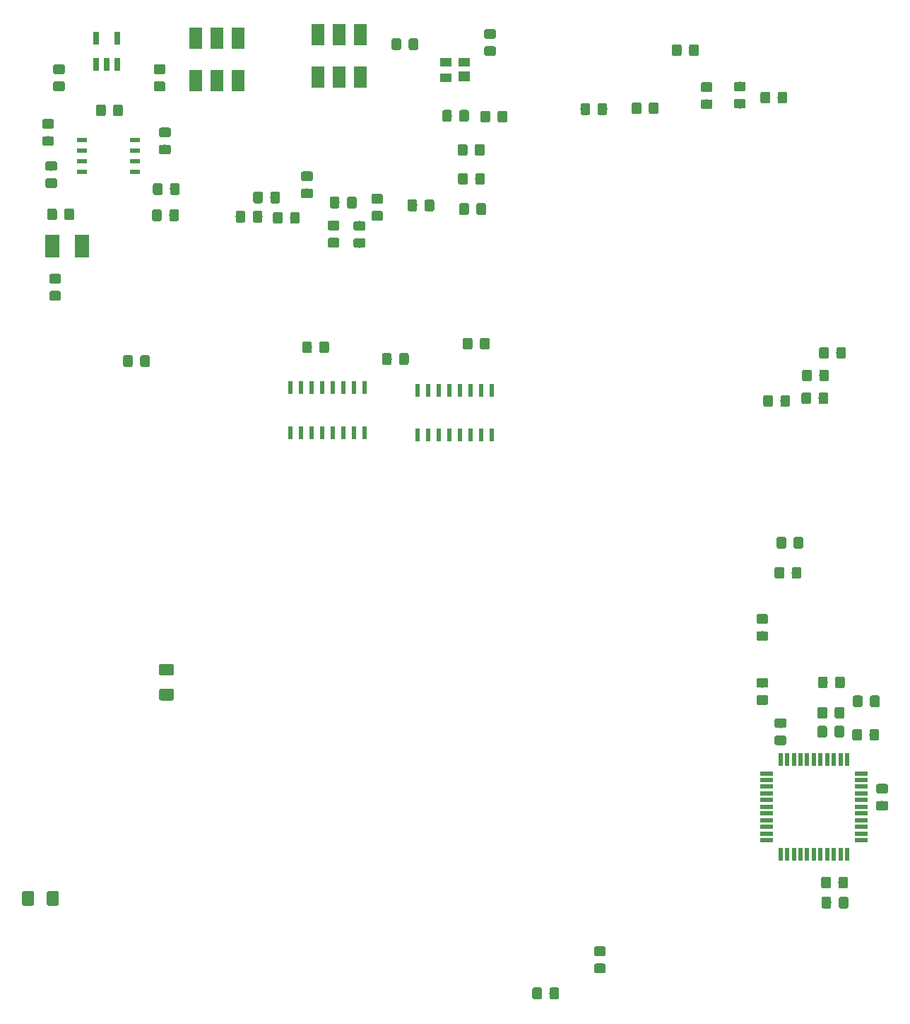
<source format=gtp>
G04 #@! TF.GenerationSoftware,KiCad,Pcbnew,6.0.0-rc1-unknown-e7fa02a~66~ubuntu18.04.1*
G04 #@! TF.CreationDate,2021-12-29T11:19:39-08:00
G04 #@! TF.ProjectId,rp_adapter,72705f61-6461-4707-9465-722e6b696361,rev?*
G04 #@! TF.SameCoordinates,Original*
G04 #@! TF.FileFunction,Paste,Top*
G04 #@! TF.FilePolarity,Positive*
%FSLAX46Y46*%
G04 Gerber Fmt 4.6, Leading zero omitted, Abs format (unit mm)*
G04 Created by KiCad (PCBNEW 6.0.0-rc1-unknown-e7fa02a~66~ubuntu18.04.1) date Wed 29 Dec 2021 11:19:39 AM PST*
%MOMM*%
%LPD*%
G04 APERTURE LIST*
%ADD10C,0.100000*%
%ADD11C,1.150000*%
%ADD12R,1.500000X0.550000*%
%ADD13R,0.550000X1.500000*%
%ADD14R,1.778000X2.794000*%
%ADD15R,1.650000X2.540000*%
%ADD16R,0.760000X1.650000*%
%ADD17R,1.143000X0.508000*%
%ADD18R,1.400000X1.200000*%
%ADD19R,1.400000X1.000000*%
%ADD20C,1.425000*%
%ADD21R,0.600000X1.500000*%
G04 APERTURE END LIST*
D10*
G36*
X159556505Y-117315204D02*
G01*
X159580773Y-117318804D01*
X159604572Y-117324765D01*
X159627671Y-117333030D01*
X159649850Y-117343520D01*
X159670893Y-117356132D01*
X159690599Y-117370747D01*
X159708777Y-117387223D01*
X159725253Y-117405401D01*
X159739868Y-117425107D01*
X159752480Y-117446150D01*
X159762970Y-117468329D01*
X159771235Y-117491428D01*
X159777196Y-117515227D01*
X159780796Y-117539495D01*
X159782000Y-117563999D01*
X159782000Y-118464001D01*
X159780796Y-118488505D01*
X159777196Y-118512773D01*
X159771235Y-118536572D01*
X159762970Y-118559671D01*
X159752480Y-118581850D01*
X159739868Y-118602893D01*
X159725253Y-118622599D01*
X159708777Y-118640777D01*
X159690599Y-118657253D01*
X159670893Y-118671868D01*
X159649850Y-118684480D01*
X159627671Y-118694970D01*
X159604572Y-118703235D01*
X159580773Y-118709196D01*
X159556505Y-118712796D01*
X159532001Y-118714000D01*
X158881999Y-118714000D01*
X158857495Y-118712796D01*
X158833227Y-118709196D01*
X158809428Y-118703235D01*
X158786329Y-118694970D01*
X158764150Y-118684480D01*
X158743107Y-118671868D01*
X158723401Y-118657253D01*
X158705223Y-118640777D01*
X158688747Y-118622599D01*
X158674132Y-118602893D01*
X158661520Y-118581850D01*
X158651030Y-118559671D01*
X158642765Y-118536572D01*
X158636804Y-118512773D01*
X158633204Y-118488505D01*
X158632000Y-118464001D01*
X158632000Y-117563999D01*
X158633204Y-117539495D01*
X158636804Y-117515227D01*
X158642765Y-117491428D01*
X158651030Y-117468329D01*
X158661520Y-117446150D01*
X158674132Y-117425107D01*
X158688747Y-117405401D01*
X158705223Y-117387223D01*
X158723401Y-117370747D01*
X158743107Y-117356132D01*
X158764150Y-117343520D01*
X158786329Y-117333030D01*
X158809428Y-117324765D01*
X158833227Y-117318804D01*
X158857495Y-117315204D01*
X158881999Y-117314000D01*
X159532001Y-117314000D01*
X159556505Y-117315204D01*
X159556505Y-117315204D01*
G37*
D11*
X159207000Y-118014000D03*
D10*
G36*
X157506505Y-117315204D02*
G01*
X157530773Y-117318804D01*
X157554572Y-117324765D01*
X157577671Y-117333030D01*
X157599850Y-117343520D01*
X157620893Y-117356132D01*
X157640599Y-117370747D01*
X157658777Y-117387223D01*
X157675253Y-117405401D01*
X157689868Y-117425107D01*
X157702480Y-117446150D01*
X157712970Y-117468329D01*
X157721235Y-117491428D01*
X157727196Y-117515227D01*
X157730796Y-117539495D01*
X157732000Y-117563999D01*
X157732000Y-118464001D01*
X157730796Y-118488505D01*
X157727196Y-118512773D01*
X157721235Y-118536572D01*
X157712970Y-118559671D01*
X157702480Y-118581850D01*
X157689868Y-118602893D01*
X157675253Y-118622599D01*
X157658777Y-118640777D01*
X157640599Y-118657253D01*
X157620893Y-118671868D01*
X157599850Y-118684480D01*
X157577671Y-118694970D01*
X157554572Y-118703235D01*
X157530773Y-118709196D01*
X157506505Y-118712796D01*
X157482001Y-118714000D01*
X156831999Y-118714000D01*
X156807495Y-118712796D01*
X156783227Y-118709196D01*
X156759428Y-118703235D01*
X156736329Y-118694970D01*
X156714150Y-118684480D01*
X156693107Y-118671868D01*
X156673401Y-118657253D01*
X156655223Y-118640777D01*
X156638747Y-118622599D01*
X156624132Y-118602893D01*
X156611520Y-118581850D01*
X156601030Y-118559671D01*
X156592765Y-118536572D01*
X156586804Y-118512773D01*
X156583204Y-118488505D01*
X156582000Y-118464001D01*
X156582000Y-117563999D01*
X156583204Y-117539495D01*
X156586804Y-117515227D01*
X156592765Y-117491428D01*
X156601030Y-117468329D01*
X156611520Y-117446150D01*
X156624132Y-117425107D01*
X156638747Y-117405401D01*
X156655223Y-117387223D01*
X156673401Y-117370747D01*
X156693107Y-117356132D01*
X156714150Y-117343520D01*
X156736329Y-117333030D01*
X156759428Y-117324765D01*
X156783227Y-117318804D01*
X156807495Y-117315204D01*
X156831999Y-117314000D01*
X157482001Y-117314000D01*
X157506505Y-117315204D01*
X157506505Y-117315204D01*
G37*
D11*
X157157000Y-118014000D03*
D12*
X146203000Y-126641000D03*
X146203000Y-127441000D03*
X146203000Y-128241000D03*
X146203000Y-129041000D03*
X146203000Y-129841000D03*
X146203000Y-130641000D03*
X146203000Y-131441000D03*
X146203000Y-132241000D03*
X146203000Y-133041000D03*
X146203000Y-133841000D03*
X146203000Y-134641000D03*
D13*
X147903000Y-136341000D03*
X148703000Y-136341000D03*
X149503000Y-136341000D03*
X150303000Y-136341000D03*
X151103000Y-136341000D03*
X151903000Y-136341000D03*
X152703000Y-136341000D03*
X153503000Y-136341000D03*
X154303000Y-136341000D03*
X155103000Y-136341000D03*
X155903000Y-136341000D03*
D12*
X157603000Y-134641000D03*
X157603000Y-133841000D03*
X157603000Y-133041000D03*
X157603000Y-132241000D03*
X157603000Y-131441000D03*
X157603000Y-130641000D03*
X157603000Y-129841000D03*
X157603000Y-129041000D03*
X157603000Y-128241000D03*
X157603000Y-127441000D03*
X157603000Y-126641000D03*
D13*
X155903000Y-124941000D03*
X155103000Y-124941000D03*
X154303000Y-124941000D03*
X153503000Y-124941000D03*
X152703000Y-124941000D03*
X151903000Y-124941000D03*
X151103000Y-124941000D03*
X150303000Y-124941000D03*
X149503000Y-124941000D03*
X148703000Y-124941000D03*
X147903000Y-124941000D03*
D14*
X60634000Y-63521000D03*
X64190000Y-63521000D03*
D15*
X77850000Y-43697000D03*
X77850000Y-38617000D03*
X80390000Y-43697000D03*
X82930000Y-43697000D03*
X82930000Y-38617000D03*
X80390000Y-38617000D03*
D16*
X68458000Y-38614000D03*
X65918000Y-38614000D03*
X68458000Y-41789000D03*
X67188000Y-41789000D03*
X65918000Y-41789000D03*
D17*
X70555000Y-50805000D03*
X70555000Y-52075000D03*
X70555000Y-53345000D03*
X70555000Y-54615000D03*
X64205000Y-54615000D03*
X64205000Y-53345000D03*
X64205000Y-52075000D03*
X64205000Y-50805000D03*
D15*
X97551000Y-38204000D03*
X97551000Y-43284000D03*
X95011000Y-38204000D03*
X92471000Y-38204000D03*
X92471000Y-43284000D03*
X95011000Y-43284000D03*
D10*
G36*
X110202505Y-54762204D02*
G01*
X110226773Y-54765804D01*
X110250572Y-54771765D01*
X110273671Y-54780030D01*
X110295850Y-54790520D01*
X110316893Y-54803132D01*
X110336599Y-54817747D01*
X110354777Y-54834223D01*
X110371253Y-54852401D01*
X110385868Y-54872107D01*
X110398480Y-54893150D01*
X110408970Y-54915329D01*
X110417235Y-54938428D01*
X110423196Y-54962227D01*
X110426796Y-54986495D01*
X110428000Y-55010999D01*
X110428000Y-55911001D01*
X110426796Y-55935505D01*
X110423196Y-55959773D01*
X110417235Y-55983572D01*
X110408970Y-56006671D01*
X110398480Y-56028850D01*
X110385868Y-56049893D01*
X110371253Y-56069599D01*
X110354777Y-56087777D01*
X110336599Y-56104253D01*
X110316893Y-56118868D01*
X110295850Y-56131480D01*
X110273671Y-56141970D01*
X110250572Y-56150235D01*
X110226773Y-56156196D01*
X110202505Y-56159796D01*
X110178001Y-56161000D01*
X109527999Y-56161000D01*
X109503495Y-56159796D01*
X109479227Y-56156196D01*
X109455428Y-56150235D01*
X109432329Y-56141970D01*
X109410150Y-56131480D01*
X109389107Y-56118868D01*
X109369401Y-56104253D01*
X109351223Y-56087777D01*
X109334747Y-56069599D01*
X109320132Y-56049893D01*
X109307520Y-56028850D01*
X109297030Y-56006671D01*
X109288765Y-55983572D01*
X109282804Y-55959773D01*
X109279204Y-55935505D01*
X109278000Y-55911001D01*
X109278000Y-55010999D01*
X109279204Y-54986495D01*
X109282804Y-54962227D01*
X109288765Y-54938428D01*
X109297030Y-54915329D01*
X109307520Y-54893150D01*
X109320132Y-54872107D01*
X109334747Y-54852401D01*
X109351223Y-54834223D01*
X109369401Y-54817747D01*
X109389107Y-54803132D01*
X109410150Y-54790520D01*
X109432329Y-54780030D01*
X109455428Y-54771765D01*
X109479227Y-54765804D01*
X109503495Y-54762204D01*
X109527999Y-54761000D01*
X110178001Y-54761000D01*
X110202505Y-54762204D01*
X110202505Y-54762204D01*
G37*
D11*
X109853000Y-55461000D03*
D10*
G36*
X112252505Y-54762204D02*
G01*
X112276773Y-54765804D01*
X112300572Y-54771765D01*
X112323671Y-54780030D01*
X112345850Y-54790520D01*
X112366893Y-54803132D01*
X112386599Y-54817747D01*
X112404777Y-54834223D01*
X112421253Y-54852401D01*
X112435868Y-54872107D01*
X112448480Y-54893150D01*
X112458970Y-54915329D01*
X112467235Y-54938428D01*
X112473196Y-54962227D01*
X112476796Y-54986495D01*
X112478000Y-55010999D01*
X112478000Y-55911001D01*
X112476796Y-55935505D01*
X112473196Y-55959773D01*
X112467235Y-55983572D01*
X112458970Y-56006671D01*
X112448480Y-56028850D01*
X112435868Y-56049893D01*
X112421253Y-56069599D01*
X112404777Y-56087777D01*
X112386599Y-56104253D01*
X112366893Y-56118868D01*
X112345850Y-56131480D01*
X112323671Y-56141970D01*
X112300572Y-56150235D01*
X112276773Y-56156196D01*
X112252505Y-56159796D01*
X112228001Y-56161000D01*
X111577999Y-56161000D01*
X111553495Y-56159796D01*
X111529227Y-56156196D01*
X111505428Y-56150235D01*
X111482329Y-56141970D01*
X111460150Y-56131480D01*
X111439107Y-56118868D01*
X111419401Y-56104253D01*
X111401223Y-56087777D01*
X111384747Y-56069599D01*
X111370132Y-56049893D01*
X111357520Y-56028850D01*
X111347030Y-56006671D01*
X111338765Y-55983572D01*
X111332804Y-55959773D01*
X111329204Y-55935505D01*
X111328000Y-55911001D01*
X111328000Y-55010999D01*
X111329204Y-54986495D01*
X111332804Y-54962227D01*
X111338765Y-54938428D01*
X111347030Y-54915329D01*
X111357520Y-54893150D01*
X111370132Y-54872107D01*
X111384747Y-54852401D01*
X111401223Y-54834223D01*
X111419401Y-54817747D01*
X111439107Y-54803132D01*
X111460150Y-54790520D01*
X111482329Y-54780030D01*
X111505428Y-54771765D01*
X111529227Y-54765804D01*
X111553495Y-54762204D01*
X111577999Y-54761000D01*
X112228001Y-54761000D01*
X112252505Y-54762204D01*
X112252505Y-54762204D01*
G37*
D11*
X111903000Y-55461000D03*
D10*
G36*
X112385505Y-58382204D02*
G01*
X112409773Y-58385804D01*
X112433572Y-58391765D01*
X112456671Y-58400030D01*
X112478850Y-58410520D01*
X112499893Y-58423132D01*
X112519599Y-58437747D01*
X112537777Y-58454223D01*
X112554253Y-58472401D01*
X112568868Y-58492107D01*
X112581480Y-58513150D01*
X112591970Y-58535329D01*
X112600235Y-58558428D01*
X112606196Y-58582227D01*
X112609796Y-58606495D01*
X112611000Y-58630999D01*
X112611000Y-59531001D01*
X112609796Y-59555505D01*
X112606196Y-59579773D01*
X112600235Y-59603572D01*
X112591970Y-59626671D01*
X112581480Y-59648850D01*
X112568868Y-59669893D01*
X112554253Y-59689599D01*
X112537777Y-59707777D01*
X112519599Y-59724253D01*
X112499893Y-59738868D01*
X112478850Y-59751480D01*
X112456671Y-59761970D01*
X112433572Y-59770235D01*
X112409773Y-59776196D01*
X112385505Y-59779796D01*
X112361001Y-59781000D01*
X111710999Y-59781000D01*
X111686495Y-59779796D01*
X111662227Y-59776196D01*
X111638428Y-59770235D01*
X111615329Y-59761970D01*
X111593150Y-59751480D01*
X111572107Y-59738868D01*
X111552401Y-59724253D01*
X111534223Y-59707777D01*
X111517747Y-59689599D01*
X111503132Y-59669893D01*
X111490520Y-59648850D01*
X111480030Y-59626671D01*
X111471765Y-59603572D01*
X111465804Y-59579773D01*
X111462204Y-59555505D01*
X111461000Y-59531001D01*
X111461000Y-58630999D01*
X111462204Y-58606495D01*
X111465804Y-58582227D01*
X111471765Y-58558428D01*
X111480030Y-58535329D01*
X111490520Y-58513150D01*
X111503132Y-58492107D01*
X111517747Y-58472401D01*
X111534223Y-58454223D01*
X111552401Y-58437747D01*
X111572107Y-58423132D01*
X111593150Y-58410520D01*
X111615329Y-58400030D01*
X111638428Y-58391765D01*
X111662227Y-58385804D01*
X111686495Y-58382204D01*
X111710999Y-58381000D01*
X112361001Y-58381000D01*
X112385505Y-58382204D01*
X112385505Y-58382204D01*
G37*
D11*
X112036000Y-59081000D03*
D10*
G36*
X110335505Y-58382204D02*
G01*
X110359773Y-58385804D01*
X110383572Y-58391765D01*
X110406671Y-58400030D01*
X110428850Y-58410520D01*
X110449893Y-58423132D01*
X110469599Y-58437747D01*
X110487777Y-58454223D01*
X110504253Y-58472401D01*
X110518868Y-58492107D01*
X110531480Y-58513150D01*
X110541970Y-58535329D01*
X110550235Y-58558428D01*
X110556196Y-58582227D01*
X110559796Y-58606495D01*
X110561000Y-58630999D01*
X110561000Y-59531001D01*
X110559796Y-59555505D01*
X110556196Y-59579773D01*
X110550235Y-59603572D01*
X110541970Y-59626671D01*
X110531480Y-59648850D01*
X110518868Y-59669893D01*
X110504253Y-59689599D01*
X110487777Y-59707777D01*
X110469599Y-59724253D01*
X110449893Y-59738868D01*
X110428850Y-59751480D01*
X110406671Y-59761970D01*
X110383572Y-59770235D01*
X110359773Y-59776196D01*
X110335505Y-59779796D01*
X110311001Y-59781000D01*
X109660999Y-59781000D01*
X109636495Y-59779796D01*
X109612227Y-59776196D01*
X109588428Y-59770235D01*
X109565329Y-59761970D01*
X109543150Y-59751480D01*
X109522107Y-59738868D01*
X109502401Y-59724253D01*
X109484223Y-59707777D01*
X109467747Y-59689599D01*
X109453132Y-59669893D01*
X109440520Y-59648850D01*
X109430030Y-59626671D01*
X109421765Y-59603572D01*
X109415804Y-59579773D01*
X109412204Y-59555505D01*
X109411000Y-59531001D01*
X109411000Y-58630999D01*
X109412204Y-58606495D01*
X109415804Y-58582227D01*
X109421765Y-58558428D01*
X109430030Y-58535329D01*
X109440520Y-58513150D01*
X109453132Y-58492107D01*
X109467747Y-58472401D01*
X109484223Y-58454223D01*
X109502401Y-58437747D01*
X109522107Y-58423132D01*
X109543150Y-58410520D01*
X109565329Y-58400030D01*
X109588428Y-58391765D01*
X109612227Y-58385804D01*
X109636495Y-58382204D01*
X109660999Y-58381000D01*
X110311001Y-58381000D01*
X110335505Y-58382204D01*
X110335505Y-58382204D01*
G37*
D11*
X109986000Y-59081000D03*
D10*
G36*
X153473505Y-78299204D02*
G01*
X153497773Y-78302804D01*
X153521572Y-78308765D01*
X153544671Y-78317030D01*
X153566850Y-78327520D01*
X153587893Y-78340132D01*
X153607599Y-78354747D01*
X153625777Y-78371223D01*
X153642253Y-78389401D01*
X153656868Y-78409107D01*
X153669480Y-78430150D01*
X153679970Y-78452329D01*
X153688235Y-78475428D01*
X153694196Y-78499227D01*
X153697796Y-78523495D01*
X153699000Y-78547999D01*
X153699000Y-79448001D01*
X153697796Y-79472505D01*
X153694196Y-79496773D01*
X153688235Y-79520572D01*
X153679970Y-79543671D01*
X153669480Y-79565850D01*
X153656868Y-79586893D01*
X153642253Y-79606599D01*
X153625777Y-79624777D01*
X153607599Y-79641253D01*
X153587893Y-79655868D01*
X153566850Y-79668480D01*
X153544671Y-79678970D01*
X153521572Y-79687235D01*
X153497773Y-79693196D01*
X153473505Y-79696796D01*
X153449001Y-79698000D01*
X152798999Y-79698000D01*
X152774495Y-79696796D01*
X152750227Y-79693196D01*
X152726428Y-79687235D01*
X152703329Y-79678970D01*
X152681150Y-79668480D01*
X152660107Y-79655868D01*
X152640401Y-79641253D01*
X152622223Y-79624777D01*
X152605747Y-79606599D01*
X152591132Y-79586893D01*
X152578520Y-79565850D01*
X152568030Y-79543671D01*
X152559765Y-79520572D01*
X152553804Y-79496773D01*
X152550204Y-79472505D01*
X152549000Y-79448001D01*
X152549000Y-78547999D01*
X152550204Y-78523495D01*
X152553804Y-78499227D01*
X152559765Y-78475428D01*
X152568030Y-78452329D01*
X152578520Y-78430150D01*
X152591132Y-78409107D01*
X152605747Y-78389401D01*
X152622223Y-78371223D01*
X152640401Y-78354747D01*
X152660107Y-78340132D01*
X152681150Y-78327520D01*
X152703329Y-78317030D01*
X152726428Y-78308765D01*
X152750227Y-78302804D01*
X152774495Y-78299204D01*
X152798999Y-78298000D01*
X153449001Y-78298000D01*
X153473505Y-78299204D01*
X153473505Y-78299204D01*
G37*
D11*
X153124000Y-78998000D03*
D10*
G36*
X151423505Y-78299204D02*
G01*
X151447773Y-78302804D01*
X151471572Y-78308765D01*
X151494671Y-78317030D01*
X151516850Y-78327520D01*
X151537893Y-78340132D01*
X151557599Y-78354747D01*
X151575777Y-78371223D01*
X151592253Y-78389401D01*
X151606868Y-78409107D01*
X151619480Y-78430150D01*
X151629970Y-78452329D01*
X151638235Y-78475428D01*
X151644196Y-78499227D01*
X151647796Y-78523495D01*
X151649000Y-78547999D01*
X151649000Y-79448001D01*
X151647796Y-79472505D01*
X151644196Y-79496773D01*
X151638235Y-79520572D01*
X151629970Y-79543671D01*
X151619480Y-79565850D01*
X151606868Y-79586893D01*
X151592253Y-79606599D01*
X151575777Y-79624777D01*
X151557599Y-79641253D01*
X151537893Y-79655868D01*
X151516850Y-79668480D01*
X151494671Y-79678970D01*
X151471572Y-79687235D01*
X151447773Y-79693196D01*
X151423505Y-79696796D01*
X151399001Y-79698000D01*
X150748999Y-79698000D01*
X150724495Y-79696796D01*
X150700227Y-79693196D01*
X150676428Y-79687235D01*
X150653329Y-79678970D01*
X150631150Y-79668480D01*
X150610107Y-79655868D01*
X150590401Y-79641253D01*
X150572223Y-79624777D01*
X150555747Y-79606599D01*
X150541132Y-79586893D01*
X150528520Y-79565850D01*
X150518030Y-79543671D01*
X150509765Y-79520572D01*
X150503804Y-79496773D01*
X150500204Y-79472505D01*
X150499000Y-79448001D01*
X150499000Y-78547999D01*
X150500204Y-78523495D01*
X150503804Y-78499227D01*
X150509765Y-78475428D01*
X150518030Y-78452329D01*
X150528520Y-78430150D01*
X150541132Y-78409107D01*
X150555747Y-78389401D01*
X150572223Y-78371223D01*
X150590401Y-78354747D01*
X150610107Y-78340132D01*
X150631150Y-78327520D01*
X150653329Y-78317030D01*
X150676428Y-78308765D01*
X150700227Y-78302804D01*
X150724495Y-78299204D01*
X150748999Y-78298000D01*
X151399001Y-78298000D01*
X151423505Y-78299204D01*
X151423505Y-78299204D01*
G37*
D11*
X151074000Y-78998000D03*
D10*
G36*
X151346505Y-81031204D02*
G01*
X151370773Y-81034804D01*
X151394572Y-81040765D01*
X151417671Y-81049030D01*
X151439850Y-81059520D01*
X151460893Y-81072132D01*
X151480599Y-81086747D01*
X151498777Y-81103223D01*
X151515253Y-81121401D01*
X151529868Y-81141107D01*
X151542480Y-81162150D01*
X151552970Y-81184329D01*
X151561235Y-81207428D01*
X151567196Y-81231227D01*
X151570796Y-81255495D01*
X151572000Y-81279999D01*
X151572000Y-82180001D01*
X151570796Y-82204505D01*
X151567196Y-82228773D01*
X151561235Y-82252572D01*
X151552970Y-82275671D01*
X151542480Y-82297850D01*
X151529868Y-82318893D01*
X151515253Y-82338599D01*
X151498777Y-82356777D01*
X151480599Y-82373253D01*
X151460893Y-82387868D01*
X151439850Y-82400480D01*
X151417671Y-82410970D01*
X151394572Y-82419235D01*
X151370773Y-82425196D01*
X151346505Y-82428796D01*
X151322001Y-82430000D01*
X150671999Y-82430000D01*
X150647495Y-82428796D01*
X150623227Y-82425196D01*
X150599428Y-82419235D01*
X150576329Y-82410970D01*
X150554150Y-82400480D01*
X150533107Y-82387868D01*
X150513401Y-82373253D01*
X150495223Y-82356777D01*
X150478747Y-82338599D01*
X150464132Y-82318893D01*
X150451520Y-82297850D01*
X150441030Y-82275671D01*
X150432765Y-82252572D01*
X150426804Y-82228773D01*
X150423204Y-82204505D01*
X150422000Y-82180001D01*
X150422000Y-81279999D01*
X150423204Y-81255495D01*
X150426804Y-81231227D01*
X150432765Y-81207428D01*
X150441030Y-81184329D01*
X150451520Y-81162150D01*
X150464132Y-81141107D01*
X150478747Y-81121401D01*
X150495223Y-81103223D01*
X150513401Y-81086747D01*
X150533107Y-81072132D01*
X150554150Y-81059520D01*
X150576329Y-81049030D01*
X150599428Y-81040765D01*
X150623227Y-81034804D01*
X150647495Y-81031204D01*
X150671999Y-81030000D01*
X151322001Y-81030000D01*
X151346505Y-81031204D01*
X151346505Y-81031204D01*
G37*
D11*
X150997000Y-81730000D03*
D10*
G36*
X153396505Y-81031204D02*
G01*
X153420773Y-81034804D01*
X153444572Y-81040765D01*
X153467671Y-81049030D01*
X153489850Y-81059520D01*
X153510893Y-81072132D01*
X153530599Y-81086747D01*
X153548777Y-81103223D01*
X153565253Y-81121401D01*
X153579868Y-81141107D01*
X153592480Y-81162150D01*
X153602970Y-81184329D01*
X153611235Y-81207428D01*
X153617196Y-81231227D01*
X153620796Y-81255495D01*
X153622000Y-81279999D01*
X153622000Y-82180001D01*
X153620796Y-82204505D01*
X153617196Y-82228773D01*
X153611235Y-82252572D01*
X153602970Y-82275671D01*
X153592480Y-82297850D01*
X153579868Y-82318893D01*
X153565253Y-82338599D01*
X153548777Y-82356777D01*
X153530599Y-82373253D01*
X153510893Y-82387868D01*
X153489850Y-82400480D01*
X153467671Y-82410970D01*
X153444572Y-82419235D01*
X153420773Y-82425196D01*
X153396505Y-82428796D01*
X153372001Y-82430000D01*
X152721999Y-82430000D01*
X152697495Y-82428796D01*
X152673227Y-82425196D01*
X152649428Y-82419235D01*
X152626329Y-82410970D01*
X152604150Y-82400480D01*
X152583107Y-82387868D01*
X152563401Y-82373253D01*
X152545223Y-82356777D01*
X152528747Y-82338599D01*
X152514132Y-82318893D01*
X152501520Y-82297850D01*
X152491030Y-82275671D01*
X152482765Y-82252572D01*
X152476804Y-82228773D01*
X152473204Y-82204505D01*
X152472000Y-82180001D01*
X152472000Y-81279999D01*
X152473204Y-81255495D01*
X152476804Y-81231227D01*
X152482765Y-81207428D01*
X152491030Y-81184329D01*
X152501520Y-81162150D01*
X152514132Y-81141107D01*
X152528747Y-81121401D01*
X152545223Y-81103223D01*
X152563401Y-81086747D01*
X152583107Y-81072132D01*
X152604150Y-81059520D01*
X152626329Y-81049030D01*
X152649428Y-81040765D01*
X152673227Y-81034804D01*
X152697495Y-81031204D01*
X152721999Y-81030000D01*
X153372001Y-81030000D01*
X153396505Y-81031204D01*
X153396505Y-81031204D01*
G37*
D11*
X153047000Y-81730000D03*
D10*
G36*
X143507505Y-45884204D02*
G01*
X143531773Y-45887804D01*
X143555572Y-45893765D01*
X143578671Y-45902030D01*
X143600850Y-45912520D01*
X143621893Y-45925132D01*
X143641599Y-45939747D01*
X143659777Y-45956223D01*
X143676253Y-45974401D01*
X143690868Y-45994107D01*
X143703480Y-46015150D01*
X143713970Y-46037329D01*
X143722235Y-46060428D01*
X143728196Y-46084227D01*
X143731796Y-46108495D01*
X143733000Y-46132999D01*
X143733000Y-46783001D01*
X143731796Y-46807505D01*
X143728196Y-46831773D01*
X143722235Y-46855572D01*
X143713970Y-46878671D01*
X143703480Y-46900850D01*
X143690868Y-46921893D01*
X143676253Y-46941599D01*
X143659777Y-46959777D01*
X143641599Y-46976253D01*
X143621893Y-46990868D01*
X143600850Y-47003480D01*
X143578671Y-47013970D01*
X143555572Y-47022235D01*
X143531773Y-47028196D01*
X143507505Y-47031796D01*
X143483001Y-47033000D01*
X142582999Y-47033000D01*
X142558495Y-47031796D01*
X142534227Y-47028196D01*
X142510428Y-47022235D01*
X142487329Y-47013970D01*
X142465150Y-47003480D01*
X142444107Y-46990868D01*
X142424401Y-46976253D01*
X142406223Y-46959777D01*
X142389747Y-46941599D01*
X142375132Y-46921893D01*
X142362520Y-46900850D01*
X142352030Y-46878671D01*
X142343765Y-46855572D01*
X142337804Y-46831773D01*
X142334204Y-46807505D01*
X142333000Y-46783001D01*
X142333000Y-46132999D01*
X142334204Y-46108495D01*
X142337804Y-46084227D01*
X142343765Y-46060428D01*
X142352030Y-46037329D01*
X142362520Y-46015150D01*
X142375132Y-45994107D01*
X142389747Y-45974401D01*
X142406223Y-45956223D01*
X142424401Y-45939747D01*
X142444107Y-45925132D01*
X142465150Y-45912520D01*
X142487329Y-45902030D01*
X142510428Y-45893765D01*
X142534227Y-45887804D01*
X142558495Y-45884204D01*
X142582999Y-45883000D01*
X143483001Y-45883000D01*
X143507505Y-45884204D01*
X143507505Y-45884204D01*
G37*
D11*
X143033000Y-46458000D03*
D10*
G36*
X143507505Y-43834204D02*
G01*
X143531773Y-43837804D01*
X143555572Y-43843765D01*
X143578671Y-43852030D01*
X143600850Y-43862520D01*
X143621893Y-43875132D01*
X143641599Y-43889747D01*
X143659777Y-43906223D01*
X143676253Y-43924401D01*
X143690868Y-43944107D01*
X143703480Y-43965150D01*
X143713970Y-43987329D01*
X143722235Y-44010428D01*
X143728196Y-44034227D01*
X143731796Y-44058495D01*
X143733000Y-44082999D01*
X143733000Y-44733001D01*
X143731796Y-44757505D01*
X143728196Y-44781773D01*
X143722235Y-44805572D01*
X143713970Y-44828671D01*
X143703480Y-44850850D01*
X143690868Y-44871893D01*
X143676253Y-44891599D01*
X143659777Y-44909777D01*
X143641599Y-44926253D01*
X143621893Y-44940868D01*
X143600850Y-44953480D01*
X143578671Y-44963970D01*
X143555572Y-44972235D01*
X143531773Y-44978196D01*
X143507505Y-44981796D01*
X143483001Y-44983000D01*
X142582999Y-44983000D01*
X142558495Y-44981796D01*
X142534227Y-44978196D01*
X142510428Y-44972235D01*
X142487329Y-44963970D01*
X142465150Y-44953480D01*
X142444107Y-44940868D01*
X142424401Y-44926253D01*
X142406223Y-44909777D01*
X142389747Y-44891599D01*
X142375132Y-44871893D01*
X142362520Y-44850850D01*
X142352030Y-44828671D01*
X142343765Y-44805572D01*
X142337804Y-44781773D01*
X142334204Y-44757505D01*
X142333000Y-44733001D01*
X142333000Y-44082999D01*
X142334204Y-44058495D01*
X142337804Y-44034227D01*
X142343765Y-44010428D01*
X142352030Y-43987329D01*
X142362520Y-43965150D01*
X142375132Y-43944107D01*
X142389747Y-43924401D01*
X142406223Y-43906223D01*
X142424401Y-43889747D01*
X142444107Y-43875132D01*
X142465150Y-43862520D01*
X142487329Y-43852030D01*
X142510428Y-43843765D01*
X142534227Y-43837804D01*
X142558495Y-43834204D01*
X142582999Y-43833000D01*
X143483001Y-43833000D01*
X143507505Y-43834204D01*
X143507505Y-43834204D01*
G37*
D11*
X143033000Y-44408000D03*
D10*
G36*
X104274505Y-38648204D02*
G01*
X104298773Y-38651804D01*
X104322572Y-38657765D01*
X104345671Y-38666030D01*
X104367850Y-38676520D01*
X104388893Y-38689132D01*
X104408599Y-38703747D01*
X104426777Y-38720223D01*
X104443253Y-38738401D01*
X104457868Y-38758107D01*
X104470480Y-38779150D01*
X104480970Y-38801329D01*
X104489235Y-38824428D01*
X104495196Y-38848227D01*
X104498796Y-38872495D01*
X104500000Y-38896999D01*
X104500000Y-39797001D01*
X104498796Y-39821505D01*
X104495196Y-39845773D01*
X104489235Y-39869572D01*
X104480970Y-39892671D01*
X104470480Y-39914850D01*
X104457868Y-39935893D01*
X104443253Y-39955599D01*
X104426777Y-39973777D01*
X104408599Y-39990253D01*
X104388893Y-40004868D01*
X104367850Y-40017480D01*
X104345671Y-40027970D01*
X104322572Y-40036235D01*
X104298773Y-40042196D01*
X104274505Y-40045796D01*
X104250001Y-40047000D01*
X103599999Y-40047000D01*
X103575495Y-40045796D01*
X103551227Y-40042196D01*
X103527428Y-40036235D01*
X103504329Y-40027970D01*
X103482150Y-40017480D01*
X103461107Y-40004868D01*
X103441401Y-39990253D01*
X103423223Y-39973777D01*
X103406747Y-39955599D01*
X103392132Y-39935893D01*
X103379520Y-39914850D01*
X103369030Y-39892671D01*
X103360765Y-39869572D01*
X103354804Y-39845773D01*
X103351204Y-39821505D01*
X103350000Y-39797001D01*
X103350000Y-38896999D01*
X103351204Y-38872495D01*
X103354804Y-38848227D01*
X103360765Y-38824428D01*
X103369030Y-38801329D01*
X103379520Y-38779150D01*
X103392132Y-38758107D01*
X103406747Y-38738401D01*
X103423223Y-38720223D01*
X103441401Y-38703747D01*
X103461107Y-38689132D01*
X103482150Y-38676520D01*
X103504329Y-38666030D01*
X103527428Y-38657765D01*
X103551227Y-38651804D01*
X103575495Y-38648204D01*
X103599999Y-38647000D01*
X104250001Y-38647000D01*
X104274505Y-38648204D01*
X104274505Y-38648204D01*
G37*
D11*
X103925000Y-39347000D03*
D10*
G36*
X102224505Y-38648204D02*
G01*
X102248773Y-38651804D01*
X102272572Y-38657765D01*
X102295671Y-38666030D01*
X102317850Y-38676520D01*
X102338893Y-38689132D01*
X102358599Y-38703747D01*
X102376777Y-38720223D01*
X102393253Y-38738401D01*
X102407868Y-38758107D01*
X102420480Y-38779150D01*
X102430970Y-38801329D01*
X102439235Y-38824428D01*
X102445196Y-38848227D01*
X102448796Y-38872495D01*
X102450000Y-38896999D01*
X102450000Y-39797001D01*
X102448796Y-39821505D01*
X102445196Y-39845773D01*
X102439235Y-39869572D01*
X102430970Y-39892671D01*
X102420480Y-39914850D01*
X102407868Y-39935893D01*
X102393253Y-39955599D01*
X102376777Y-39973777D01*
X102358599Y-39990253D01*
X102338893Y-40004868D01*
X102317850Y-40017480D01*
X102295671Y-40027970D01*
X102272572Y-40036235D01*
X102248773Y-40042196D01*
X102224505Y-40045796D01*
X102200001Y-40047000D01*
X101549999Y-40047000D01*
X101525495Y-40045796D01*
X101501227Y-40042196D01*
X101477428Y-40036235D01*
X101454329Y-40027970D01*
X101432150Y-40017480D01*
X101411107Y-40004868D01*
X101391401Y-39990253D01*
X101373223Y-39973777D01*
X101356747Y-39955599D01*
X101342132Y-39935893D01*
X101329520Y-39914850D01*
X101319030Y-39892671D01*
X101310765Y-39869572D01*
X101304804Y-39845773D01*
X101301204Y-39821505D01*
X101300000Y-39797001D01*
X101300000Y-38896999D01*
X101301204Y-38872495D01*
X101304804Y-38848227D01*
X101310765Y-38824428D01*
X101319030Y-38801329D01*
X101329520Y-38779150D01*
X101342132Y-38758107D01*
X101356747Y-38738401D01*
X101373223Y-38720223D01*
X101391401Y-38703747D01*
X101411107Y-38689132D01*
X101432150Y-38676520D01*
X101454329Y-38666030D01*
X101477428Y-38657765D01*
X101501227Y-38651804D01*
X101525495Y-38648204D01*
X101549999Y-38647000D01*
X102200001Y-38647000D01*
X102224505Y-38648204D01*
X102224505Y-38648204D01*
G37*
D11*
X101875000Y-39347000D03*
D10*
G36*
X112210505Y-51295204D02*
G01*
X112234773Y-51298804D01*
X112258572Y-51304765D01*
X112281671Y-51313030D01*
X112303850Y-51323520D01*
X112324893Y-51336132D01*
X112344599Y-51350747D01*
X112362777Y-51367223D01*
X112379253Y-51385401D01*
X112393868Y-51405107D01*
X112406480Y-51426150D01*
X112416970Y-51448329D01*
X112425235Y-51471428D01*
X112431196Y-51495227D01*
X112434796Y-51519495D01*
X112436000Y-51543999D01*
X112436000Y-52444001D01*
X112434796Y-52468505D01*
X112431196Y-52492773D01*
X112425235Y-52516572D01*
X112416970Y-52539671D01*
X112406480Y-52561850D01*
X112393868Y-52582893D01*
X112379253Y-52602599D01*
X112362777Y-52620777D01*
X112344599Y-52637253D01*
X112324893Y-52651868D01*
X112303850Y-52664480D01*
X112281671Y-52674970D01*
X112258572Y-52683235D01*
X112234773Y-52689196D01*
X112210505Y-52692796D01*
X112186001Y-52694000D01*
X111535999Y-52694000D01*
X111511495Y-52692796D01*
X111487227Y-52689196D01*
X111463428Y-52683235D01*
X111440329Y-52674970D01*
X111418150Y-52664480D01*
X111397107Y-52651868D01*
X111377401Y-52637253D01*
X111359223Y-52620777D01*
X111342747Y-52602599D01*
X111328132Y-52582893D01*
X111315520Y-52561850D01*
X111305030Y-52539671D01*
X111296765Y-52516572D01*
X111290804Y-52492773D01*
X111287204Y-52468505D01*
X111286000Y-52444001D01*
X111286000Y-51543999D01*
X111287204Y-51519495D01*
X111290804Y-51495227D01*
X111296765Y-51471428D01*
X111305030Y-51448329D01*
X111315520Y-51426150D01*
X111328132Y-51405107D01*
X111342747Y-51385401D01*
X111359223Y-51367223D01*
X111377401Y-51350747D01*
X111397107Y-51336132D01*
X111418150Y-51323520D01*
X111440329Y-51313030D01*
X111463428Y-51304765D01*
X111487227Y-51298804D01*
X111511495Y-51295204D01*
X111535999Y-51294000D01*
X112186001Y-51294000D01*
X112210505Y-51295204D01*
X112210505Y-51295204D01*
G37*
D11*
X111861000Y-51994000D03*
D10*
G36*
X110160505Y-51295204D02*
G01*
X110184773Y-51298804D01*
X110208572Y-51304765D01*
X110231671Y-51313030D01*
X110253850Y-51323520D01*
X110274893Y-51336132D01*
X110294599Y-51350747D01*
X110312777Y-51367223D01*
X110329253Y-51385401D01*
X110343868Y-51405107D01*
X110356480Y-51426150D01*
X110366970Y-51448329D01*
X110375235Y-51471428D01*
X110381196Y-51495227D01*
X110384796Y-51519495D01*
X110386000Y-51543999D01*
X110386000Y-52444001D01*
X110384796Y-52468505D01*
X110381196Y-52492773D01*
X110375235Y-52516572D01*
X110366970Y-52539671D01*
X110356480Y-52561850D01*
X110343868Y-52582893D01*
X110329253Y-52602599D01*
X110312777Y-52620777D01*
X110294599Y-52637253D01*
X110274893Y-52651868D01*
X110253850Y-52664480D01*
X110231671Y-52674970D01*
X110208572Y-52683235D01*
X110184773Y-52689196D01*
X110160505Y-52692796D01*
X110136001Y-52694000D01*
X109485999Y-52694000D01*
X109461495Y-52692796D01*
X109437227Y-52689196D01*
X109413428Y-52683235D01*
X109390329Y-52674970D01*
X109368150Y-52664480D01*
X109347107Y-52651868D01*
X109327401Y-52637253D01*
X109309223Y-52620777D01*
X109292747Y-52602599D01*
X109278132Y-52582893D01*
X109265520Y-52561850D01*
X109255030Y-52539671D01*
X109246765Y-52516572D01*
X109240804Y-52492773D01*
X109237204Y-52468505D01*
X109236000Y-52444001D01*
X109236000Y-51543999D01*
X109237204Y-51519495D01*
X109240804Y-51495227D01*
X109246765Y-51471428D01*
X109255030Y-51448329D01*
X109265520Y-51426150D01*
X109278132Y-51405107D01*
X109292747Y-51385401D01*
X109309223Y-51367223D01*
X109327401Y-51350747D01*
X109347107Y-51336132D01*
X109368150Y-51323520D01*
X109390329Y-51313030D01*
X109413428Y-51304765D01*
X109437227Y-51298804D01*
X109461495Y-51295204D01*
X109485999Y-51294000D01*
X110136001Y-51294000D01*
X110160505Y-51295204D01*
X110160505Y-51295204D01*
G37*
D11*
X109811000Y-51994000D03*
D10*
G36*
X63013505Y-59013204D02*
G01*
X63037773Y-59016804D01*
X63061572Y-59022765D01*
X63084671Y-59031030D01*
X63106850Y-59041520D01*
X63127893Y-59054132D01*
X63147599Y-59068747D01*
X63165777Y-59085223D01*
X63182253Y-59103401D01*
X63196868Y-59123107D01*
X63209480Y-59144150D01*
X63219970Y-59166329D01*
X63228235Y-59189428D01*
X63234196Y-59213227D01*
X63237796Y-59237495D01*
X63239000Y-59261999D01*
X63239000Y-60162001D01*
X63237796Y-60186505D01*
X63234196Y-60210773D01*
X63228235Y-60234572D01*
X63219970Y-60257671D01*
X63209480Y-60279850D01*
X63196868Y-60300893D01*
X63182253Y-60320599D01*
X63165777Y-60338777D01*
X63147599Y-60355253D01*
X63127893Y-60369868D01*
X63106850Y-60382480D01*
X63084671Y-60392970D01*
X63061572Y-60401235D01*
X63037773Y-60407196D01*
X63013505Y-60410796D01*
X62989001Y-60412000D01*
X62338999Y-60412000D01*
X62314495Y-60410796D01*
X62290227Y-60407196D01*
X62266428Y-60401235D01*
X62243329Y-60392970D01*
X62221150Y-60382480D01*
X62200107Y-60369868D01*
X62180401Y-60355253D01*
X62162223Y-60338777D01*
X62145747Y-60320599D01*
X62131132Y-60300893D01*
X62118520Y-60279850D01*
X62108030Y-60257671D01*
X62099765Y-60234572D01*
X62093804Y-60210773D01*
X62090204Y-60186505D01*
X62089000Y-60162001D01*
X62089000Y-59261999D01*
X62090204Y-59237495D01*
X62093804Y-59213227D01*
X62099765Y-59189428D01*
X62108030Y-59166329D01*
X62118520Y-59144150D01*
X62131132Y-59123107D01*
X62145747Y-59103401D01*
X62162223Y-59085223D01*
X62180401Y-59068747D01*
X62200107Y-59054132D01*
X62221150Y-59041520D01*
X62243329Y-59031030D01*
X62266428Y-59022765D01*
X62290227Y-59016804D01*
X62314495Y-59013204D01*
X62338999Y-59012000D01*
X62989001Y-59012000D01*
X63013505Y-59013204D01*
X63013505Y-59013204D01*
G37*
D11*
X62664000Y-59712000D03*
D10*
G36*
X60963505Y-59013204D02*
G01*
X60987773Y-59016804D01*
X61011572Y-59022765D01*
X61034671Y-59031030D01*
X61056850Y-59041520D01*
X61077893Y-59054132D01*
X61097599Y-59068747D01*
X61115777Y-59085223D01*
X61132253Y-59103401D01*
X61146868Y-59123107D01*
X61159480Y-59144150D01*
X61169970Y-59166329D01*
X61178235Y-59189428D01*
X61184196Y-59213227D01*
X61187796Y-59237495D01*
X61189000Y-59261999D01*
X61189000Y-60162001D01*
X61187796Y-60186505D01*
X61184196Y-60210773D01*
X61178235Y-60234572D01*
X61169970Y-60257671D01*
X61159480Y-60279850D01*
X61146868Y-60300893D01*
X61132253Y-60320599D01*
X61115777Y-60338777D01*
X61097599Y-60355253D01*
X61077893Y-60369868D01*
X61056850Y-60382480D01*
X61034671Y-60392970D01*
X61011572Y-60401235D01*
X60987773Y-60407196D01*
X60963505Y-60410796D01*
X60939001Y-60412000D01*
X60288999Y-60412000D01*
X60264495Y-60410796D01*
X60240227Y-60407196D01*
X60216428Y-60401235D01*
X60193329Y-60392970D01*
X60171150Y-60382480D01*
X60150107Y-60369868D01*
X60130401Y-60355253D01*
X60112223Y-60338777D01*
X60095747Y-60320599D01*
X60081132Y-60300893D01*
X60068520Y-60279850D01*
X60058030Y-60257671D01*
X60049765Y-60234572D01*
X60043804Y-60210773D01*
X60040204Y-60186505D01*
X60039000Y-60162001D01*
X60039000Y-59261999D01*
X60040204Y-59237495D01*
X60043804Y-59213227D01*
X60049765Y-59189428D01*
X60058030Y-59166329D01*
X60068520Y-59144150D01*
X60081132Y-59123107D01*
X60095747Y-59103401D01*
X60112223Y-59085223D01*
X60130401Y-59068747D01*
X60150107Y-59054132D01*
X60171150Y-59041520D01*
X60193329Y-59031030D01*
X60216428Y-59022765D01*
X60240227Y-59016804D01*
X60264495Y-59013204D01*
X60288999Y-59012000D01*
X60939001Y-59012000D01*
X60963505Y-59013204D01*
X60963505Y-59013204D01*
G37*
D11*
X60614000Y-59712000D03*
D10*
G36*
X139525505Y-43899204D02*
G01*
X139549773Y-43902804D01*
X139573572Y-43908765D01*
X139596671Y-43917030D01*
X139618850Y-43927520D01*
X139639893Y-43940132D01*
X139659599Y-43954747D01*
X139677777Y-43971223D01*
X139694253Y-43989401D01*
X139708868Y-44009107D01*
X139721480Y-44030150D01*
X139731970Y-44052329D01*
X139740235Y-44075428D01*
X139746196Y-44099227D01*
X139749796Y-44123495D01*
X139751000Y-44147999D01*
X139751000Y-44798001D01*
X139749796Y-44822505D01*
X139746196Y-44846773D01*
X139740235Y-44870572D01*
X139731970Y-44893671D01*
X139721480Y-44915850D01*
X139708868Y-44936893D01*
X139694253Y-44956599D01*
X139677777Y-44974777D01*
X139659599Y-44991253D01*
X139639893Y-45005868D01*
X139618850Y-45018480D01*
X139596671Y-45028970D01*
X139573572Y-45037235D01*
X139549773Y-45043196D01*
X139525505Y-45046796D01*
X139501001Y-45048000D01*
X138600999Y-45048000D01*
X138576495Y-45046796D01*
X138552227Y-45043196D01*
X138528428Y-45037235D01*
X138505329Y-45028970D01*
X138483150Y-45018480D01*
X138462107Y-45005868D01*
X138442401Y-44991253D01*
X138424223Y-44974777D01*
X138407747Y-44956599D01*
X138393132Y-44936893D01*
X138380520Y-44915850D01*
X138370030Y-44893671D01*
X138361765Y-44870572D01*
X138355804Y-44846773D01*
X138352204Y-44822505D01*
X138351000Y-44798001D01*
X138351000Y-44147999D01*
X138352204Y-44123495D01*
X138355804Y-44099227D01*
X138361765Y-44075428D01*
X138370030Y-44052329D01*
X138380520Y-44030150D01*
X138393132Y-44009107D01*
X138407747Y-43989401D01*
X138424223Y-43971223D01*
X138442401Y-43954747D01*
X138462107Y-43940132D01*
X138483150Y-43927520D01*
X138505329Y-43917030D01*
X138528428Y-43908765D01*
X138552227Y-43902804D01*
X138576495Y-43899204D01*
X138600999Y-43898000D01*
X139501001Y-43898000D01*
X139525505Y-43899204D01*
X139525505Y-43899204D01*
G37*
D11*
X139051000Y-44473000D03*
D10*
G36*
X139525505Y-45949204D02*
G01*
X139549773Y-45952804D01*
X139573572Y-45958765D01*
X139596671Y-45967030D01*
X139618850Y-45977520D01*
X139639893Y-45990132D01*
X139659599Y-46004747D01*
X139677777Y-46021223D01*
X139694253Y-46039401D01*
X139708868Y-46059107D01*
X139721480Y-46080150D01*
X139731970Y-46102329D01*
X139740235Y-46125428D01*
X139746196Y-46149227D01*
X139749796Y-46173495D01*
X139751000Y-46197999D01*
X139751000Y-46848001D01*
X139749796Y-46872505D01*
X139746196Y-46896773D01*
X139740235Y-46920572D01*
X139731970Y-46943671D01*
X139721480Y-46965850D01*
X139708868Y-46986893D01*
X139694253Y-47006599D01*
X139677777Y-47024777D01*
X139659599Y-47041253D01*
X139639893Y-47055868D01*
X139618850Y-47068480D01*
X139596671Y-47078970D01*
X139573572Y-47087235D01*
X139549773Y-47093196D01*
X139525505Y-47096796D01*
X139501001Y-47098000D01*
X138600999Y-47098000D01*
X138576495Y-47096796D01*
X138552227Y-47093196D01*
X138528428Y-47087235D01*
X138505329Y-47078970D01*
X138483150Y-47068480D01*
X138462107Y-47055868D01*
X138442401Y-47041253D01*
X138424223Y-47024777D01*
X138407747Y-47006599D01*
X138393132Y-46986893D01*
X138380520Y-46965850D01*
X138370030Y-46943671D01*
X138361765Y-46920572D01*
X138355804Y-46896773D01*
X138352204Y-46872505D01*
X138351000Y-46848001D01*
X138351000Y-46197999D01*
X138352204Y-46173495D01*
X138355804Y-46149227D01*
X138361765Y-46125428D01*
X138370030Y-46102329D01*
X138380520Y-46080150D01*
X138393132Y-46059107D01*
X138407747Y-46039401D01*
X138424223Y-46021223D01*
X138442401Y-46004747D01*
X138462107Y-45990132D01*
X138483150Y-45977520D01*
X138505329Y-45967030D01*
X138528428Y-45958765D01*
X138552227Y-45952804D01*
X138576495Y-45949204D01*
X138600999Y-45948000D01*
X139501001Y-45948000D01*
X139525505Y-45949204D01*
X139525505Y-45949204D01*
G37*
D11*
X139051000Y-46523000D03*
D10*
G36*
X70051505Y-76582204D02*
G01*
X70075773Y-76585804D01*
X70099572Y-76591765D01*
X70122671Y-76600030D01*
X70144850Y-76610520D01*
X70165893Y-76623132D01*
X70185599Y-76637747D01*
X70203777Y-76654223D01*
X70220253Y-76672401D01*
X70234868Y-76692107D01*
X70247480Y-76713150D01*
X70257970Y-76735329D01*
X70266235Y-76758428D01*
X70272196Y-76782227D01*
X70275796Y-76806495D01*
X70277000Y-76830999D01*
X70277000Y-77731001D01*
X70275796Y-77755505D01*
X70272196Y-77779773D01*
X70266235Y-77803572D01*
X70257970Y-77826671D01*
X70247480Y-77848850D01*
X70234868Y-77869893D01*
X70220253Y-77889599D01*
X70203777Y-77907777D01*
X70185599Y-77924253D01*
X70165893Y-77938868D01*
X70144850Y-77951480D01*
X70122671Y-77961970D01*
X70099572Y-77970235D01*
X70075773Y-77976196D01*
X70051505Y-77979796D01*
X70027001Y-77981000D01*
X69376999Y-77981000D01*
X69352495Y-77979796D01*
X69328227Y-77976196D01*
X69304428Y-77970235D01*
X69281329Y-77961970D01*
X69259150Y-77951480D01*
X69238107Y-77938868D01*
X69218401Y-77924253D01*
X69200223Y-77907777D01*
X69183747Y-77889599D01*
X69169132Y-77869893D01*
X69156520Y-77848850D01*
X69146030Y-77826671D01*
X69137765Y-77803572D01*
X69131804Y-77779773D01*
X69128204Y-77755505D01*
X69127000Y-77731001D01*
X69127000Y-76830999D01*
X69128204Y-76806495D01*
X69131804Y-76782227D01*
X69137765Y-76758428D01*
X69146030Y-76735329D01*
X69156520Y-76713150D01*
X69169132Y-76692107D01*
X69183747Y-76672401D01*
X69200223Y-76654223D01*
X69218401Y-76637747D01*
X69238107Y-76623132D01*
X69259150Y-76610520D01*
X69281329Y-76600030D01*
X69304428Y-76591765D01*
X69328227Y-76585804D01*
X69352495Y-76582204D01*
X69376999Y-76581000D01*
X70027001Y-76581000D01*
X70051505Y-76582204D01*
X70051505Y-76582204D01*
G37*
D11*
X69702000Y-77281000D03*
D10*
G36*
X72101505Y-76582204D02*
G01*
X72125773Y-76585804D01*
X72149572Y-76591765D01*
X72172671Y-76600030D01*
X72194850Y-76610520D01*
X72215893Y-76623132D01*
X72235599Y-76637747D01*
X72253777Y-76654223D01*
X72270253Y-76672401D01*
X72284868Y-76692107D01*
X72297480Y-76713150D01*
X72307970Y-76735329D01*
X72316235Y-76758428D01*
X72322196Y-76782227D01*
X72325796Y-76806495D01*
X72327000Y-76830999D01*
X72327000Y-77731001D01*
X72325796Y-77755505D01*
X72322196Y-77779773D01*
X72316235Y-77803572D01*
X72307970Y-77826671D01*
X72297480Y-77848850D01*
X72284868Y-77869893D01*
X72270253Y-77889599D01*
X72253777Y-77907777D01*
X72235599Y-77924253D01*
X72215893Y-77938868D01*
X72194850Y-77951480D01*
X72172671Y-77961970D01*
X72149572Y-77970235D01*
X72125773Y-77976196D01*
X72101505Y-77979796D01*
X72077001Y-77981000D01*
X71426999Y-77981000D01*
X71402495Y-77979796D01*
X71378227Y-77976196D01*
X71354428Y-77970235D01*
X71331329Y-77961970D01*
X71309150Y-77951480D01*
X71288107Y-77938868D01*
X71268401Y-77924253D01*
X71250223Y-77907777D01*
X71233747Y-77889599D01*
X71219132Y-77869893D01*
X71206520Y-77848850D01*
X71196030Y-77826671D01*
X71187765Y-77803572D01*
X71181804Y-77779773D01*
X71178204Y-77755505D01*
X71177000Y-77731001D01*
X71177000Y-76830999D01*
X71178204Y-76806495D01*
X71181804Y-76782227D01*
X71187765Y-76758428D01*
X71196030Y-76735329D01*
X71206520Y-76713150D01*
X71219132Y-76692107D01*
X71233747Y-76672401D01*
X71250223Y-76654223D01*
X71268401Y-76637747D01*
X71288107Y-76623132D01*
X71309150Y-76610520D01*
X71331329Y-76600030D01*
X71354428Y-76591765D01*
X71378227Y-76585804D01*
X71402495Y-76582204D01*
X71426999Y-76581000D01*
X72077001Y-76581000D01*
X72101505Y-76582204D01*
X72101505Y-76582204D01*
G37*
D11*
X71752000Y-77281000D03*
D10*
G36*
X155514505Y-75603204D02*
G01*
X155538773Y-75606804D01*
X155562572Y-75612765D01*
X155585671Y-75621030D01*
X155607850Y-75631520D01*
X155628893Y-75644132D01*
X155648599Y-75658747D01*
X155666777Y-75675223D01*
X155683253Y-75693401D01*
X155697868Y-75713107D01*
X155710480Y-75734150D01*
X155720970Y-75756329D01*
X155729235Y-75779428D01*
X155735196Y-75803227D01*
X155738796Y-75827495D01*
X155740000Y-75851999D01*
X155740000Y-76752001D01*
X155738796Y-76776505D01*
X155735196Y-76800773D01*
X155729235Y-76824572D01*
X155720970Y-76847671D01*
X155710480Y-76869850D01*
X155697868Y-76890893D01*
X155683253Y-76910599D01*
X155666777Y-76928777D01*
X155648599Y-76945253D01*
X155628893Y-76959868D01*
X155607850Y-76972480D01*
X155585671Y-76982970D01*
X155562572Y-76991235D01*
X155538773Y-76997196D01*
X155514505Y-77000796D01*
X155490001Y-77002000D01*
X154839999Y-77002000D01*
X154815495Y-77000796D01*
X154791227Y-76997196D01*
X154767428Y-76991235D01*
X154744329Y-76982970D01*
X154722150Y-76972480D01*
X154701107Y-76959868D01*
X154681401Y-76945253D01*
X154663223Y-76928777D01*
X154646747Y-76910599D01*
X154632132Y-76890893D01*
X154619520Y-76869850D01*
X154609030Y-76847671D01*
X154600765Y-76824572D01*
X154594804Y-76800773D01*
X154591204Y-76776505D01*
X154590000Y-76752001D01*
X154590000Y-75851999D01*
X154591204Y-75827495D01*
X154594804Y-75803227D01*
X154600765Y-75779428D01*
X154609030Y-75756329D01*
X154619520Y-75734150D01*
X154632132Y-75713107D01*
X154646747Y-75693401D01*
X154663223Y-75675223D01*
X154681401Y-75658747D01*
X154701107Y-75644132D01*
X154722150Y-75631520D01*
X154744329Y-75621030D01*
X154767428Y-75612765D01*
X154791227Y-75606804D01*
X154815495Y-75603204D01*
X154839999Y-75602000D01*
X155490001Y-75602000D01*
X155514505Y-75603204D01*
X155514505Y-75603204D01*
G37*
D11*
X155165000Y-76302000D03*
D10*
G36*
X153464505Y-75603204D02*
G01*
X153488773Y-75606804D01*
X153512572Y-75612765D01*
X153535671Y-75621030D01*
X153557850Y-75631520D01*
X153578893Y-75644132D01*
X153598599Y-75658747D01*
X153616777Y-75675223D01*
X153633253Y-75693401D01*
X153647868Y-75713107D01*
X153660480Y-75734150D01*
X153670970Y-75756329D01*
X153679235Y-75779428D01*
X153685196Y-75803227D01*
X153688796Y-75827495D01*
X153690000Y-75851999D01*
X153690000Y-76752001D01*
X153688796Y-76776505D01*
X153685196Y-76800773D01*
X153679235Y-76824572D01*
X153670970Y-76847671D01*
X153660480Y-76869850D01*
X153647868Y-76890893D01*
X153633253Y-76910599D01*
X153616777Y-76928777D01*
X153598599Y-76945253D01*
X153578893Y-76959868D01*
X153557850Y-76972480D01*
X153535671Y-76982970D01*
X153512572Y-76991235D01*
X153488773Y-76997196D01*
X153464505Y-77000796D01*
X153440001Y-77002000D01*
X152789999Y-77002000D01*
X152765495Y-77000796D01*
X152741227Y-76997196D01*
X152717428Y-76991235D01*
X152694329Y-76982970D01*
X152672150Y-76972480D01*
X152651107Y-76959868D01*
X152631401Y-76945253D01*
X152613223Y-76928777D01*
X152596747Y-76910599D01*
X152582132Y-76890893D01*
X152569520Y-76869850D01*
X152559030Y-76847671D01*
X152550765Y-76824572D01*
X152544804Y-76800773D01*
X152541204Y-76776505D01*
X152540000Y-76752001D01*
X152540000Y-75851999D01*
X152541204Y-75827495D01*
X152544804Y-75803227D01*
X152550765Y-75779428D01*
X152559030Y-75756329D01*
X152569520Y-75734150D01*
X152582132Y-75713107D01*
X152596747Y-75693401D01*
X152613223Y-75675223D01*
X152631401Y-75658747D01*
X152651107Y-75644132D01*
X152672150Y-75631520D01*
X152694329Y-75621030D01*
X152717428Y-75612765D01*
X152741227Y-75606804D01*
X152765495Y-75603204D01*
X152789999Y-75602000D01*
X153440001Y-75602000D01*
X153464505Y-75603204D01*
X153464505Y-75603204D01*
G37*
D11*
X153115000Y-76302000D03*
D10*
G36*
X108291505Y-47212204D02*
G01*
X108315773Y-47215804D01*
X108339572Y-47221765D01*
X108362671Y-47230030D01*
X108384850Y-47240520D01*
X108405893Y-47253132D01*
X108425599Y-47267747D01*
X108443777Y-47284223D01*
X108460253Y-47302401D01*
X108474868Y-47322107D01*
X108487480Y-47343150D01*
X108497970Y-47365329D01*
X108506235Y-47388428D01*
X108512196Y-47412227D01*
X108515796Y-47436495D01*
X108517000Y-47460999D01*
X108517000Y-48361001D01*
X108515796Y-48385505D01*
X108512196Y-48409773D01*
X108506235Y-48433572D01*
X108497970Y-48456671D01*
X108487480Y-48478850D01*
X108474868Y-48499893D01*
X108460253Y-48519599D01*
X108443777Y-48537777D01*
X108425599Y-48554253D01*
X108405893Y-48568868D01*
X108384850Y-48581480D01*
X108362671Y-48591970D01*
X108339572Y-48600235D01*
X108315773Y-48606196D01*
X108291505Y-48609796D01*
X108267001Y-48611000D01*
X107616999Y-48611000D01*
X107592495Y-48609796D01*
X107568227Y-48606196D01*
X107544428Y-48600235D01*
X107521329Y-48591970D01*
X107499150Y-48581480D01*
X107478107Y-48568868D01*
X107458401Y-48554253D01*
X107440223Y-48537777D01*
X107423747Y-48519599D01*
X107409132Y-48499893D01*
X107396520Y-48478850D01*
X107386030Y-48456671D01*
X107377765Y-48433572D01*
X107371804Y-48409773D01*
X107368204Y-48385505D01*
X107367000Y-48361001D01*
X107367000Y-47460999D01*
X107368204Y-47436495D01*
X107371804Y-47412227D01*
X107377765Y-47388428D01*
X107386030Y-47365329D01*
X107396520Y-47343150D01*
X107409132Y-47322107D01*
X107423747Y-47302401D01*
X107440223Y-47284223D01*
X107458401Y-47267747D01*
X107478107Y-47253132D01*
X107499150Y-47240520D01*
X107521329Y-47230030D01*
X107544428Y-47221765D01*
X107568227Y-47215804D01*
X107592495Y-47212204D01*
X107616999Y-47211000D01*
X108267001Y-47211000D01*
X108291505Y-47212204D01*
X108291505Y-47212204D01*
G37*
D11*
X107942000Y-47911000D03*
D10*
G36*
X110341505Y-47212204D02*
G01*
X110365773Y-47215804D01*
X110389572Y-47221765D01*
X110412671Y-47230030D01*
X110434850Y-47240520D01*
X110455893Y-47253132D01*
X110475599Y-47267747D01*
X110493777Y-47284223D01*
X110510253Y-47302401D01*
X110524868Y-47322107D01*
X110537480Y-47343150D01*
X110547970Y-47365329D01*
X110556235Y-47388428D01*
X110562196Y-47412227D01*
X110565796Y-47436495D01*
X110567000Y-47460999D01*
X110567000Y-48361001D01*
X110565796Y-48385505D01*
X110562196Y-48409773D01*
X110556235Y-48433572D01*
X110547970Y-48456671D01*
X110537480Y-48478850D01*
X110524868Y-48499893D01*
X110510253Y-48519599D01*
X110493777Y-48537777D01*
X110475599Y-48554253D01*
X110455893Y-48568868D01*
X110434850Y-48581480D01*
X110412671Y-48591970D01*
X110389572Y-48600235D01*
X110365773Y-48606196D01*
X110341505Y-48609796D01*
X110317001Y-48611000D01*
X109666999Y-48611000D01*
X109642495Y-48609796D01*
X109618227Y-48606196D01*
X109594428Y-48600235D01*
X109571329Y-48591970D01*
X109549150Y-48581480D01*
X109528107Y-48568868D01*
X109508401Y-48554253D01*
X109490223Y-48537777D01*
X109473747Y-48519599D01*
X109459132Y-48499893D01*
X109446520Y-48478850D01*
X109436030Y-48456671D01*
X109427765Y-48433572D01*
X109421804Y-48409773D01*
X109418204Y-48385505D01*
X109417000Y-48361001D01*
X109417000Y-47460999D01*
X109418204Y-47436495D01*
X109421804Y-47412227D01*
X109427765Y-47388428D01*
X109436030Y-47365329D01*
X109446520Y-47343150D01*
X109459132Y-47322107D01*
X109473747Y-47302401D01*
X109490223Y-47284223D01*
X109508401Y-47267747D01*
X109528107Y-47253132D01*
X109549150Y-47240520D01*
X109571329Y-47230030D01*
X109594428Y-47221765D01*
X109618227Y-47215804D01*
X109642495Y-47212204D01*
X109666999Y-47211000D01*
X110317001Y-47211000D01*
X110341505Y-47212204D01*
X110341505Y-47212204D01*
G37*
D11*
X109992000Y-47911000D03*
D10*
G36*
X61450505Y-68885204D02*
G01*
X61474773Y-68888804D01*
X61498572Y-68894765D01*
X61521671Y-68903030D01*
X61543850Y-68913520D01*
X61564893Y-68926132D01*
X61584599Y-68940747D01*
X61602777Y-68957223D01*
X61619253Y-68975401D01*
X61633868Y-68995107D01*
X61646480Y-69016150D01*
X61656970Y-69038329D01*
X61665235Y-69061428D01*
X61671196Y-69085227D01*
X61674796Y-69109495D01*
X61676000Y-69133999D01*
X61676000Y-69784001D01*
X61674796Y-69808505D01*
X61671196Y-69832773D01*
X61665235Y-69856572D01*
X61656970Y-69879671D01*
X61646480Y-69901850D01*
X61633868Y-69922893D01*
X61619253Y-69942599D01*
X61602777Y-69960777D01*
X61584599Y-69977253D01*
X61564893Y-69991868D01*
X61543850Y-70004480D01*
X61521671Y-70014970D01*
X61498572Y-70023235D01*
X61474773Y-70029196D01*
X61450505Y-70032796D01*
X61426001Y-70034000D01*
X60525999Y-70034000D01*
X60501495Y-70032796D01*
X60477227Y-70029196D01*
X60453428Y-70023235D01*
X60430329Y-70014970D01*
X60408150Y-70004480D01*
X60387107Y-69991868D01*
X60367401Y-69977253D01*
X60349223Y-69960777D01*
X60332747Y-69942599D01*
X60318132Y-69922893D01*
X60305520Y-69901850D01*
X60295030Y-69879671D01*
X60286765Y-69856572D01*
X60280804Y-69832773D01*
X60277204Y-69808505D01*
X60276000Y-69784001D01*
X60276000Y-69133999D01*
X60277204Y-69109495D01*
X60280804Y-69085227D01*
X60286765Y-69061428D01*
X60295030Y-69038329D01*
X60305520Y-69016150D01*
X60318132Y-68995107D01*
X60332747Y-68975401D01*
X60349223Y-68957223D01*
X60367401Y-68940747D01*
X60387107Y-68926132D01*
X60408150Y-68913520D01*
X60430329Y-68903030D01*
X60453428Y-68894765D01*
X60477227Y-68888804D01*
X60501495Y-68885204D01*
X60525999Y-68884000D01*
X61426001Y-68884000D01*
X61450505Y-68885204D01*
X61450505Y-68885204D01*
G37*
D11*
X60976000Y-69459000D03*
D10*
G36*
X61450505Y-66835204D02*
G01*
X61474773Y-66838804D01*
X61498572Y-66844765D01*
X61521671Y-66853030D01*
X61543850Y-66863520D01*
X61564893Y-66876132D01*
X61584599Y-66890747D01*
X61602777Y-66907223D01*
X61619253Y-66925401D01*
X61633868Y-66945107D01*
X61646480Y-66966150D01*
X61656970Y-66988329D01*
X61665235Y-67011428D01*
X61671196Y-67035227D01*
X61674796Y-67059495D01*
X61676000Y-67083999D01*
X61676000Y-67734001D01*
X61674796Y-67758505D01*
X61671196Y-67782773D01*
X61665235Y-67806572D01*
X61656970Y-67829671D01*
X61646480Y-67851850D01*
X61633868Y-67872893D01*
X61619253Y-67892599D01*
X61602777Y-67910777D01*
X61584599Y-67927253D01*
X61564893Y-67941868D01*
X61543850Y-67954480D01*
X61521671Y-67964970D01*
X61498572Y-67973235D01*
X61474773Y-67979196D01*
X61450505Y-67982796D01*
X61426001Y-67984000D01*
X60525999Y-67984000D01*
X60501495Y-67982796D01*
X60477227Y-67979196D01*
X60453428Y-67973235D01*
X60430329Y-67964970D01*
X60408150Y-67954480D01*
X60387107Y-67941868D01*
X60367401Y-67927253D01*
X60349223Y-67910777D01*
X60332747Y-67892599D01*
X60318132Y-67872893D01*
X60305520Y-67851850D01*
X60295030Y-67829671D01*
X60286765Y-67806572D01*
X60280804Y-67782773D01*
X60277204Y-67758505D01*
X60276000Y-67734001D01*
X60276000Y-67083999D01*
X60277204Y-67059495D01*
X60280804Y-67035227D01*
X60286765Y-67011428D01*
X60295030Y-66988329D01*
X60305520Y-66966150D01*
X60318132Y-66945107D01*
X60332747Y-66925401D01*
X60349223Y-66907223D01*
X60367401Y-66890747D01*
X60387107Y-66876132D01*
X60408150Y-66863520D01*
X60430329Y-66853030D01*
X60453428Y-66844765D01*
X60477227Y-66838804D01*
X60501495Y-66835204D01*
X60525999Y-66834000D01*
X61426001Y-66834000D01*
X61450505Y-66835204D01*
X61450505Y-66835204D01*
G37*
D11*
X60976000Y-67409000D03*
D10*
G36*
X119084505Y-152278204D02*
G01*
X119108773Y-152281804D01*
X119132572Y-152287765D01*
X119155671Y-152296030D01*
X119177850Y-152306520D01*
X119198893Y-152319132D01*
X119218599Y-152333747D01*
X119236777Y-152350223D01*
X119253253Y-152368401D01*
X119267868Y-152388107D01*
X119280480Y-152409150D01*
X119290970Y-152431329D01*
X119299235Y-152454428D01*
X119305196Y-152478227D01*
X119308796Y-152502495D01*
X119310000Y-152526999D01*
X119310000Y-153427001D01*
X119308796Y-153451505D01*
X119305196Y-153475773D01*
X119299235Y-153499572D01*
X119290970Y-153522671D01*
X119280480Y-153544850D01*
X119267868Y-153565893D01*
X119253253Y-153585599D01*
X119236777Y-153603777D01*
X119218599Y-153620253D01*
X119198893Y-153634868D01*
X119177850Y-153647480D01*
X119155671Y-153657970D01*
X119132572Y-153666235D01*
X119108773Y-153672196D01*
X119084505Y-153675796D01*
X119060001Y-153677000D01*
X118409999Y-153677000D01*
X118385495Y-153675796D01*
X118361227Y-153672196D01*
X118337428Y-153666235D01*
X118314329Y-153657970D01*
X118292150Y-153647480D01*
X118271107Y-153634868D01*
X118251401Y-153620253D01*
X118233223Y-153603777D01*
X118216747Y-153585599D01*
X118202132Y-153565893D01*
X118189520Y-153544850D01*
X118179030Y-153522671D01*
X118170765Y-153499572D01*
X118164804Y-153475773D01*
X118161204Y-153451505D01*
X118160000Y-153427001D01*
X118160000Y-152526999D01*
X118161204Y-152502495D01*
X118164804Y-152478227D01*
X118170765Y-152454428D01*
X118179030Y-152431329D01*
X118189520Y-152409150D01*
X118202132Y-152388107D01*
X118216747Y-152368401D01*
X118233223Y-152350223D01*
X118251401Y-152333747D01*
X118271107Y-152319132D01*
X118292150Y-152306520D01*
X118314329Y-152296030D01*
X118337428Y-152287765D01*
X118361227Y-152281804D01*
X118385495Y-152278204D01*
X118409999Y-152277000D01*
X119060001Y-152277000D01*
X119084505Y-152278204D01*
X119084505Y-152278204D01*
G37*
D11*
X118735000Y-152977000D03*
D10*
G36*
X121134505Y-152278204D02*
G01*
X121158773Y-152281804D01*
X121182572Y-152287765D01*
X121205671Y-152296030D01*
X121227850Y-152306520D01*
X121248893Y-152319132D01*
X121268599Y-152333747D01*
X121286777Y-152350223D01*
X121303253Y-152368401D01*
X121317868Y-152388107D01*
X121330480Y-152409150D01*
X121340970Y-152431329D01*
X121349235Y-152454428D01*
X121355196Y-152478227D01*
X121358796Y-152502495D01*
X121360000Y-152526999D01*
X121360000Y-153427001D01*
X121358796Y-153451505D01*
X121355196Y-153475773D01*
X121349235Y-153499572D01*
X121340970Y-153522671D01*
X121330480Y-153544850D01*
X121317868Y-153565893D01*
X121303253Y-153585599D01*
X121286777Y-153603777D01*
X121268599Y-153620253D01*
X121248893Y-153634868D01*
X121227850Y-153647480D01*
X121205671Y-153657970D01*
X121182572Y-153666235D01*
X121158773Y-153672196D01*
X121134505Y-153675796D01*
X121110001Y-153677000D01*
X120459999Y-153677000D01*
X120435495Y-153675796D01*
X120411227Y-153672196D01*
X120387428Y-153666235D01*
X120364329Y-153657970D01*
X120342150Y-153647480D01*
X120321107Y-153634868D01*
X120301401Y-153620253D01*
X120283223Y-153603777D01*
X120266747Y-153585599D01*
X120252132Y-153565893D01*
X120239520Y-153544850D01*
X120229030Y-153522671D01*
X120220765Y-153499572D01*
X120214804Y-153475773D01*
X120211204Y-153451505D01*
X120210000Y-153427001D01*
X120210000Y-152526999D01*
X120211204Y-152502495D01*
X120214804Y-152478227D01*
X120220765Y-152454428D01*
X120229030Y-152431329D01*
X120239520Y-152409150D01*
X120252132Y-152388107D01*
X120266747Y-152368401D01*
X120283223Y-152350223D01*
X120301401Y-152333747D01*
X120321107Y-152319132D01*
X120342150Y-152306520D01*
X120364329Y-152296030D01*
X120387428Y-152287765D01*
X120411227Y-152281804D01*
X120435495Y-152278204D01*
X120459999Y-152277000D01*
X121110001Y-152277000D01*
X121134505Y-152278204D01*
X121134505Y-152278204D01*
G37*
D11*
X120785000Y-152977000D03*
D10*
G36*
X126735505Y-149409204D02*
G01*
X126759773Y-149412804D01*
X126783572Y-149418765D01*
X126806671Y-149427030D01*
X126828850Y-149437520D01*
X126849893Y-149450132D01*
X126869599Y-149464747D01*
X126887777Y-149481223D01*
X126904253Y-149499401D01*
X126918868Y-149519107D01*
X126931480Y-149540150D01*
X126941970Y-149562329D01*
X126950235Y-149585428D01*
X126956196Y-149609227D01*
X126959796Y-149633495D01*
X126961000Y-149657999D01*
X126961000Y-150308001D01*
X126959796Y-150332505D01*
X126956196Y-150356773D01*
X126950235Y-150380572D01*
X126941970Y-150403671D01*
X126931480Y-150425850D01*
X126918868Y-150446893D01*
X126904253Y-150466599D01*
X126887777Y-150484777D01*
X126869599Y-150501253D01*
X126849893Y-150515868D01*
X126828850Y-150528480D01*
X126806671Y-150538970D01*
X126783572Y-150547235D01*
X126759773Y-150553196D01*
X126735505Y-150556796D01*
X126711001Y-150558000D01*
X125810999Y-150558000D01*
X125786495Y-150556796D01*
X125762227Y-150553196D01*
X125738428Y-150547235D01*
X125715329Y-150538970D01*
X125693150Y-150528480D01*
X125672107Y-150515868D01*
X125652401Y-150501253D01*
X125634223Y-150484777D01*
X125617747Y-150466599D01*
X125603132Y-150446893D01*
X125590520Y-150425850D01*
X125580030Y-150403671D01*
X125571765Y-150380572D01*
X125565804Y-150356773D01*
X125562204Y-150332505D01*
X125561000Y-150308001D01*
X125561000Y-149657999D01*
X125562204Y-149633495D01*
X125565804Y-149609227D01*
X125571765Y-149585428D01*
X125580030Y-149562329D01*
X125590520Y-149540150D01*
X125603132Y-149519107D01*
X125617747Y-149499401D01*
X125634223Y-149481223D01*
X125652401Y-149464747D01*
X125672107Y-149450132D01*
X125693150Y-149437520D01*
X125715329Y-149427030D01*
X125738428Y-149418765D01*
X125762227Y-149412804D01*
X125786495Y-149409204D01*
X125810999Y-149408000D01*
X126711001Y-149408000D01*
X126735505Y-149409204D01*
X126735505Y-149409204D01*
G37*
D11*
X126261000Y-149983000D03*
D10*
G36*
X126735505Y-147359204D02*
G01*
X126759773Y-147362804D01*
X126783572Y-147368765D01*
X126806671Y-147377030D01*
X126828850Y-147387520D01*
X126849893Y-147400132D01*
X126869599Y-147414747D01*
X126887777Y-147431223D01*
X126904253Y-147449401D01*
X126918868Y-147469107D01*
X126931480Y-147490150D01*
X126941970Y-147512329D01*
X126950235Y-147535428D01*
X126956196Y-147559227D01*
X126959796Y-147583495D01*
X126961000Y-147607999D01*
X126961000Y-148258001D01*
X126959796Y-148282505D01*
X126956196Y-148306773D01*
X126950235Y-148330572D01*
X126941970Y-148353671D01*
X126931480Y-148375850D01*
X126918868Y-148396893D01*
X126904253Y-148416599D01*
X126887777Y-148434777D01*
X126869599Y-148451253D01*
X126849893Y-148465868D01*
X126828850Y-148478480D01*
X126806671Y-148488970D01*
X126783572Y-148497235D01*
X126759773Y-148503196D01*
X126735505Y-148506796D01*
X126711001Y-148508000D01*
X125810999Y-148508000D01*
X125786495Y-148506796D01*
X125762227Y-148503196D01*
X125738428Y-148497235D01*
X125715329Y-148488970D01*
X125693150Y-148478480D01*
X125672107Y-148465868D01*
X125652401Y-148451253D01*
X125634223Y-148434777D01*
X125617747Y-148416599D01*
X125603132Y-148396893D01*
X125590520Y-148375850D01*
X125580030Y-148353671D01*
X125571765Y-148330572D01*
X125565804Y-148306773D01*
X125562204Y-148282505D01*
X125561000Y-148258001D01*
X125561000Y-147607999D01*
X125562204Y-147583495D01*
X125565804Y-147559227D01*
X125571765Y-147535428D01*
X125580030Y-147512329D01*
X125590520Y-147490150D01*
X125603132Y-147469107D01*
X125617747Y-147449401D01*
X125634223Y-147431223D01*
X125652401Y-147414747D01*
X125672107Y-147400132D01*
X125693150Y-147387520D01*
X125715329Y-147377030D01*
X125738428Y-147368765D01*
X125762227Y-147362804D01*
X125786495Y-147359204D01*
X125810999Y-147358000D01*
X126711001Y-147358000D01*
X126735505Y-147359204D01*
X126735505Y-147359204D01*
G37*
D11*
X126261000Y-147933000D03*
D10*
G36*
X146185505Y-109623204D02*
G01*
X146209773Y-109626804D01*
X146233572Y-109632765D01*
X146256671Y-109641030D01*
X146278850Y-109651520D01*
X146299893Y-109664132D01*
X146319599Y-109678747D01*
X146337777Y-109695223D01*
X146354253Y-109713401D01*
X146368868Y-109733107D01*
X146381480Y-109754150D01*
X146391970Y-109776329D01*
X146400235Y-109799428D01*
X146406196Y-109823227D01*
X146409796Y-109847495D01*
X146411000Y-109871999D01*
X146411000Y-110522001D01*
X146409796Y-110546505D01*
X146406196Y-110570773D01*
X146400235Y-110594572D01*
X146391970Y-110617671D01*
X146381480Y-110639850D01*
X146368868Y-110660893D01*
X146354253Y-110680599D01*
X146337777Y-110698777D01*
X146319599Y-110715253D01*
X146299893Y-110729868D01*
X146278850Y-110742480D01*
X146256671Y-110752970D01*
X146233572Y-110761235D01*
X146209773Y-110767196D01*
X146185505Y-110770796D01*
X146161001Y-110772000D01*
X145260999Y-110772000D01*
X145236495Y-110770796D01*
X145212227Y-110767196D01*
X145188428Y-110761235D01*
X145165329Y-110752970D01*
X145143150Y-110742480D01*
X145122107Y-110729868D01*
X145102401Y-110715253D01*
X145084223Y-110698777D01*
X145067747Y-110680599D01*
X145053132Y-110660893D01*
X145040520Y-110639850D01*
X145030030Y-110617671D01*
X145021765Y-110594572D01*
X145015804Y-110570773D01*
X145012204Y-110546505D01*
X145011000Y-110522001D01*
X145011000Y-109871999D01*
X145012204Y-109847495D01*
X145015804Y-109823227D01*
X145021765Y-109799428D01*
X145030030Y-109776329D01*
X145040520Y-109754150D01*
X145053132Y-109733107D01*
X145067747Y-109713401D01*
X145084223Y-109695223D01*
X145102401Y-109678747D01*
X145122107Y-109664132D01*
X145143150Y-109651520D01*
X145165329Y-109641030D01*
X145188428Y-109632765D01*
X145212227Y-109626804D01*
X145236495Y-109623204D01*
X145260999Y-109622000D01*
X146161001Y-109622000D01*
X146185505Y-109623204D01*
X146185505Y-109623204D01*
G37*
D11*
X145711000Y-110197000D03*
D10*
G36*
X146185505Y-107573204D02*
G01*
X146209773Y-107576804D01*
X146233572Y-107582765D01*
X146256671Y-107591030D01*
X146278850Y-107601520D01*
X146299893Y-107614132D01*
X146319599Y-107628747D01*
X146337777Y-107645223D01*
X146354253Y-107663401D01*
X146368868Y-107683107D01*
X146381480Y-107704150D01*
X146391970Y-107726329D01*
X146400235Y-107749428D01*
X146406196Y-107773227D01*
X146409796Y-107797495D01*
X146411000Y-107821999D01*
X146411000Y-108472001D01*
X146409796Y-108496505D01*
X146406196Y-108520773D01*
X146400235Y-108544572D01*
X146391970Y-108567671D01*
X146381480Y-108589850D01*
X146368868Y-108610893D01*
X146354253Y-108630599D01*
X146337777Y-108648777D01*
X146319599Y-108665253D01*
X146299893Y-108679868D01*
X146278850Y-108692480D01*
X146256671Y-108702970D01*
X146233572Y-108711235D01*
X146209773Y-108717196D01*
X146185505Y-108720796D01*
X146161001Y-108722000D01*
X145260999Y-108722000D01*
X145236495Y-108720796D01*
X145212227Y-108717196D01*
X145188428Y-108711235D01*
X145165329Y-108702970D01*
X145143150Y-108692480D01*
X145122107Y-108679868D01*
X145102401Y-108665253D01*
X145084223Y-108648777D01*
X145067747Y-108630599D01*
X145053132Y-108610893D01*
X145040520Y-108589850D01*
X145030030Y-108567671D01*
X145021765Y-108544572D01*
X145015804Y-108520773D01*
X145012204Y-108496505D01*
X145011000Y-108472001D01*
X145011000Y-107821999D01*
X145012204Y-107797495D01*
X145015804Y-107773227D01*
X145021765Y-107749428D01*
X145030030Y-107726329D01*
X145040520Y-107704150D01*
X145053132Y-107683107D01*
X145067747Y-107663401D01*
X145084223Y-107645223D01*
X145102401Y-107628747D01*
X145122107Y-107614132D01*
X145143150Y-107601520D01*
X145165329Y-107591030D01*
X145188428Y-107582765D01*
X145212227Y-107576804D01*
X145236495Y-107573204D01*
X145260999Y-107572000D01*
X146161001Y-107572000D01*
X146185505Y-107573204D01*
X146185505Y-107573204D01*
G37*
D11*
X145711000Y-108147000D03*
D10*
G36*
X146764505Y-81352204D02*
G01*
X146788773Y-81355804D01*
X146812572Y-81361765D01*
X146835671Y-81370030D01*
X146857850Y-81380520D01*
X146878893Y-81393132D01*
X146898599Y-81407747D01*
X146916777Y-81424223D01*
X146933253Y-81442401D01*
X146947868Y-81462107D01*
X146960480Y-81483150D01*
X146970970Y-81505329D01*
X146979235Y-81528428D01*
X146985196Y-81552227D01*
X146988796Y-81576495D01*
X146990000Y-81600999D01*
X146990000Y-82501001D01*
X146988796Y-82525505D01*
X146985196Y-82549773D01*
X146979235Y-82573572D01*
X146970970Y-82596671D01*
X146960480Y-82618850D01*
X146947868Y-82639893D01*
X146933253Y-82659599D01*
X146916777Y-82677777D01*
X146898599Y-82694253D01*
X146878893Y-82708868D01*
X146857850Y-82721480D01*
X146835671Y-82731970D01*
X146812572Y-82740235D01*
X146788773Y-82746196D01*
X146764505Y-82749796D01*
X146740001Y-82751000D01*
X146089999Y-82751000D01*
X146065495Y-82749796D01*
X146041227Y-82746196D01*
X146017428Y-82740235D01*
X145994329Y-82731970D01*
X145972150Y-82721480D01*
X145951107Y-82708868D01*
X145931401Y-82694253D01*
X145913223Y-82677777D01*
X145896747Y-82659599D01*
X145882132Y-82639893D01*
X145869520Y-82618850D01*
X145859030Y-82596671D01*
X145850765Y-82573572D01*
X145844804Y-82549773D01*
X145841204Y-82525505D01*
X145840000Y-82501001D01*
X145840000Y-81600999D01*
X145841204Y-81576495D01*
X145844804Y-81552227D01*
X145850765Y-81528428D01*
X145859030Y-81505329D01*
X145869520Y-81483150D01*
X145882132Y-81462107D01*
X145896747Y-81442401D01*
X145913223Y-81424223D01*
X145931401Y-81407747D01*
X145951107Y-81393132D01*
X145972150Y-81380520D01*
X145994329Y-81370030D01*
X146017428Y-81361765D01*
X146041227Y-81355804D01*
X146065495Y-81352204D01*
X146089999Y-81351000D01*
X146740001Y-81351000D01*
X146764505Y-81352204D01*
X146764505Y-81352204D01*
G37*
D11*
X146415000Y-82051000D03*
D10*
G36*
X148814505Y-81352204D02*
G01*
X148838773Y-81355804D01*
X148862572Y-81361765D01*
X148885671Y-81370030D01*
X148907850Y-81380520D01*
X148928893Y-81393132D01*
X148948599Y-81407747D01*
X148966777Y-81424223D01*
X148983253Y-81442401D01*
X148997868Y-81462107D01*
X149010480Y-81483150D01*
X149020970Y-81505329D01*
X149029235Y-81528428D01*
X149035196Y-81552227D01*
X149038796Y-81576495D01*
X149040000Y-81600999D01*
X149040000Y-82501001D01*
X149038796Y-82525505D01*
X149035196Y-82549773D01*
X149029235Y-82573572D01*
X149020970Y-82596671D01*
X149010480Y-82618850D01*
X148997868Y-82639893D01*
X148983253Y-82659599D01*
X148966777Y-82677777D01*
X148948599Y-82694253D01*
X148928893Y-82708868D01*
X148907850Y-82721480D01*
X148885671Y-82731970D01*
X148862572Y-82740235D01*
X148838773Y-82746196D01*
X148814505Y-82749796D01*
X148790001Y-82751000D01*
X148139999Y-82751000D01*
X148115495Y-82749796D01*
X148091227Y-82746196D01*
X148067428Y-82740235D01*
X148044329Y-82731970D01*
X148022150Y-82721480D01*
X148001107Y-82708868D01*
X147981401Y-82694253D01*
X147963223Y-82677777D01*
X147946747Y-82659599D01*
X147932132Y-82639893D01*
X147919520Y-82618850D01*
X147909030Y-82596671D01*
X147900765Y-82573572D01*
X147894804Y-82549773D01*
X147891204Y-82525505D01*
X147890000Y-82501001D01*
X147890000Y-81600999D01*
X147891204Y-81576495D01*
X147894804Y-81552227D01*
X147900765Y-81528428D01*
X147909030Y-81505329D01*
X147919520Y-81483150D01*
X147932132Y-81462107D01*
X147946747Y-81442401D01*
X147963223Y-81424223D01*
X147981401Y-81407747D01*
X148001107Y-81393132D01*
X148022150Y-81380520D01*
X148044329Y-81370030D01*
X148067428Y-81361765D01*
X148091227Y-81355804D01*
X148115495Y-81352204D01*
X148139999Y-81351000D01*
X148790001Y-81351000D01*
X148814505Y-81352204D01*
X148814505Y-81352204D01*
G37*
D11*
X148465000Y-82051000D03*
D10*
G36*
X148352505Y-98322204D02*
G01*
X148376773Y-98325804D01*
X148400572Y-98331765D01*
X148423671Y-98340030D01*
X148445850Y-98350520D01*
X148466893Y-98363132D01*
X148486599Y-98377747D01*
X148504777Y-98394223D01*
X148521253Y-98412401D01*
X148535868Y-98432107D01*
X148548480Y-98453150D01*
X148558970Y-98475329D01*
X148567235Y-98498428D01*
X148573196Y-98522227D01*
X148576796Y-98546495D01*
X148578000Y-98570999D01*
X148578000Y-99471001D01*
X148576796Y-99495505D01*
X148573196Y-99519773D01*
X148567235Y-99543572D01*
X148558970Y-99566671D01*
X148548480Y-99588850D01*
X148535868Y-99609893D01*
X148521253Y-99629599D01*
X148504777Y-99647777D01*
X148486599Y-99664253D01*
X148466893Y-99678868D01*
X148445850Y-99691480D01*
X148423671Y-99701970D01*
X148400572Y-99710235D01*
X148376773Y-99716196D01*
X148352505Y-99719796D01*
X148328001Y-99721000D01*
X147677999Y-99721000D01*
X147653495Y-99719796D01*
X147629227Y-99716196D01*
X147605428Y-99710235D01*
X147582329Y-99701970D01*
X147560150Y-99691480D01*
X147539107Y-99678868D01*
X147519401Y-99664253D01*
X147501223Y-99647777D01*
X147484747Y-99629599D01*
X147470132Y-99609893D01*
X147457520Y-99588850D01*
X147447030Y-99566671D01*
X147438765Y-99543572D01*
X147432804Y-99519773D01*
X147429204Y-99495505D01*
X147428000Y-99471001D01*
X147428000Y-98570999D01*
X147429204Y-98546495D01*
X147432804Y-98522227D01*
X147438765Y-98498428D01*
X147447030Y-98475329D01*
X147457520Y-98453150D01*
X147470132Y-98432107D01*
X147484747Y-98412401D01*
X147501223Y-98394223D01*
X147519401Y-98377747D01*
X147539107Y-98363132D01*
X147560150Y-98350520D01*
X147582329Y-98340030D01*
X147605428Y-98331765D01*
X147629227Y-98325804D01*
X147653495Y-98322204D01*
X147677999Y-98321000D01*
X148328001Y-98321000D01*
X148352505Y-98322204D01*
X148352505Y-98322204D01*
G37*
D11*
X148003000Y-99021000D03*
D10*
G36*
X150402505Y-98322204D02*
G01*
X150426773Y-98325804D01*
X150450572Y-98331765D01*
X150473671Y-98340030D01*
X150495850Y-98350520D01*
X150516893Y-98363132D01*
X150536599Y-98377747D01*
X150554777Y-98394223D01*
X150571253Y-98412401D01*
X150585868Y-98432107D01*
X150598480Y-98453150D01*
X150608970Y-98475329D01*
X150617235Y-98498428D01*
X150623196Y-98522227D01*
X150626796Y-98546495D01*
X150628000Y-98570999D01*
X150628000Y-99471001D01*
X150626796Y-99495505D01*
X150623196Y-99519773D01*
X150617235Y-99543572D01*
X150608970Y-99566671D01*
X150598480Y-99588850D01*
X150585868Y-99609893D01*
X150571253Y-99629599D01*
X150554777Y-99647777D01*
X150536599Y-99664253D01*
X150516893Y-99678868D01*
X150495850Y-99691480D01*
X150473671Y-99701970D01*
X150450572Y-99710235D01*
X150426773Y-99716196D01*
X150402505Y-99719796D01*
X150378001Y-99721000D01*
X149727999Y-99721000D01*
X149703495Y-99719796D01*
X149679227Y-99716196D01*
X149655428Y-99710235D01*
X149632329Y-99701970D01*
X149610150Y-99691480D01*
X149589107Y-99678868D01*
X149569401Y-99664253D01*
X149551223Y-99647777D01*
X149534747Y-99629599D01*
X149520132Y-99609893D01*
X149507520Y-99588850D01*
X149497030Y-99566671D01*
X149488765Y-99543572D01*
X149482804Y-99519773D01*
X149479204Y-99495505D01*
X149478000Y-99471001D01*
X149478000Y-98570999D01*
X149479204Y-98546495D01*
X149482804Y-98522227D01*
X149488765Y-98498428D01*
X149497030Y-98475329D01*
X149507520Y-98453150D01*
X149520132Y-98432107D01*
X149534747Y-98412401D01*
X149551223Y-98394223D01*
X149569401Y-98377747D01*
X149589107Y-98363132D01*
X149610150Y-98350520D01*
X149632329Y-98340030D01*
X149655428Y-98331765D01*
X149679227Y-98325804D01*
X149703495Y-98322204D01*
X149727999Y-98321000D01*
X150378001Y-98321000D01*
X150402505Y-98322204D01*
X150402505Y-98322204D01*
G37*
D11*
X150053000Y-99021000D03*
D10*
G36*
X114930505Y-47306204D02*
G01*
X114954773Y-47309804D01*
X114978572Y-47315765D01*
X115001671Y-47324030D01*
X115023850Y-47334520D01*
X115044893Y-47347132D01*
X115064599Y-47361747D01*
X115082777Y-47378223D01*
X115099253Y-47396401D01*
X115113868Y-47416107D01*
X115126480Y-47437150D01*
X115136970Y-47459329D01*
X115145235Y-47482428D01*
X115151196Y-47506227D01*
X115154796Y-47530495D01*
X115156000Y-47554999D01*
X115156000Y-48455001D01*
X115154796Y-48479505D01*
X115151196Y-48503773D01*
X115145235Y-48527572D01*
X115136970Y-48550671D01*
X115126480Y-48572850D01*
X115113868Y-48593893D01*
X115099253Y-48613599D01*
X115082777Y-48631777D01*
X115064599Y-48648253D01*
X115044893Y-48662868D01*
X115023850Y-48675480D01*
X115001671Y-48685970D01*
X114978572Y-48694235D01*
X114954773Y-48700196D01*
X114930505Y-48703796D01*
X114906001Y-48705000D01*
X114255999Y-48705000D01*
X114231495Y-48703796D01*
X114207227Y-48700196D01*
X114183428Y-48694235D01*
X114160329Y-48685970D01*
X114138150Y-48675480D01*
X114117107Y-48662868D01*
X114097401Y-48648253D01*
X114079223Y-48631777D01*
X114062747Y-48613599D01*
X114048132Y-48593893D01*
X114035520Y-48572850D01*
X114025030Y-48550671D01*
X114016765Y-48527572D01*
X114010804Y-48503773D01*
X114007204Y-48479505D01*
X114006000Y-48455001D01*
X114006000Y-47554999D01*
X114007204Y-47530495D01*
X114010804Y-47506227D01*
X114016765Y-47482428D01*
X114025030Y-47459329D01*
X114035520Y-47437150D01*
X114048132Y-47416107D01*
X114062747Y-47396401D01*
X114079223Y-47378223D01*
X114097401Y-47361747D01*
X114117107Y-47347132D01*
X114138150Y-47334520D01*
X114160329Y-47324030D01*
X114183428Y-47315765D01*
X114207227Y-47309804D01*
X114231495Y-47306204D01*
X114255999Y-47305000D01*
X114906001Y-47305000D01*
X114930505Y-47306204D01*
X114930505Y-47306204D01*
G37*
D11*
X114581000Y-48005000D03*
D10*
G36*
X112880505Y-47306204D02*
G01*
X112904773Y-47309804D01*
X112928572Y-47315765D01*
X112951671Y-47324030D01*
X112973850Y-47334520D01*
X112994893Y-47347132D01*
X113014599Y-47361747D01*
X113032777Y-47378223D01*
X113049253Y-47396401D01*
X113063868Y-47416107D01*
X113076480Y-47437150D01*
X113086970Y-47459329D01*
X113095235Y-47482428D01*
X113101196Y-47506227D01*
X113104796Y-47530495D01*
X113106000Y-47554999D01*
X113106000Y-48455001D01*
X113104796Y-48479505D01*
X113101196Y-48503773D01*
X113095235Y-48527572D01*
X113086970Y-48550671D01*
X113076480Y-48572850D01*
X113063868Y-48593893D01*
X113049253Y-48613599D01*
X113032777Y-48631777D01*
X113014599Y-48648253D01*
X112994893Y-48662868D01*
X112973850Y-48675480D01*
X112951671Y-48685970D01*
X112928572Y-48694235D01*
X112904773Y-48700196D01*
X112880505Y-48703796D01*
X112856001Y-48705000D01*
X112205999Y-48705000D01*
X112181495Y-48703796D01*
X112157227Y-48700196D01*
X112133428Y-48694235D01*
X112110329Y-48685970D01*
X112088150Y-48675480D01*
X112067107Y-48662868D01*
X112047401Y-48648253D01*
X112029223Y-48631777D01*
X112012747Y-48613599D01*
X111998132Y-48593893D01*
X111985520Y-48572850D01*
X111975030Y-48550671D01*
X111966765Y-48527572D01*
X111960804Y-48503773D01*
X111957204Y-48479505D01*
X111956000Y-48455001D01*
X111956000Y-47554999D01*
X111957204Y-47530495D01*
X111960804Y-47506227D01*
X111966765Y-47482428D01*
X111975030Y-47459329D01*
X111985520Y-47437150D01*
X111998132Y-47416107D01*
X112012747Y-47396401D01*
X112029223Y-47378223D01*
X112047401Y-47361747D01*
X112067107Y-47347132D01*
X112088150Y-47334520D01*
X112110329Y-47324030D01*
X112133428Y-47315765D01*
X112157227Y-47309804D01*
X112181495Y-47306204D01*
X112205999Y-47305000D01*
X112856001Y-47305000D01*
X112880505Y-47306204D01*
X112880505Y-47306204D01*
G37*
D11*
X112531000Y-48005000D03*
D10*
G36*
X61906505Y-43810204D02*
G01*
X61930773Y-43813804D01*
X61954572Y-43819765D01*
X61977671Y-43828030D01*
X61999850Y-43838520D01*
X62020893Y-43851132D01*
X62040599Y-43865747D01*
X62058777Y-43882223D01*
X62075253Y-43900401D01*
X62089868Y-43920107D01*
X62102480Y-43941150D01*
X62112970Y-43963329D01*
X62121235Y-43986428D01*
X62127196Y-44010227D01*
X62130796Y-44034495D01*
X62132000Y-44058999D01*
X62132000Y-44709001D01*
X62130796Y-44733505D01*
X62127196Y-44757773D01*
X62121235Y-44781572D01*
X62112970Y-44804671D01*
X62102480Y-44826850D01*
X62089868Y-44847893D01*
X62075253Y-44867599D01*
X62058777Y-44885777D01*
X62040599Y-44902253D01*
X62020893Y-44916868D01*
X61999850Y-44929480D01*
X61977671Y-44939970D01*
X61954572Y-44948235D01*
X61930773Y-44954196D01*
X61906505Y-44957796D01*
X61882001Y-44959000D01*
X60981999Y-44959000D01*
X60957495Y-44957796D01*
X60933227Y-44954196D01*
X60909428Y-44948235D01*
X60886329Y-44939970D01*
X60864150Y-44929480D01*
X60843107Y-44916868D01*
X60823401Y-44902253D01*
X60805223Y-44885777D01*
X60788747Y-44867599D01*
X60774132Y-44847893D01*
X60761520Y-44826850D01*
X60751030Y-44804671D01*
X60742765Y-44781572D01*
X60736804Y-44757773D01*
X60733204Y-44733505D01*
X60732000Y-44709001D01*
X60732000Y-44058999D01*
X60733204Y-44034495D01*
X60736804Y-44010227D01*
X60742765Y-43986428D01*
X60751030Y-43963329D01*
X60761520Y-43941150D01*
X60774132Y-43920107D01*
X60788747Y-43900401D01*
X60805223Y-43882223D01*
X60823401Y-43865747D01*
X60843107Y-43851132D01*
X60864150Y-43838520D01*
X60886329Y-43828030D01*
X60909428Y-43819765D01*
X60933227Y-43813804D01*
X60957495Y-43810204D01*
X60981999Y-43809000D01*
X61882001Y-43809000D01*
X61906505Y-43810204D01*
X61906505Y-43810204D01*
G37*
D11*
X61432000Y-44384000D03*
D10*
G36*
X61906505Y-41760204D02*
G01*
X61930773Y-41763804D01*
X61954572Y-41769765D01*
X61977671Y-41778030D01*
X61999850Y-41788520D01*
X62020893Y-41801132D01*
X62040599Y-41815747D01*
X62058777Y-41832223D01*
X62075253Y-41850401D01*
X62089868Y-41870107D01*
X62102480Y-41891150D01*
X62112970Y-41913329D01*
X62121235Y-41936428D01*
X62127196Y-41960227D01*
X62130796Y-41984495D01*
X62132000Y-42008999D01*
X62132000Y-42659001D01*
X62130796Y-42683505D01*
X62127196Y-42707773D01*
X62121235Y-42731572D01*
X62112970Y-42754671D01*
X62102480Y-42776850D01*
X62089868Y-42797893D01*
X62075253Y-42817599D01*
X62058777Y-42835777D01*
X62040599Y-42852253D01*
X62020893Y-42866868D01*
X61999850Y-42879480D01*
X61977671Y-42889970D01*
X61954572Y-42898235D01*
X61930773Y-42904196D01*
X61906505Y-42907796D01*
X61882001Y-42909000D01*
X60981999Y-42909000D01*
X60957495Y-42907796D01*
X60933227Y-42904196D01*
X60909428Y-42898235D01*
X60886329Y-42889970D01*
X60864150Y-42879480D01*
X60843107Y-42866868D01*
X60823401Y-42852253D01*
X60805223Y-42835777D01*
X60788747Y-42817599D01*
X60774132Y-42797893D01*
X60761520Y-42776850D01*
X60751030Y-42754671D01*
X60742765Y-42731572D01*
X60736804Y-42707773D01*
X60733204Y-42683505D01*
X60732000Y-42659001D01*
X60732000Y-42008999D01*
X60733204Y-41984495D01*
X60736804Y-41960227D01*
X60742765Y-41936428D01*
X60751030Y-41913329D01*
X60761520Y-41891150D01*
X60774132Y-41870107D01*
X60788747Y-41850401D01*
X60805223Y-41832223D01*
X60823401Y-41815747D01*
X60843107Y-41801132D01*
X60864150Y-41788520D01*
X60886329Y-41778030D01*
X60909428Y-41769765D01*
X60933227Y-41763804D01*
X60957495Y-41760204D01*
X60981999Y-41759000D01*
X61882001Y-41759000D01*
X61906505Y-41760204D01*
X61906505Y-41760204D01*
G37*
D11*
X61432000Y-42334000D03*
D10*
G36*
X73967505Y-43810204D02*
G01*
X73991773Y-43813804D01*
X74015572Y-43819765D01*
X74038671Y-43828030D01*
X74060850Y-43838520D01*
X74081893Y-43851132D01*
X74101599Y-43865747D01*
X74119777Y-43882223D01*
X74136253Y-43900401D01*
X74150868Y-43920107D01*
X74163480Y-43941150D01*
X74173970Y-43963329D01*
X74182235Y-43986428D01*
X74188196Y-44010227D01*
X74191796Y-44034495D01*
X74193000Y-44058999D01*
X74193000Y-44709001D01*
X74191796Y-44733505D01*
X74188196Y-44757773D01*
X74182235Y-44781572D01*
X74173970Y-44804671D01*
X74163480Y-44826850D01*
X74150868Y-44847893D01*
X74136253Y-44867599D01*
X74119777Y-44885777D01*
X74101599Y-44902253D01*
X74081893Y-44916868D01*
X74060850Y-44929480D01*
X74038671Y-44939970D01*
X74015572Y-44948235D01*
X73991773Y-44954196D01*
X73967505Y-44957796D01*
X73943001Y-44959000D01*
X73042999Y-44959000D01*
X73018495Y-44957796D01*
X72994227Y-44954196D01*
X72970428Y-44948235D01*
X72947329Y-44939970D01*
X72925150Y-44929480D01*
X72904107Y-44916868D01*
X72884401Y-44902253D01*
X72866223Y-44885777D01*
X72849747Y-44867599D01*
X72835132Y-44847893D01*
X72822520Y-44826850D01*
X72812030Y-44804671D01*
X72803765Y-44781572D01*
X72797804Y-44757773D01*
X72794204Y-44733505D01*
X72793000Y-44709001D01*
X72793000Y-44058999D01*
X72794204Y-44034495D01*
X72797804Y-44010227D01*
X72803765Y-43986428D01*
X72812030Y-43963329D01*
X72822520Y-43941150D01*
X72835132Y-43920107D01*
X72849747Y-43900401D01*
X72866223Y-43882223D01*
X72884401Y-43865747D01*
X72904107Y-43851132D01*
X72925150Y-43838520D01*
X72947329Y-43828030D01*
X72970428Y-43819765D01*
X72994227Y-43813804D01*
X73018495Y-43810204D01*
X73042999Y-43809000D01*
X73943001Y-43809000D01*
X73967505Y-43810204D01*
X73967505Y-43810204D01*
G37*
D11*
X73493000Y-44384000D03*
D10*
G36*
X73967505Y-41760204D02*
G01*
X73991773Y-41763804D01*
X74015572Y-41769765D01*
X74038671Y-41778030D01*
X74060850Y-41788520D01*
X74081893Y-41801132D01*
X74101599Y-41815747D01*
X74119777Y-41832223D01*
X74136253Y-41850401D01*
X74150868Y-41870107D01*
X74163480Y-41891150D01*
X74173970Y-41913329D01*
X74182235Y-41936428D01*
X74188196Y-41960227D01*
X74191796Y-41984495D01*
X74193000Y-42008999D01*
X74193000Y-42659001D01*
X74191796Y-42683505D01*
X74188196Y-42707773D01*
X74182235Y-42731572D01*
X74173970Y-42754671D01*
X74163480Y-42776850D01*
X74150868Y-42797893D01*
X74136253Y-42817599D01*
X74119777Y-42835777D01*
X74101599Y-42852253D01*
X74081893Y-42866868D01*
X74060850Y-42879480D01*
X74038671Y-42889970D01*
X74015572Y-42898235D01*
X73991773Y-42904196D01*
X73967505Y-42907796D01*
X73943001Y-42909000D01*
X73042999Y-42909000D01*
X73018495Y-42907796D01*
X72994227Y-42904196D01*
X72970428Y-42898235D01*
X72947329Y-42889970D01*
X72925150Y-42879480D01*
X72904107Y-42866868D01*
X72884401Y-42852253D01*
X72866223Y-42835777D01*
X72849747Y-42817599D01*
X72835132Y-42797893D01*
X72822520Y-42776850D01*
X72812030Y-42754671D01*
X72803765Y-42731572D01*
X72797804Y-42707773D01*
X72794204Y-42683505D01*
X72793000Y-42659001D01*
X72793000Y-42008999D01*
X72794204Y-41984495D01*
X72797804Y-41960227D01*
X72803765Y-41936428D01*
X72812030Y-41913329D01*
X72822520Y-41891150D01*
X72835132Y-41870107D01*
X72849747Y-41850401D01*
X72866223Y-41832223D01*
X72884401Y-41815747D01*
X72904107Y-41801132D01*
X72925150Y-41788520D01*
X72947329Y-41778030D01*
X72970428Y-41769765D01*
X72994227Y-41763804D01*
X73018495Y-41760204D01*
X73042999Y-41759000D01*
X73943001Y-41759000D01*
X73967505Y-41760204D01*
X73967505Y-41760204D01*
G37*
D11*
X73493000Y-42334000D03*
D10*
G36*
X60985505Y-55395204D02*
G01*
X61009773Y-55398804D01*
X61033572Y-55404765D01*
X61056671Y-55413030D01*
X61078850Y-55423520D01*
X61099893Y-55436132D01*
X61119599Y-55450747D01*
X61137777Y-55467223D01*
X61154253Y-55485401D01*
X61168868Y-55505107D01*
X61181480Y-55526150D01*
X61191970Y-55548329D01*
X61200235Y-55571428D01*
X61206196Y-55595227D01*
X61209796Y-55619495D01*
X61211000Y-55643999D01*
X61211000Y-56294001D01*
X61209796Y-56318505D01*
X61206196Y-56342773D01*
X61200235Y-56366572D01*
X61191970Y-56389671D01*
X61181480Y-56411850D01*
X61168868Y-56432893D01*
X61154253Y-56452599D01*
X61137777Y-56470777D01*
X61119599Y-56487253D01*
X61099893Y-56501868D01*
X61078850Y-56514480D01*
X61056671Y-56524970D01*
X61033572Y-56533235D01*
X61009773Y-56539196D01*
X60985505Y-56542796D01*
X60961001Y-56544000D01*
X60060999Y-56544000D01*
X60036495Y-56542796D01*
X60012227Y-56539196D01*
X59988428Y-56533235D01*
X59965329Y-56524970D01*
X59943150Y-56514480D01*
X59922107Y-56501868D01*
X59902401Y-56487253D01*
X59884223Y-56470777D01*
X59867747Y-56452599D01*
X59853132Y-56432893D01*
X59840520Y-56411850D01*
X59830030Y-56389671D01*
X59821765Y-56366572D01*
X59815804Y-56342773D01*
X59812204Y-56318505D01*
X59811000Y-56294001D01*
X59811000Y-55643999D01*
X59812204Y-55619495D01*
X59815804Y-55595227D01*
X59821765Y-55571428D01*
X59830030Y-55548329D01*
X59840520Y-55526150D01*
X59853132Y-55505107D01*
X59867747Y-55485401D01*
X59884223Y-55467223D01*
X59902401Y-55450747D01*
X59922107Y-55436132D01*
X59943150Y-55423520D01*
X59965329Y-55413030D01*
X59988428Y-55404765D01*
X60012227Y-55398804D01*
X60036495Y-55395204D01*
X60060999Y-55394000D01*
X60961001Y-55394000D01*
X60985505Y-55395204D01*
X60985505Y-55395204D01*
G37*
D11*
X60511000Y-55969000D03*
D10*
G36*
X60985505Y-53345204D02*
G01*
X61009773Y-53348804D01*
X61033572Y-53354765D01*
X61056671Y-53363030D01*
X61078850Y-53373520D01*
X61099893Y-53386132D01*
X61119599Y-53400747D01*
X61137777Y-53417223D01*
X61154253Y-53435401D01*
X61168868Y-53455107D01*
X61181480Y-53476150D01*
X61191970Y-53498329D01*
X61200235Y-53521428D01*
X61206196Y-53545227D01*
X61209796Y-53569495D01*
X61211000Y-53593999D01*
X61211000Y-54244001D01*
X61209796Y-54268505D01*
X61206196Y-54292773D01*
X61200235Y-54316572D01*
X61191970Y-54339671D01*
X61181480Y-54361850D01*
X61168868Y-54382893D01*
X61154253Y-54402599D01*
X61137777Y-54420777D01*
X61119599Y-54437253D01*
X61099893Y-54451868D01*
X61078850Y-54464480D01*
X61056671Y-54474970D01*
X61033572Y-54483235D01*
X61009773Y-54489196D01*
X60985505Y-54492796D01*
X60961001Y-54494000D01*
X60060999Y-54494000D01*
X60036495Y-54492796D01*
X60012227Y-54489196D01*
X59988428Y-54483235D01*
X59965329Y-54474970D01*
X59943150Y-54464480D01*
X59922107Y-54451868D01*
X59902401Y-54437253D01*
X59884223Y-54420777D01*
X59867747Y-54402599D01*
X59853132Y-54382893D01*
X59840520Y-54361850D01*
X59830030Y-54339671D01*
X59821765Y-54316572D01*
X59815804Y-54292773D01*
X59812204Y-54268505D01*
X59811000Y-54244001D01*
X59811000Y-53593999D01*
X59812204Y-53569495D01*
X59815804Y-53545227D01*
X59821765Y-53521428D01*
X59830030Y-53498329D01*
X59840520Y-53476150D01*
X59853132Y-53455107D01*
X59867747Y-53435401D01*
X59884223Y-53417223D01*
X59902401Y-53400747D01*
X59922107Y-53386132D01*
X59943150Y-53373520D01*
X59965329Y-53363030D01*
X59988428Y-53354765D01*
X60012227Y-53348804D01*
X60036495Y-53345204D01*
X60060999Y-53344000D01*
X60961001Y-53344000D01*
X60985505Y-53345204D01*
X60985505Y-53345204D01*
G37*
D11*
X60511000Y-53919000D03*
D10*
G36*
X68864505Y-46564204D02*
G01*
X68888773Y-46567804D01*
X68912572Y-46573765D01*
X68935671Y-46582030D01*
X68957850Y-46592520D01*
X68978893Y-46605132D01*
X68998599Y-46619747D01*
X69016777Y-46636223D01*
X69033253Y-46654401D01*
X69047868Y-46674107D01*
X69060480Y-46695150D01*
X69070970Y-46717329D01*
X69079235Y-46740428D01*
X69085196Y-46764227D01*
X69088796Y-46788495D01*
X69090000Y-46812999D01*
X69090000Y-47713001D01*
X69088796Y-47737505D01*
X69085196Y-47761773D01*
X69079235Y-47785572D01*
X69070970Y-47808671D01*
X69060480Y-47830850D01*
X69047868Y-47851893D01*
X69033253Y-47871599D01*
X69016777Y-47889777D01*
X68998599Y-47906253D01*
X68978893Y-47920868D01*
X68957850Y-47933480D01*
X68935671Y-47943970D01*
X68912572Y-47952235D01*
X68888773Y-47958196D01*
X68864505Y-47961796D01*
X68840001Y-47963000D01*
X68189999Y-47963000D01*
X68165495Y-47961796D01*
X68141227Y-47958196D01*
X68117428Y-47952235D01*
X68094329Y-47943970D01*
X68072150Y-47933480D01*
X68051107Y-47920868D01*
X68031401Y-47906253D01*
X68013223Y-47889777D01*
X67996747Y-47871599D01*
X67982132Y-47851893D01*
X67969520Y-47830850D01*
X67959030Y-47808671D01*
X67950765Y-47785572D01*
X67944804Y-47761773D01*
X67941204Y-47737505D01*
X67940000Y-47713001D01*
X67940000Y-46812999D01*
X67941204Y-46788495D01*
X67944804Y-46764227D01*
X67950765Y-46740428D01*
X67959030Y-46717329D01*
X67969520Y-46695150D01*
X67982132Y-46674107D01*
X67996747Y-46654401D01*
X68013223Y-46636223D01*
X68031401Y-46619747D01*
X68051107Y-46605132D01*
X68072150Y-46592520D01*
X68094329Y-46582030D01*
X68117428Y-46573765D01*
X68141227Y-46567804D01*
X68165495Y-46564204D01*
X68189999Y-46563000D01*
X68840001Y-46563000D01*
X68864505Y-46564204D01*
X68864505Y-46564204D01*
G37*
D11*
X68515000Y-47263000D03*
D10*
G36*
X66814505Y-46564204D02*
G01*
X66838773Y-46567804D01*
X66862572Y-46573765D01*
X66885671Y-46582030D01*
X66907850Y-46592520D01*
X66928893Y-46605132D01*
X66948599Y-46619747D01*
X66966777Y-46636223D01*
X66983253Y-46654401D01*
X66997868Y-46674107D01*
X67010480Y-46695150D01*
X67020970Y-46717329D01*
X67029235Y-46740428D01*
X67035196Y-46764227D01*
X67038796Y-46788495D01*
X67040000Y-46812999D01*
X67040000Y-47713001D01*
X67038796Y-47737505D01*
X67035196Y-47761773D01*
X67029235Y-47785572D01*
X67020970Y-47808671D01*
X67010480Y-47830850D01*
X66997868Y-47851893D01*
X66983253Y-47871599D01*
X66966777Y-47889777D01*
X66948599Y-47906253D01*
X66928893Y-47920868D01*
X66907850Y-47933480D01*
X66885671Y-47943970D01*
X66862572Y-47952235D01*
X66838773Y-47958196D01*
X66814505Y-47961796D01*
X66790001Y-47963000D01*
X66139999Y-47963000D01*
X66115495Y-47961796D01*
X66091227Y-47958196D01*
X66067428Y-47952235D01*
X66044329Y-47943970D01*
X66022150Y-47933480D01*
X66001107Y-47920868D01*
X65981401Y-47906253D01*
X65963223Y-47889777D01*
X65946747Y-47871599D01*
X65932132Y-47851893D01*
X65919520Y-47830850D01*
X65909030Y-47808671D01*
X65900765Y-47785572D01*
X65894804Y-47761773D01*
X65891204Y-47737505D01*
X65890000Y-47713001D01*
X65890000Y-46812999D01*
X65891204Y-46788495D01*
X65894804Y-46764227D01*
X65900765Y-46740428D01*
X65909030Y-46717329D01*
X65919520Y-46695150D01*
X65932132Y-46674107D01*
X65946747Y-46654401D01*
X65963223Y-46636223D01*
X65981401Y-46619747D01*
X66001107Y-46605132D01*
X66022150Y-46592520D01*
X66044329Y-46582030D01*
X66067428Y-46573765D01*
X66091227Y-46567804D01*
X66115495Y-46564204D01*
X66139999Y-46563000D01*
X66790001Y-46563000D01*
X66814505Y-46564204D01*
X66814505Y-46564204D01*
G37*
D11*
X66465000Y-47263000D03*
D10*
G36*
X60600505Y-50355204D02*
G01*
X60624773Y-50358804D01*
X60648572Y-50364765D01*
X60671671Y-50373030D01*
X60693850Y-50383520D01*
X60714893Y-50396132D01*
X60734599Y-50410747D01*
X60752777Y-50427223D01*
X60769253Y-50445401D01*
X60783868Y-50465107D01*
X60796480Y-50486150D01*
X60806970Y-50508329D01*
X60815235Y-50531428D01*
X60821196Y-50555227D01*
X60824796Y-50579495D01*
X60826000Y-50603999D01*
X60826000Y-51254001D01*
X60824796Y-51278505D01*
X60821196Y-51302773D01*
X60815235Y-51326572D01*
X60806970Y-51349671D01*
X60796480Y-51371850D01*
X60783868Y-51392893D01*
X60769253Y-51412599D01*
X60752777Y-51430777D01*
X60734599Y-51447253D01*
X60714893Y-51461868D01*
X60693850Y-51474480D01*
X60671671Y-51484970D01*
X60648572Y-51493235D01*
X60624773Y-51499196D01*
X60600505Y-51502796D01*
X60576001Y-51504000D01*
X59675999Y-51504000D01*
X59651495Y-51502796D01*
X59627227Y-51499196D01*
X59603428Y-51493235D01*
X59580329Y-51484970D01*
X59558150Y-51474480D01*
X59537107Y-51461868D01*
X59517401Y-51447253D01*
X59499223Y-51430777D01*
X59482747Y-51412599D01*
X59468132Y-51392893D01*
X59455520Y-51371850D01*
X59445030Y-51349671D01*
X59436765Y-51326572D01*
X59430804Y-51302773D01*
X59427204Y-51278505D01*
X59426000Y-51254001D01*
X59426000Y-50603999D01*
X59427204Y-50579495D01*
X59430804Y-50555227D01*
X59436765Y-50531428D01*
X59445030Y-50508329D01*
X59455520Y-50486150D01*
X59468132Y-50465107D01*
X59482747Y-50445401D01*
X59499223Y-50427223D01*
X59517401Y-50410747D01*
X59537107Y-50396132D01*
X59558150Y-50383520D01*
X59580329Y-50373030D01*
X59603428Y-50364765D01*
X59627227Y-50358804D01*
X59651495Y-50355204D01*
X59675999Y-50354000D01*
X60576001Y-50354000D01*
X60600505Y-50355204D01*
X60600505Y-50355204D01*
G37*
D11*
X60126000Y-50929000D03*
D10*
G36*
X60600505Y-48305204D02*
G01*
X60624773Y-48308804D01*
X60648572Y-48314765D01*
X60671671Y-48323030D01*
X60693850Y-48333520D01*
X60714893Y-48346132D01*
X60734599Y-48360747D01*
X60752777Y-48377223D01*
X60769253Y-48395401D01*
X60783868Y-48415107D01*
X60796480Y-48436150D01*
X60806970Y-48458329D01*
X60815235Y-48481428D01*
X60821196Y-48505227D01*
X60824796Y-48529495D01*
X60826000Y-48553999D01*
X60826000Y-49204001D01*
X60824796Y-49228505D01*
X60821196Y-49252773D01*
X60815235Y-49276572D01*
X60806970Y-49299671D01*
X60796480Y-49321850D01*
X60783868Y-49342893D01*
X60769253Y-49362599D01*
X60752777Y-49380777D01*
X60734599Y-49397253D01*
X60714893Y-49411868D01*
X60693850Y-49424480D01*
X60671671Y-49434970D01*
X60648572Y-49443235D01*
X60624773Y-49449196D01*
X60600505Y-49452796D01*
X60576001Y-49454000D01*
X59675999Y-49454000D01*
X59651495Y-49452796D01*
X59627227Y-49449196D01*
X59603428Y-49443235D01*
X59580329Y-49434970D01*
X59558150Y-49424480D01*
X59537107Y-49411868D01*
X59517401Y-49397253D01*
X59499223Y-49380777D01*
X59482747Y-49362599D01*
X59468132Y-49342893D01*
X59455520Y-49321850D01*
X59445030Y-49299671D01*
X59436765Y-49276572D01*
X59430804Y-49252773D01*
X59427204Y-49228505D01*
X59426000Y-49204001D01*
X59426000Y-48553999D01*
X59427204Y-48529495D01*
X59430804Y-48505227D01*
X59436765Y-48481428D01*
X59445030Y-48458329D01*
X59455520Y-48436150D01*
X59468132Y-48415107D01*
X59482747Y-48395401D01*
X59499223Y-48377223D01*
X59517401Y-48360747D01*
X59537107Y-48346132D01*
X59558150Y-48333520D01*
X59580329Y-48323030D01*
X59603428Y-48314765D01*
X59627227Y-48308804D01*
X59651495Y-48305204D01*
X59675999Y-48304000D01*
X60576001Y-48304000D01*
X60600505Y-48305204D01*
X60600505Y-48305204D01*
G37*
D11*
X60126000Y-48879000D03*
D10*
G36*
X74610505Y-49324204D02*
G01*
X74634773Y-49327804D01*
X74658572Y-49333765D01*
X74681671Y-49342030D01*
X74703850Y-49352520D01*
X74724893Y-49365132D01*
X74744599Y-49379747D01*
X74762777Y-49396223D01*
X74779253Y-49414401D01*
X74793868Y-49434107D01*
X74806480Y-49455150D01*
X74816970Y-49477329D01*
X74825235Y-49500428D01*
X74831196Y-49524227D01*
X74834796Y-49548495D01*
X74836000Y-49572999D01*
X74836000Y-50223001D01*
X74834796Y-50247505D01*
X74831196Y-50271773D01*
X74825235Y-50295572D01*
X74816970Y-50318671D01*
X74806480Y-50340850D01*
X74793868Y-50361893D01*
X74779253Y-50381599D01*
X74762777Y-50399777D01*
X74744599Y-50416253D01*
X74724893Y-50430868D01*
X74703850Y-50443480D01*
X74681671Y-50453970D01*
X74658572Y-50462235D01*
X74634773Y-50468196D01*
X74610505Y-50471796D01*
X74586001Y-50473000D01*
X73685999Y-50473000D01*
X73661495Y-50471796D01*
X73637227Y-50468196D01*
X73613428Y-50462235D01*
X73590329Y-50453970D01*
X73568150Y-50443480D01*
X73547107Y-50430868D01*
X73527401Y-50416253D01*
X73509223Y-50399777D01*
X73492747Y-50381599D01*
X73478132Y-50361893D01*
X73465520Y-50340850D01*
X73455030Y-50318671D01*
X73446765Y-50295572D01*
X73440804Y-50271773D01*
X73437204Y-50247505D01*
X73436000Y-50223001D01*
X73436000Y-49572999D01*
X73437204Y-49548495D01*
X73440804Y-49524227D01*
X73446765Y-49500428D01*
X73455030Y-49477329D01*
X73465520Y-49455150D01*
X73478132Y-49434107D01*
X73492747Y-49414401D01*
X73509223Y-49396223D01*
X73527401Y-49379747D01*
X73547107Y-49365132D01*
X73568150Y-49352520D01*
X73590329Y-49342030D01*
X73613428Y-49333765D01*
X73637227Y-49327804D01*
X73661495Y-49324204D01*
X73685999Y-49323000D01*
X74586001Y-49323000D01*
X74610505Y-49324204D01*
X74610505Y-49324204D01*
G37*
D11*
X74136000Y-49898000D03*
D10*
G36*
X74610505Y-51374204D02*
G01*
X74634773Y-51377804D01*
X74658572Y-51383765D01*
X74681671Y-51392030D01*
X74703850Y-51402520D01*
X74724893Y-51415132D01*
X74744599Y-51429747D01*
X74762777Y-51446223D01*
X74779253Y-51464401D01*
X74793868Y-51484107D01*
X74806480Y-51505150D01*
X74816970Y-51527329D01*
X74825235Y-51550428D01*
X74831196Y-51574227D01*
X74834796Y-51598495D01*
X74836000Y-51622999D01*
X74836000Y-52273001D01*
X74834796Y-52297505D01*
X74831196Y-52321773D01*
X74825235Y-52345572D01*
X74816970Y-52368671D01*
X74806480Y-52390850D01*
X74793868Y-52411893D01*
X74779253Y-52431599D01*
X74762777Y-52449777D01*
X74744599Y-52466253D01*
X74724893Y-52480868D01*
X74703850Y-52493480D01*
X74681671Y-52503970D01*
X74658572Y-52512235D01*
X74634773Y-52518196D01*
X74610505Y-52521796D01*
X74586001Y-52523000D01*
X73685999Y-52523000D01*
X73661495Y-52521796D01*
X73637227Y-52518196D01*
X73613428Y-52512235D01*
X73590329Y-52503970D01*
X73568150Y-52493480D01*
X73547107Y-52480868D01*
X73527401Y-52466253D01*
X73509223Y-52449777D01*
X73492747Y-52431599D01*
X73478132Y-52411893D01*
X73465520Y-52390850D01*
X73455030Y-52368671D01*
X73446765Y-52345572D01*
X73440804Y-52321773D01*
X73437204Y-52297505D01*
X73436000Y-52273001D01*
X73436000Y-51622999D01*
X73437204Y-51598495D01*
X73440804Y-51574227D01*
X73446765Y-51550428D01*
X73455030Y-51527329D01*
X73465520Y-51505150D01*
X73478132Y-51484107D01*
X73492747Y-51464401D01*
X73509223Y-51446223D01*
X73527401Y-51429747D01*
X73547107Y-51415132D01*
X73568150Y-51402520D01*
X73590329Y-51392030D01*
X73613428Y-51383765D01*
X73637227Y-51377804D01*
X73661495Y-51374204D01*
X73685999Y-51373000D01*
X74586001Y-51373000D01*
X74610505Y-51374204D01*
X74610505Y-51374204D01*
G37*
D11*
X74136000Y-51948000D03*
D10*
G36*
X75577505Y-59123204D02*
G01*
X75601773Y-59126804D01*
X75625572Y-59132765D01*
X75648671Y-59141030D01*
X75670850Y-59151520D01*
X75691893Y-59164132D01*
X75711599Y-59178747D01*
X75729777Y-59195223D01*
X75746253Y-59213401D01*
X75760868Y-59233107D01*
X75773480Y-59254150D01*
X75783970Y-59276329D01*
X75792235Y-59299428D01*
X75798196Y-59323227D01*
X75801796Y-59347495D01*
X75803000Y-59371999D01*
X75803000Y-60272001D01*
X75801796Y-60296505D01*
X75798196Y-60320773D01*
X75792235Y-60344572D01*
X75783970Y-60367671D01*
X75773480Y-60389850D01*
X75760868Y-60410893D01*
X75746253Y-60430599D01*
X75729777Y-60448777D01*
X75711599Y-60465253D01*
X75691893Y-60479868D01*
X75670850Y-60492480D01*
X75648671Y-60502970D01*
X75625572Y-60511235D01*
X75601773Y-60517196D01*
X75577505Y-60520796D01*
X75553001Y-60522000D01*
X74902999Y-60522000D01*
X74878495Y-60520796D01*
X74854227Y-60517196D01*
X74830428Y-60511235D01*
X74807329Y-60502970D01*
X74785150Y-60492480D01*
X74764107Y-60479868D01*
X74744401Y-60465253D01*
X74726223Y-60448777D01*
X74709747Y-60430599D01*
X74695132Y-60410893D01*
X74682520Y-60389850D01*
X74672030Y-60367671D01*
X74663765Y-60344572D01*
X74657804Y-60320773D01*
X74654204Y-60296505D01*
X74653000Y-60272001D01*
X74653000Y-59371999D01*
X74654204Y-59347495D01*
X74657804Y-59323227D01*
X74663765Y-59299428D01*
X74672030Y-59276329D01*
X74682520Y-59254150D01*
X74695132Y-59233107D01*
X74709747Y-59213401D01*
X74726223Y-59195223D01*
X74744401Y-59178747D01*
X74764107Y-59164132D01*
X74785150Y-59151520D01*
X74807329Y-59141030D01*
X74830428Y-59132765D01*
X74854227Y-59126804D01*
X74878495Y-59123204D01*
X74902999Y-59122000D01*
X75553001Y-59122000D01*
X75577505Y-59123204D01*
X75577505Y-59123204D01*
G37*
D11*
X75228000Y-59822000D03*
D10*
G36*
X73527505Y-59123204D02*
G01*
X73551773Y-59126804D01*
X73575572Y-59132765D01*
X73598671Y-59141030D01*
X73620850Y-59151520D01*
X73641893Y-59164132D01*
X73661599Y-59178747D01*
X73679777Y-59195223D01*
X73696253Y-59213401D01*
X73710868Y-59233107D01*
X73723480Y-59254150D01*
X73733970Y-59276329D01*
X73742235Y-59299428D01*
X73748196Y-59323227D01*
X73751796Y-59347495D01*
X73753000Y-59371999D01*
X73753000Y-60272001D01*
X73751796Y-60296505D01*
X73748196Y-60320773D01*
X73742235Y-60344572D01*
X73733970Y-60367671D01*
X73723480Y-60389850D01*
X73710868Y-60410893D01*
X73696253Y-60430599D01*
X73679777Y-60448777D01*
X73661599Y-60465253D01*
X73641893Y-60479868D01*
X73620850Y-60492480D01*
X73598671Y-60502970D01*
X73575572Y-60511235D01*
X73551773Y-60517196D01*
X73527505Y-60520796D01*
X73503001Y-60522000D01*
X72852999Y-60522000D01*
X72828495Y-60520796D01*
X72804227Y-60517196D01*
X72780428Y-60511235D01*
X72757329Y-60502970D01*
X72735150Y-60492480D01*
X72714107Y-60479868D01*
X72694401Y-60465253D01*
X72676223Y-60448777D01*
X72659747Y-60430599D01*
X72645132Y-60410893D01*
X72632520Y-60389850D01*
X72622030Y-60367671D01*
X72613765Y-60344572D01*
X72607804Y-60320773D01*
X72604204Y-60296505D01*
X72603000Y-60272001D01*
X72603000Y-59371999D01*
X72604204Y-59347495D01*
X72607804Y-59323227D01*
X72613765Y-59299428D01*
X72622030Y-59276329D01*
X72632520Y-59254150D01*
X72645132Y-59233107D01*
X72659747Y-59213401D01*
X72676223Y-59195223D01*
X72694401Y-59178747D01*
X72714107Y-59164132D01*
X72735150Y-59151520D01*
X72757329Y-59141030D01*
X72780428Y-59132765D01*
X72804227Y-59126804D01*
X72828495Y-59123204D01*
X72852999Y-59122000D01*
X73503001Y-59122000D01*
X73527505Y-59123204D01*
X73527505Y-59123204D01*
G37*
D11*
X73178000Y-59822000D03*
D10*
G36*
X75675505Y-55985204D02*
G01*
X75699773Y-55988804D01*
X75723572Y-55994765D01*
X75746671Y-56003030D01*
X75768850Y-56013520D01*
X75789893Y-56026132D01*
X75809599Y-56040747D01*
X75827777Y-56057223D01*
X75844253Y-56075401D01*
X75858868Y-56095107D01*
X75871480Y-56116150D01*
X75881970Y-56138329D01*
X75890235Y-56161428D01*
X75896196Y-56185227D01*
X75899796Y-56209495D01*
X75901000Y-56233999D01*
X75901000Y-57134001D01*
X75899796Y-57158505D01*
X75896196Y-57182773D01*
X75890235Y-57206572D01*
X75881970Y-57229671D01*
X75871480Y-57251850D01*
X75858868Y-57272893D01*
X75844253Y-57292599D01*
X75827777Y-57310777D01*
X75809599Y-57327253D01*
X75789893Y-57341868D01*
X75768850Y-57354480D01*
X75746671Y-57364970D01*
X75723572Y-57373235D01*
X75699773Y-57379196D01*
X75675505Y-57382796D01*
X75651001Y-57384000D01*
X75000999Y-57384000D01*
X74976495Y-57382796D01*
X74952227Y-57379196D01*
X74928428Y-57373235D01*
X74905329Y-57364970D01*
X74883150Y-57354480D01*
X74862107Y-57341868D01*
X74842401Y-57327253D01*
X74824223Y-57310777D01*
X74807747Y-57292599D01*
X74793132Y-57272893D01*
X74780520Y-57251850D01*
X74770030Y-57229671D01*
X74761765Y-57206572D01*
X74755804Y-57182773D01*
X74752204Y-57158505D01*
X74751000Y-57134001D01*
X74751000Y-56233999D01*
X74752204Y-56209495D01*
X74755804Y-56185227D01*
X74761765Y-56161428D01*
X74770030Y-56138329D01*
X74780520Y-56116150D01*
X74793132Y-56095107D01*
X74807747Y-56075401D01*
X74824223Y-56057223D01*
X74842401Y-56040747D01*
X74862107Y-56026132D01*
X74883150Y-56013520D01*
X74905329Y-56003030D01*
X74928428Y-55994765D01*
X74952227Y-55988804D01*
X74976495Y-55985204D01*
X75000999Y-55984000D01*
X75651001Y-55984000D01*
X75675505Y-55985204D01*
X75675505Y-55985204D01*
G37*
D11*
X75326000Y-56684000D03*
D10*
G36*
X73625505Y-55985204D02*
G01*
X73649773Y-55988804D01*
X73673572Y-55994765D01*
X73696671Y-56003030D01*
X73718850Y-56013520D01*
X73739893Y-56026132D01*
X73759599Y-56040747D01*
X73777777Y-56057223D01*
X73794253Y-56075401D01*
X73808868Y-56095107D01*
X73821480Y-56116150D01*
X73831970Y-56138329D01*
X73840235Y-56161428D01*
X73846196Y-56185227D01*
X73849796Y-56209495D01*
X73851000Y-56233999D01*
X73851000Y-57134001D01*
X73849796Y-57158505D01*
X73846196Y-57182773D01*
X73840235Y-57206572D01*
X73831970Y-57229671D01*
X73821480Y-57251850D01*
X73808868Y-57272893D01*
X73794253Y-57292599D01*
X73777777Y-57310777D01*
X73759599Y-57327253D01*
X73739893Y-57341868D01*
X73718850Y-57354480D01*
X73696671Y-57364970D01*
X73673572Y-57373235D01*
X73649773Y-57379196D01*
X73625505Y-57382796D01*
X73601001Y-57384000D01*
X72950999Y-57384000D01*
X72926495Y-57382796D01*
X72902227Y-57379196D01*
X72878428Y-57373235D01*
X72855329Y-57364970D01*
X72833150Y-57354480D01*
X72812107Y-57341868D01*
X72792401Y-57327253D01*
X72774223Y-57310777D01*
X72757747Y-57292599D01*
X72743132Y-57272893D01*
X72730520Y-57251850D01*
X72720030Y-57229671D01*
X72711765Y-57206572D01*
X72705804Y-57182773D01*
X72702204Y-57158505D01*
X72701000Y-57134001D01*
X72701000Y-56233999D01*
X72702204Y-56209495D01*
X72705804Y-56185227D01*
X72711765Y-56161428D01*
X72720030Y-56138329D01*
X72730520Y-56116150D01*
X72743132Y-56095107D01*
X72757747Y-56075401D01*
X72774223Y-56057223D01*
X72792401Y-56040747D01*
X72812107Y-56026132D01*
X72833150Y-56013520D01*
X72855329Y-56003030D01*
X72878428Y-55994765D01*
X72902227Y-55988804D01*
X72926495Y-55985204D01*
X72950999Y-55984000D01*
X73601001Y-55984000D01*
X73625505Y-55985204D01*
X73625505Y-55985204D01*
G37*
D11*
X73276000Y-56684000D03*
D10*
G36*
X133056505Y-46313204D02*
G01*
X133080773Y-46316804D01*
X133104572Y-46322765D01*
X133127671Y-46331030D01*
X133149850Y-46341520D01*
X133170893Y-46354132D01*
X133190599Y-46368747D01*
X133208777Y-46385223D01*
X133225253Y-46403401D01*
X133239868Y-46423107D01*
X133252480Y-46444150D01*
X133262970Y-46466329D01*
X133271235Y-46489428D01*
X133277196Y-46513227D01*
X133280796Y-46537495D01*
X133282000Y-46561999D01*
X133282000Y-47462001D01*
X133280796Y-47486505D01*
X133277196Y-47510773D01*
X133271235Y-47534572D01*
X133262970Y-47557671D01*
X133252480Y-47579850D01*
X133239868Y-47600893D01*
X133225253Y-47620599D01*
X133208777Y-47638777D01*
X133190599Y-47655253D01*
X133170893Y-47669868D01*
X133149850Y-47682480D01*
X133127671Y-47692970D01*
X133104572Y-47701235D01*
X133080773Y-47707196D01*
X133056505Y-47710796D01*
X133032001Y-47712000D01*
X132381999Y-47712000D01*
X132357495Y-47710796D01*
X132333227Y-47707196D01*
X132309428Y-47701235D01*
X132286329Y-47692970D01*
X132264150Y-47682480D01*
X132243107Y-47669868D01*
X132223401Y-47655253D01*
X132205223Y-47638777D01*
X132188747Y-47620599D01*
X132174132Y-47600893D01*
X132161520Y-47579850D01*
X132151030Y-47557671D01*
X132142765Y-47534572D01*
X132136804Y-47510773D01*
X132133204Y-47486505D01*
X132132000Y-47462001D01*
X132132000Y-46561999D01*
X132133204Y-46537495D01*
X132136804Y-46513227D01*
X132142765Y-46489428D01*
X132151030Y-46466329D01*
X132161520Y-46444150D01*
X132174132Y-46423107D01*
X132188747Y-46403401D01*
X132205223Y-46385223D01*
X132223401Y-46368747D01*
X132243107Y-46354132D01*
X132264150Y-46341520D01*
X132286329Y-46331030D01*
X132309428Y-46322765D01*
X132333227Y-46316804D01*
X132357495Y-46313204D01*
X132381999Y-46312000D01*
X133032001Y-46312000D01*
X133056505Y-46313204D01*
X133056505Y-46313204D01*
G37*
D11*
X132707000Y-47012000D03*
D10*
G36*
X131006505Y-46313204D02*
G01*
X131030773Y-46316804D01*
X131054572Y-46322765D01*
X131077671Y-46331030D01*
X131099850Y-46341520D01*
X131120893Y-46354132D01*
X131140599Y-46368747D01*
X131158777Y-46385223D01*
X131175253Y-46403401D01*
X131189868Y-46423107D01*
X131202480Y-46444150D01*
X131212970Y-46466329D01*
X131221235Y-46489428D01*
X131227196Y-46513227D01*
X131230796Y-46537495D01*
X131232000Y-46561999D01*
X131232000Y-47462001D01*
X131230796Y-47486505D01*
X131227196Y-47510773D01*
X131221235Y-47534572D01*
X131212970Y-47557671D01*
X131202480Y-47579850D01*
X131189868Y-47600893D01*
X131175253Y-47620599D01*
X131158777Y-47638777D01*
X131140599Y-47655253D01*
X131120893Y-47669868D01*
X131099850Y-47682480D01*
X131077671Y-47692970D01*
X131054572Y-47701235D01*
X131030773Y-47707196D01*
X131006505Y-47710796D01*
X130982001Y-47712000D01*
X130331999Y-47712000D01*
X130307495Y-47710796D01*
X130283227Y-47707196D01*
X130259428Y-47701235D01*
X130236329Y-47692970D01*
X130214150Y-47682480D01*
X130193107Y-47669868D01*
X130173401Y-47655253D01*
X130155223Y-47638777D01*
X130138747Y-47620599D01*
X130124132Y-47600893D01*
X130111520Y-47579850D01*
X130101030Y-47557671D01*
X130092765Y-47534572D01*
X130086804Y-47510773D01*
X130083204Y-47486505D01*
X130082000Y-47462001D01*
X130082000Y-46561999D01*
X130083204Y-46537495D01*
X130086804Y-46513227D01*
X130092765Y-46489428D01*
X130101030Y-46466329D01*
X130111520Y-46444150D01*
X130124132Y-46423107D01*
X130138747Y-46403401D01*
X130155223Y-46385223D01*
X130173401Y-46368747D01*
X130193107Y-46354132D01*
X130214150Y-46341520D01*
X130236329Y-46331030D01*
X130259428Y-46322765D01*
X130283227Y-46316804D01*
X130307495Y-46313204D01*
X130331999Y-46312000D01*
X130982001Y-46312000D01*
X131006505Y-46313204D01*
X131006505Y-46313204D01*
G37*
D11*
X130657000Y-47012000D03*
D10*
G36*
X126910505Y-46412204D02*
G01*
X126934773Y-46415804D01*
X126958572Y-46421765D01*
X126981671Y-46430030D01*
X127003850Y-46440520D01*
X127024893Y-46453132D01*
X127044599Y-46467747D01*
X127062777Y-46484223D01*
X127079253Y-46502401D01*
X127093868Y-46522107D01*
X127106480Y-46543150D01*
X127116970Y-46565329D01*
X127125235Y-46588428D01*
X127131196Y-46612227D01*
X127134796Y-46636495D01*
X127136000Y-46660999D01*
X127136000Y-47561001D01*
X127134796Y-47585505D01*
X127131196Y-47609773D01*
X127125235Y-47633572D01*
X127116970Y-47656671D01*
X127106480Y-47678850D01*
X127093868Y-47699893D01*
X127079253Y-47719599D01*
X127062777Y-47737777D01*
X127044599Y-47754253D01*
X127024893Y-47768868D01*
X127003850Y-47781480D01*
X126981671Y-47791970D01*
X126958572Y-47800235D01*
X126934773Y-47806196D01*
X126910505Y-47809796D01*
X126886001Y-47811000D01*
X126235999Y-47811000D01*
X126211495Y-47809796D01*
X126187227Y-47806196D01*
X126163428Y-47800235D01*
X126140329Y-47791970D01*
X126118150Y-47781480D01*
X126097107Y-47768868D01*
X126077401Y-47754253D01*
X126059223Y-47737777D01*
X126042747Y-47719599D01*
X126028132Y-47699893D01*
X126015520Y-47678850D01*
X126005030Y-47656671D01*
X125996765Y-47633572D01*
X125990804Y-47609773D01*
X125987204Y-47585505D01*
X125986000Y-47561001D01*
X125986000Y-46660999D01*
X125987204Y-46636495D01*
X125990804Y-46612227D01*
X125996765Y-46588428D01*
X126005030Y-46565329D01*
X126015520Y-46543150D01*
X126028132Y-46522107D01*
X126042747Y-46502401D01*
X126059223Y-46484223D01*
X126077401Y-46467747D01*
X126097107Y-46453132D01*
X126118150Y-46440520D01*
X126140329Y-46430030D01*
X126163428Y-46421765D01*
X126187227Y-46415804D01*
X126211495Y-46412204D01*
X126235999Y-46411000D01*
X126886001Y-46411000D01*
X126910505Y-46412204D01*
X126910505Y-46412204D01*
G37*
D11*
X126561000Y-47111000D03*
D10*
G36*
X124860505Y-46412204D02*
G01*
X124884773Y-46415804D01*
X124908572Y-46421765D01*
X124931671Y-46430030D01*
X124953850Y-46440520D01*
X124974893Y-46453132D01*
X124994599Y-46467747D01*
X125012777Y-46484223D01*
X125029253Y-46502401D01*
X125043868Y-46522107D01*
X125056480Y-46543150D01*
X125066970Y-46565329D01*
X125075235Y-46588428D01*
X125081196Y-46612227D01*
X125084796Y-46636495D01*
X125086000Y-46660999D01*
X125086000Y-47561001D01*
X125084796Y-47585505D01*
X125081196Y-47609773D01*
X125075235Y-47633572D01*
X125066970Y-47656671D01*
X125056480Y-47678850D01*
X125043868Y-47699893D01*
X125029253Y-47719599D01*
X125012777Y-47737777D01*
X124994599Y-47754253D01*
X124974893Y-47768868D01*
X124953850Y-47781480D01*
X124931671Y-47791970D01*
X124908572Y-47800235D01*
X124884773Y-47806196D01*
X124860505Y-47809796D01*
X124836001Y-47811000D01*
X124185999Y-47811000D01*
X124161495Y-47809796D01*
X124137227Y-47806196D01*
X124113428Y-47800235D01*
X124090329Y-47791970D01*
X124068150Y-47781480D01*
X124047107Y-47768868D01*
X124027401Y-47754253D01*
X124009223Y-47737777D01*
X123992747Y-47719599D01*
X123978132Y-47699893D01*
X123965520Y-47678850D01*
X123955030Y-47656671D01*
X123946765Y-47633572D01*
X123940804Y-47609773D01*
X123937204Y-47585505D01*
X123936000Y-47561001D01*
X123936000Y-46660999D01*
X123937204Y-46636495D01*
X123940804Y-46612227D01*
X123946765Y-46588428D01*
X123955030Y-46565329D01*
X123965520Y-46543150D01*
X123978132Y-46522107D01*
X123992747Y-46502401D01*
X124009223Y-46484223D01*
X124027401Y-46467747D01*
X124047107Y-46453132D01*
X124068150Y-46440520D01*
X124090329Y-46430030D01*
X124113428Y-46421765D01*
X124137227Y-46415804D01*
X124161495Y-46412204D01*
X124185999Y-46411000D01*
X124836001Y-46411000D01*
X124860505Y-46412204D01*
X124860505Y-46412204D01*
G37*
D11*
X124511000Y-47111000D03*
D10*
G36*
X135825505Y-39367204D02*
G01*
X135849773Y-39370804D01*
X135873572Y-39376765D01*
X135896671Y-39385030D01*
X135918850Y-39395520D01*
X135939893Y-39408132D01*
X135959599Y-39422747D01*
X135977777Y-39439223D01*
X135994253Y-39457401D01*
X136008868Y-39477107D01*
X136021480Y-39498150D01*
X136031970Y-39520329D01*
X136040235Y-39543428D01*
X136046196Y-39567227D01*
X136049796Y-39591495D01*
X136051000Y-39615999D01*
X136051000Y-40516001D01*
X136049796Y-40540505D01*
X136046196Y-40564773D01*
X136040235Y-40588572D01*
X136031970Y-40611671D01*
X136021480Y-40633850D01*
X136008868Y-40654893D01*
X135994253Y-40674599D01*
X135977777Y-40692777D01*
X135959599Y-40709253D01*
X135939893Y-40723868D01*
X135918850Y-40736480D01*
X135896671Y-40746970D01*
X135873572Y-40755235D01*
X135849773Y-40761196D01*
X135825505Y-40764796D01*
X135801001Y-40766000D01*
X135150999Y-40766000D01*
X135126495Y-40764796D01*
X135102227Y-40761196D01*
X135078428Y-40755235D01*
X135055329Y-40746970D01*
X135033150Y-40736480D01*
X135012107Y-40723868D01*
X134992401Y-40709253D01*
X134974223Y-40692777D01*
X134957747Y-40674599D01*
X134943132Y-40654893D01*
X134930520Y-40633850D01*
X134920030Y-40611671D01*
X134911765Y-40588572D01*
X134905804Y-40564773D01*
X134902204Y-40540505D01*
X134901000Y-40516001D01*
X134901000Y-39615999D01*
X134902204Y-39591495D01*
X134905804Y-39567227D01*
X134911765Y-39543428D01*
X134920030Y-39520329D01*
X134930520Y-39498150D01*
X134943132Y-39477107D01*
X134957747Y-39457401D01*
X134974223Y-39439223D01*
X134992401Y-39422747D01*
X135012107Y-39408132D01*
X135033150Y-39395520D01*
X135055329Y-39385030D01*
X135078428Y-39376765D01*
X135102227Y-39370804D01*
X135126495Y-39367204D01*
X135150999Y-39366000D01*
X135801001Y-39366000D01*
X135825505Y-39367204D01*
X135825505Y-39367204D01*
G37*
D11*
X135476000Y-40066000D03*
D10*
G36*
X137875505Y-39367204D02*
G01*
X137899773Y-39370804D01*
X137923572Y-39376765D01*
X137946671Y-39385030D01*
X137968850Y-39395520D01*
X137989893Y-39408132D01*
X138009599Y-39422747D01*
X138027777Y-39439223D01*
X138044253Y-39457401D01*
X138058868Y-39477107D01*
X138071480Y-39498150D01*
X138081970Y-39520329D01*
X138090235Y-39543428D01*
X138096196Y-39567227D01*
X138099796Y-39591495D01*
X138101000Y-39615999D01*
X138101000Y-40516001D01*
X138099796Y-40540505D01*
X138096196Y-40564773D01*
X138090235Y-40588572D01*
X138081970Y-40611671D01*
X138071480Y-40633850D01*
X138058868Y-40654893D01*
X138044253Y-40674599D01*
X138027777Y-40692777D01*
X138009599Y-40709253D01*
X137989893Y-40723868D01*
X137968850Y-40736480D01*
X137946671Y-40746970D01*
X137923572Y-40755235D01*
X137899773Y-40761196D01*
X137875505Y-40764796D01*
X137851001Y-40766000D01*
X137200999Y-40766000D01*
X137176495Y-40764796D01*
X137152227Y-40761196D01*
X137128428Y-40755235D01*
X137105329Y-40746970D01*
X137083150Y-40736480D01*
X137062107Y-40723868D01*
X137042401Y-40709253D01*
X137024223Y-40692777D01*
X137007747Y-40674599D01*
X136993132Y-40654893D01*
X136980520Y-40633850D01*
X136970030Y-40611671D01*
X136961765Y-40588572D01*
X136955804Y-40564773D01*
X136952204Y-40540505D01*
X136951000Y-40516001D01*
X136951000Y-39615999D01*
X136952204Y-39591495D01*
X136955804Y-39567227D01*
X136961765Y-39543428D01*
X136970030Y-39520329D01*
X136980520Y-39498150D01*
X136993132Y-39477107D01*
X137007747Y-39457401D01*
X137024223Y-39439223D01*
X137042401Y-39422747D01*
X137062107Y-39408132D01*
X137083150Y-39395520D01*
X137105329Y-39385030D01*
X137128428Y-39376765D01*
X137152227Y-39370804D01*
X137176495Y-39367204D01*
X137200999Y-39366000D01*
X137851001Y-39366000D01*
X137875505Y-39367204D01*
X137875505Y-39367204D01*
G37*
D11*
X137526000Y-40066000D03*
D10*
G36*
X146433505Y-45030204D02*
G01*
X146457773Y-45033804D01*
X146481572Y-45039765D01*
X146504671Y-45048030D01*
X146526850Y-45058520D01*
X146547893Y-45071132D01*
X146567599Y-45085747D01*
X146585777Y-45102223D01*
X146602253Y-45120401D01*
X146616868Y-45140107D01*
X146629480Y-45161150D01*
X146639970Y-45183329D01*
X146648235Y-45206428D01*
X146654196Y-45230227D01*
X146657796Y-45254495D01*
X146659000Y-45278999D01*
X146659000Y-46179001D01*
X146657796Y-46203505D01*
X146654196Y-46227773D01*
X146648235Y-46251572D01*
X146639970Y-46274671D01*
X146629480Y-46296850D01*
X146616868Y-46317893D01*
X146602253Y-46337599D01*
X146585777Y-46355777D01*
X146567599Y-46372253D01*
X146547893Y-46386868D01*
X146526850Y-46399480D01*
X146504671Y-46409970D01*
X146481572Y-46418235D01*
X146457773Y-46424196D01*
X146433505Y-46427796D01*
X146409001Y-46429000D01*
X145758999Y-46429000D01*
X145734495Y-46427796D01*
X145710227Y-46424196D01*
X145686428Y-46418235D01*
X145663329Y-46409970D01*
X145641150Y-46399480D01*
X145620107Y-46386868D01*
X145600401Y-46372253D01*
X145582223Y-46355777D01*
X145565747Y-46337599D01*
X145551132Y-46317893D01*
X145538520Y-46296850D01*
X145528030Y-46274671D01*
X145519765Y-46251572D01*
X145513804Y-46227773D01*
X145510204Y-46203505D01*
X145509000Y-46179001D01*
X145509000Y-45278999D01*
X145510204Y-45254495D01*
X145513804Y-45230227D01*
X145519765Y-45206428D01*
X145528030Y-45183329D01*
X145538520Y-45161150D01*
X145551132Y-45140107D01*
X145565747Y-45120401D01*
X145582223Y-45102223D01*
X145600401Y-45085747D01*
X145620107Y-45071132D01*
X145641150Y-45058520D01*
X145663329Y-45048030D01*
X145686428Y-45039765D01*
X145710227Y-45033804D01*
X145734495Y-45030204D01*
X145758999Y-45029000D01*
X146409001Y-45029000D01*
X146433505Y-45030204D01*
X146433505Y-45030204D01*
G37*
D11*
X146084000Y-45729000D03*
D10*
G36*
X148483505Y-45030204D02*
G01*
X148507773Y-45033804D01*
X148531572Y-45039765D01*
X148554671Y-45048030D01*
X148576850Y-45058520D01*
X148597893Y-45071132D01*
X148617599Y-45085747D01*
X148635777Y-45102223D01*
X148652253Y-45120401D01*
X148666868Y-45140107D01*
X148679480Y-45161150D01*
X148689970Y-45183329D01*
X148698235Y-45206428D01*
X148704196Y-45230227D01*
X148707796Y-45254495D01*
X148709000Y-45278999D01*
X148709000Y-46179001D01*
X148707796Y-46203505D01*
X148704196Y-46227773D01*
X148698235Y-46251572D01*
X148689970Y-46274671D01*
X148679480Y-46296850D01*
X148666868Y-46317893D01*
X148652253Y-46337599D01*
X148635777Y-46355777D01*
X148617599Y-46372253D01*
X148597893Y-46386868D01*
X148576850Y-46399480D01*
X148554671Y-46409970D01*
X148531572Y-46418235D01*
X148507773Y-46424196D01*
X148483505Y-46427796D01*
X148459001Y-46429000D01*
X147808999Y-46429000D01*
X147784495Y-46427796D01*
X147760227Y-46424196D01*
X147736428Y-46418235D01*
X147713329Y-46409970D01*
X147691150Y-46399480D01*
X147670107Y-46386868D01*
X147650401Y-46372253D01*
X147632223Y-46355777D01*
X147615747Y-46337599D01*
X147601132Y-46317893D01*
X147588520Y-46296850D01*
X147578030Y-46274671D01*
X147569765Y-46251572D01*
X147563804Y-46227773D01*
X147560204Y-46203505D01*
X147559000Y-46179001D01*
X147559000Y-45278999D01*
X147560204Y-45254495D01*
X147563804Y-45230227D01*
X147569765Y-45206428D01*
X147578030Y-45183329D01*
X147588520Y-45161150D01*
X147601132Y-45140107D01*
X147615747Y-45120401D01*
X147632223Y-45102223D01*
X147650401Y-45085747D01*
X147670107Y-45071132D01*
X147691150Y-45058520D01*
X147713329Y-45048030D01*
X147736428Y-45039765D01*
X147760227Y-45033804D01*
X147784495Y-45030204D01*
X147808999Y-45029000D01*
X148459001Y-45029000D01*
X148483505Y-45030204D01*
X148483505Y-45030204D01*
G37*
D11*
X148134000Y-45729000D03*
D10*
G36*
X148127505Y-101939204D02*
G01*
X148151773Y-101942804D01*
X148175572Y-101948765D01*
X148198671Y-101957030D01*
X148220850Y-101967520D01*
X148241893Y-101980132D01*
X148261599Y-101994747D01*
X148279777Y-102011223D01*
X148296253Y-102029401D01*
X148310868Y-102049107D01*
X148323480Y-102070150D01*
X148333970Y-102092329D01*
X148342235Y-102115428D01*
X148348196Y-102139227D01*
X148351796Y-102163495D01*
X148353000Y-102187999D01*
X148353000Y-103088001D01*
X148351796Y-103112505D01*
X148348196Y-103136773D01*
X148342235Y-103160572D01*
X148333970Y-103183671D01*
X148323480Y-103205850D01*
X148310868Y-103226893D01*
X148296253Y-103246599D01*
X148279777Y-103264777D01*
X148261599Y-103281253D01*
X148241893Y-103295868D01*
X148220850Y-103308480D01*
X148198671Y-103318970D01*
X148175572Y-103327235D01*
X148151773Y-103333196D01*
X148127505Y-103336796D01*
X148103001Y-103338000D01*
X147452999Y-103338000D01*
X147428495Y-103336796D01*
X147404227Y-103333196D01*
X147380428Y-103327235D01*
X147357329Y-103318970D01*
X147335150Y-103308480D01*
X147314107Y-103295868D01*
X147294401Y-103281253D01*
X147276223Y-103264777D01*
X147259747Y-103246599D01*
X147245132Y-103226893D01*
X147232520Y-103205850D01*
X147222030Y-103183671D01*
X147213765Y-103160572D01*
X147207804Y-103136773D01*
X147204204Y-103112505D01*
X147203000Y-103088001D01*
X147203000Y-102187999D01*
X147204204Y-102163495D01*
X147207804Y-102139227D01*
X147213765Y-102115428D01*
X147222030Y-102092329D01*
X147232520Y-102070150D01*
X147245132Y-102049107D01*
X147259747Y-102029401D01*
X147276223Y-102011223D01*
X147294401Y-101994747D01*
X147314107Y-101980132D01*
X147335150Y-101967520D01*
X147357329Y-101957030D01*
X147380428Y-101948765D01*
X147404227Y-101942804D01*
X147428495Y-101939204D01*
X147452999Y-101938000D01*
X148103001Y-101938000D01*
X148127505Y-101939204D01*
X148127505Y-101939204D01*
G37*
D11*
X147778000Y-102638000D03*
D10*
G36*
X150177505Y-101939204D02*
G01*
X150201773Y-101942804D01*
X150225572Y-101948765D01*
X150248671Y-101957030D01*
X150270850Y-101967520D01*
X150291893Y-101980132D01*
X150311599Y-101994747D01*
X150329777Y-102011223D01*
X150346253Y-102029401D01*
X150360868Y-102049107D01*
X150373480Y-102070150D01*
X150383970Y-102092329D01*
X150392235Y-102115428D01*
X150398196Y-102139227D01*
X150401796Y-102163495D01*
X150403000Y-102187999D01*
X150403000Y-103088001D01*
X150401796Y-103112505D01*
X150398196Y-103136773D01*
X150392235Y-103160572D01*
X150383970Y-103183671D01*
X150373480Y-103205850D01*
X150360868Y-103226893D01*
X150346253Y-103246599D01*
X150329777Y-103264777D01*
X150311599Y-103281253D01*
X150291893Y-103295868D01*
X150270850Y-103308480D01*
X150248671Y-103318970D01*
X150225572Y-103327235D01*
X150201773Y-103333196D01*
X150177505Y-103336796D01*
X150153001Y-103338000D01*
X149502999Y-103338000D01*
X149478495Y-103336796D01*
X149454227Y-103333196D01*
X149430428Y-103327235D01*
X149407329Y-103318970D01*
X149385150Y-103308480D01*
X149364107Y-103295868D01*
X149344401Y-103281253D01*
X149326223Y-103264777D01*
X149309747Y-103246599D01*
X149295132Y-103226893D01*
X149282520Y-103205850D01*
X149272030Y-103183671D01*
X149263765Y-103160572D01*
X149257804Y-103136773D01*
X149254204Y-103112505D01*
X149253000Y-103088001D01*
X149253000Y-102187999D01*
X149254204Y-102163495D01*
X149257804Y-102139227D01*
X149263765Y-102115428D01*
X149272030Y-102092329D01*
X149282520Y-102070150D01*
X149295132Y-102049107D01*
X149309747Y-102029401D01*
X149326223Y-102011223D01*
X149344401Y-101994747D01*
X149364107Y-101980132D01*
X149385150Y-101967520D01*
X149407329Y-101957030D01*
X149430428Y-101948765D01*
X149454227Y-101942804D01*
X149478495Y-101939204D01*
X149502999Y-101938000D01*
X150153001Y-101938000D01*
X150177505Y-101939204D01*
X150177505Y-101939204D01*
G37*
D11*
X149828000Y-102638000D03*
D10*
G36*
X148376505Y-120057204D02*
G01*
X148400773Y-120060804D01*
X148424572Y-120066765D01*
X148447671Y-120075030D01*
X148469850Y-120085520D01*
X148490893Y-120098132D01*
X148510599Y-120112747D01*
X148528777Y-120129223D01*
X148545253Y-120147401D01*
X148559868Y-120167107D01*
X148572480Y-120188150D01*
X148582970Y-120210329D01*
X148591235Y-120233428D01*
X148597196Y-120257227D01*
X148600796Y-120281495D01*
X148602000Y-120305999D01*
X148602000Y-120956001D01*
X148600796Y-120980505D01*
X148597196Y-121004773D01*
X148591235Y-121028572D01*
X148582970Y-121051671D01*
X148572480Y-121073850D01*
X148559868Y-121094893D01*
X148545253Y-121114599D01*
X148528777Y-121132777D01*
X148510599Y-121149253D01*
X148490893Y-121163868D01*
X148469850Y-121176480D01*
X148447671Y-121186970D01*
X148424572Y-121195235D01*
X148400773Y-121201196D01*
X148376505Y-121204796D01*
X148352001Y-121206000D01*
X147451999Y-121206000D01*
X147427495Y-121204796D01*
X147403227Y-121201196D01*
X147379428Y-121195235D01*
X147356329Y-121186970D01*
X147334150Y-121176480D01*
X147313107Y-121163868D01*
X147293401Y-121149253D01*
X147275223Y-121132777D01*
X147258747Y-121114599D01*
X147244132Y-121094893D01*
X147231520Y-121073850D01*
X147221030Y-121051671D01*
X147212765Y-121028572D01*
X147206804Y-121004773D01*
X147203204Y-120980505D01*
X147202000Y-120956001D01*
X147202000Y-120305999D01*
X147203204Y-120281495D01*
X147206804Y-120257227D01*
X147212765Y-120233428D01*
X147221030Y-120210329D01*
X147231520Y-120188150D01*
X147244132Y-120167107D01*
X147258747Y-120147401D01*
X147275223Y-120129223D01*
X147293401Y-120112747D01*
X147313107Y-120098132D01*
X147334150Y-120085520D01*
X147356329Y-120075030D01*
X147379428Y-120066765D01*
X147403227Y-120060804D01*
X147427495Y-120057204D01*
X147451999Y-120056000D01*
X148352001Y-120056000D01*
X148376505Y-120057204D01*
X148376505Y-120057204D01*
G37*
D11*
X147902000Y-120631000D03*
D10*
G36*
X148376505Y-122107204D02*
G01*
X148400773Y-122110804D01*
X148424572Y-122116765D01*
X148447671Y-122125030D01*
X148469850Y-122135520D01*
X148490893Y-122148132D01*
X148510599Y-122162747D01*
X148528777Y-122179223D01*
X148545253Y-122197401D01*
X148559868Y-122217107D01*
X148572480Y-122238150D01*
X148582970Y-122260329D01*
X148591235Y-122283428D01*
X148597196Y-122307227D01*
X148600796Y-122331495D01*
X148602000Y-122355999D01*
X148602000Y-123006001D01*
X148600796Y-123030505D01*
X148597196Y-123054773D01*
X148591235Y-123078572D01*
X148582970Y-123101671D01*
X148572480Y-123123850D01*
X148559868Y-123144893D01*
X148545253Y-123164599D01*
X148528777Y-123182777D01*
X148510599Y-123199253D01*
X148490893Y-123213868D01*
X148469850Y-123226480D01*
X148447671Y-123236970D01*
X148424572Y-123245235D01*
X148400773Y-123251196D01*
X148376505Y-123254796D01*
X148352001Y-123256000D01*
X147451999Y-123256000D01*
X147427495Y-123254796D01*
X147403227Y-123251196D01*
X147379428Y-123245235D01*
X147356329Y-123236970D01*
X147334150Y-123226480D01*
X147313107Y-123213868D01*
X147293401Y-123199253D01*
X147275223Y-123182777D01*
X147258747Y-123164599D01*
X147244132Y-123144893D01*
X147231520Y-123123850D01*
X147221030Y-123101671D01*
X147212765Y-123078572D01*
X147206804Y-123054773D01*
X147203204Y-123030505D01*
X147202000Y-123006001D01*
X147202000Y-122355999D01*
X147203204Y-122331495D01*
X147206804Y-122307227D01*
X147212765Y-122283428D01*
X147221030Y-122260329D01*
X147231520Y-122238150D01*
X147244132Y-122217107D01*
X147258747Y-122197401D01*
X147275223Y-122179223D01*
X147293401Y-122162747D01*
X147313107Y-122148132D01*
X147334150Y-122135520D01*
X147356329Y-122125030D01*
X147379428Y-122116765D01*
X147403227Y-122110804D01*
X147427495Y-122107204D01*
X147451999Y-122106000D01*
X148352001Y-122106000D01*
X148376505Y-122107204D01*
X148376505Y-122107204D01*
G37*
D11*
X147902000Y-122681000D03*
D10*
G36*
X160552505Y-129950204D02*
G01*
X160576773Y-129953804D01*
X160600572Y-129959765D01*
X160623671Y-129968030D01*
X160645850Y-129978520D01*
X160666893Y-129991132D01*
X160686599Y-130005747D01*
X160704777Y-130022223D01*
X160721253Y-130040401D01*
X160735868Y-130060107D01*
X160748480Y-130081150D01*
X160758970Y-130103329D01*
X160767235Y-130126428D01*
X160773196Y-130150227D01*
X160776796Y-130174495D01*
X160778000Y-130198999D01*
X160778000Y-130849001D01*
X160776796Y-130873505D01*
X160773196Y-130897773D01*
X160767235Y-130921572D01*
X160758970Y-130944671D01*
X160748480Y-130966850D01*
X160735868Y-130987893D01*
X160721253Y-131007599D01*
X160704777Y-131025777D01*
X160686599Y-131042253D01*
X160666893Y-131056868D01*
X160645850Y-131069480D01*
X160623671Y-131079970D01*
X160600572Y-131088235D01*
X160576773Y-131094196D01*
X160552505Y-131097796D01*
X160528001Y-131099000D01*
X159627999Y-131099000D01*
X159603495Y-131097796D01*
X159579227Y-131094196D01*
X159555428Y-131088235D01*
X159532329Y-131079970D01*
X159510150Y-131069480D01*
X159489107Y-131056868D01*
X159469401Y-131042253D01*
X159451223Y-131025777D01*
X159434747Y-131007599D01*
X159420132Y-130987893D01*
X159407520Y-130966850D01*
X159397030Y-130944671D01*
X159388765Y-130921572D01*
X159382804Y-130897773D01*
X159379204Y-130873505D01*
X159378000Y-130849001D01*
X159378000Y-130198999D01*
X159379204Y-130174495D01*
X159382804Y-130150227D01*
X159388765Y-130126428D01*
X159397030Y-130103329D01*
X159407520Y-130081150D01*
X159420132Y-130060107D01*
X159434747Y-130040401D01*
X159451223Y-130022223D01*
X159469401Y-130005747D01*
X159489107Y-129991132D01*
X159510150Y-129978520D01*
X159532329Y-129968030D01*
X159555428Y-129959765D01*
X159579227Y-129953804D01*
X159603495Y-129950204D01*
X159627999Y-129949000D01*
X160528001Y-129949000D01*
X160552505Y-129950204D01*
X160552505Y-129950204D01*
G37*
D11*
X160078000Y-130524000D03*
D10*
G36*
X160552505Y-127900204D02*
G01*
X160576773Y-127903804D01*
X160600572Y-127909765D01*
X160623671Y-127918030D01*
X160645850Y-127928520D01*
X160666893Y-127941132D01*
X160686599Y-127955747D01*
X160704777Y-127972223D01*
X160721253Y-127990401D01*
X160735868Y-128010107D01*
X160748480Y-128031150D01*
X160758970Y-128053329D01*
X160767235Y-128076428D01*
X160773196Y-128100227D01*
X160776796Y-128124495D01*
X160778000Y-128148999D01*
X160778000Y-128799001D01*
X160776796Y-128823505D01*
X160773196Y-128847773D01*
X160767235Y-128871572D01*
X160758970Y-128894671D01*
X160748480Y-128916850D01*
X160735868Y-128937893D01*
X160721253Y-128957599D01*
X160704777Y-128975777D01*
X160686599Y-128992253D01*
X160666893Y-129006868D01*
X160645850Y-129019480D01*
X160623671Y-129029970D01*
X160600572Y-129038235D01*
X160576773Y-129044196D01*
X160552505Y-129047796D01*
X160528001Y-129049000D01*
X159627999Y-129049000D01*
X159603495Y-129047796D01*
X159579227Y-129044196D01*
X159555428Y-129038235D01*
X159532329Y-129029970D01*
X159510150Y-129019480D01*
X159489107Y-129006868D01*
X159469401Y-128992253D01*
X159451223Y-128975777D01*
X159434747Y-128957599D01*
X159420132Y-128937893D01*
X159407520Y-128916850D01*
X159397030Y-128894671D01*
X159388765Y-128871572D01*
X159382804Y-128847773D01*
X159379204Y-128823505D01*
X159378000Y-128799001D01*
X159378000Y-128148999D01*
X159379204Y-128124495D01*
X159382804Y-128100227D01*
X159388765Y-128076428D01*
X159397030Y-128053329D01*
X159407520Y-128031150D01*
X159420132Y-128010107D01*
X159434747Y-127990401D01*
X159451223Y-127972223D01*
X159469401Y-127955747D01*
X159489107Y-127941132D01*
X159510150Y-127928520D01*
X159532329Y-127918030D01*
X159555428Y-127909765D01*
X159579227Y-127903804D01*
X159603495Y-127900204D01*
X159627999Y-127899000D01*
X160528001Y-127899000D01*
X160552505Y-127900204D01*
X160552505Y-127900204D01*
G37*
D11*
X160078000Y-128474000D03*
D10*
G36*
X157443505Y-121322204D02*
G01*
X157467773Y-121325804D01*
X157491572Y-121331765D01*
X157514671Y-121340030D01*
X157536850Y-121350520D01*
X157557893Y-121363132D01*
X157577599Y-121377747D01*
X157595777Y-121394223D01*
X157612253Y-121412401D01*
X157626868Y-121432107D01*
X157639480Y-121453150D01*
X157649970Y-121475329D01*
X157658235Y-121498428D01*
X157664196Y-121522227D01*
X157667796Y-121546495D01*
X157669000Y-121570999D01*
X157669000Y-122471001D01*
X157667796Y-122495505D01*
X157664196Y-122519773D01*
X157658235Y-122543572D01*
X157649970Y-122566671D01*
X157639480Y-122588850D01*
X157626868Y-122609893D01*
X157612253Y-122629599D01*
X157595777Y-122647777D01*
X157577599Y-122664253D01*
X157557893Y-122678868D01*
X157536850Y-122691480D01*
X157514671Y-122701970D01*
X157491572Y-122710235D01*
X157467773Y-122716196D01*
X157443505Y-122719796D01*
X157419001Y-122721000D01*
X156768999Y-122721000D01*
X156744495Y-122719796D01*
X156720227Y-122716196D01*
X156696428Y-122710235D01*
X156673329Y-122701970D01*
X156651150Y-122691480D01*
X156630107Y-122678868D01*
X156610401Y-122664253D01*
X156592223Y-122647777D01*
X156575747Y-122629599D01*
X156561132Y-122609893D01*
X156548520Y-122588850D01*
X156538030Y-122566671D01*
X156529765Y-122543572D01*
X156523804Y-122519773D01*
X156520204Y-122495505D01*
X156519000Y-122471001D01*
X156519000Y-121570999D01*
X156520204Y-121546495D01*
X156523804Y-121522227D01*
X156529765Y-121498428D01*
X156538030Y-121475329D01*
X156548520Y-121453150D01*
X156561132Y-121432107D01*
X156575747Y-121412401D01*
X156592223Y-121394223D01*
X156610401Y-121377747D01*
X156630107Y-121363132D01*
X156651150Y-121350520D01*
X156673329Y-121340030D01*
X156696428Y-121331765D01*
X156720227Y-121325804D01*
X156744495Y-121322204D01*
X156768999Y-121321000D01*
X157419001Y-121321000D01*
X157443505Y-121322204D01*
X157443505Y-121322204D01*
G37*
D11*
X157094000Y-122021000D03*
D10*
G36*
X159493505Y-121322204D02*
G01*
X159517773Y-121325804D01*
X159541572Y-121331765D01*
X159564671Y-121340030D01*
X159586850Y-121350520D01*
X159607893Y-121363132D01*
X159627599Y-121377747D01*
X159645777Y-121394223D01*
X159662253Y-121412401D01*
X159676868Y-121432107D01*
X159689480Y-121453150D01*
X159699970Y-121475329D01*
X159708235Y-121498428D01*
X159714196Y-121522227D01*
X159717796Y-121546495D01*
X159719000Y-121570999D01*
X159719000Y-122471001D01*
X159717796Y-122495505D01*
X159714196Y-122519773D01*
X159708235Y-122543572D01*
X159699970Y-122566671D01*
X159689480Y-122588850D01*
X159676868Y-122609893D01*
X159662253Y-122629599D01*
X159645777Y-122647777D01*
X159627599Y-122664253D01*
X159607893Y-122678868D01*
X159586850Y-122691480D01*
X159564671Y-122701970D01*
X159541572Y-122710235D01*
X159517773Y-122716196D01*
X159493505Y-122719796D01*
X159469001Y-122721000D01*
X158818999Y-122721000D01*
X158794495Y-122719796D01*
X158770227Y-122716196D01*
X158746428Y-122710235D01*
X158723329Y-122701970D01*
X158701150Y-122691480D01*
X158680107Y-122678868D01*
X158660401Y-122664253D01*
X158642223Y-122647777D01*
X158625747Y-122629599D01*
X158611132Y-122609893D01*
X158598520Y-122588850D01*
X158588030Y-122566671D01*
X158579765Y-122543572D01*
X158573804Y-122519773D01*
X158570204Y-122495505D01*
X158569000Y-122471001D01*
X158569000Y-121570999D01*
X158570204Y-121546495D01*
X158573804Y-121522227D01*
X158579765Y-121498428D01*
X158588030Y-121475329D01*
X158598520Y-121453150D01*
X158611132Y-121432107D01*
X158625747Y-121412401D01*
X158642223Y-121394223D01*
X158660401Y-121377747D01*
X158680107Y-121363132D01*
X158701150Y-121350520D01*
X158723329Y-121340030D01*
X158746428Y-121331765D01*
X158770227Y-121325804D01*
X158794495Y-121322204D01*
X158818999Y-121321000D01*
X159469001Y-121321000D01*
X159493505Y-121322204D01*
X159493505Y-121322204D01*
G37*
D11*
X159144000Y-122021000D03*
D10*
G36*
X155307505Y-120949204D02*
G01*
X155331773Y-120952804D01*
X155355572Y-120958765D01*
X155378671Y-120967030D01*
X155400850Y-120977520D01*
X155421893Y-120990132D01*
X155441599Y-121004747D01*
X155459777Y-121021223D01*
X155476253Y-121039401D01*
X155490868Y-121059107D01*
X155503480Y-121080150D01*
X155513970Y-121102329D01*
X155522235Y-121125428D01*
X155528196Y-121149227D01*
X155531796Y-121173495D01*
X155533000Y-121197999D01*
X155533000Y-122098001D01*
X155531796Y-122122505D01*
X155528196Y-122146773D01*
X155522235Y-122170572D01*
X155513970Y-122193671D01*
X155503480Y-122215850D01*
X155490868Y-122236893D01*
X155476253Y-122256599D01*
X155459777Y-122274777D01*
X155441599Y-122291253D01*
X155421893Y-122305868D01*
X155400850Y-122318480D01*
X155378671Y-122328970D01*
X155355572Y-122337235D01*
X155331773Y-122343196D01*
X155307505Y-122346796D01*
X155283001Y-122348000D01*
X154632999Y-122348000D01*
X154608495Y-122346796D01*
X154584227Y-122343196D01*
X154560428Y-122337235D01*
X154537329Y-122328970D01*
X154515150Y-122318480D01*
X154494107Y-122305868D01*
X154474401Y-122291253D01*
X154456223Y-122274777D01*
X154439747Y-122256599D01*
X154425132Y-122236893D01*
X154412520Y-122215850D01*
X154402030Y-122193671D01*
X154393765Y-122170572D01*
X154387804Y-122146773D01*
X154384204Y-122122505D01*
X154383000Y-122098001D01*
X154383000Y-121197999D01*
X154384204Y-121173495D01*
X154387804Y-121149227D01*
X154393765Y-121125428D01*
X154402030Y-121102329D01*
X154412520Y-121080150D01*
X154425132Y-121059107D01*
X154439747Y-121039401D01*
X154456223Y-121021223D01*
X154474401Y-121004747D01*
X154494107Y-120990132D01*
X154515150Y-120977520D01*
X154537329Y-120967030D01*
X154560428Y-120958765D01*
X154584227Y-120952804D01*
X154608495Y-120949204D01*
X154632999Y-120948000D01*
X155283001Y-120948000D01*
X155307505Y-120949204D01*
X155307505Y-120949204D01*
G37*
D11*
X154958000Y-121648000D03*
D10*
G36*
X153257505Y-120949204D02*
G01*
X153281773Y-120952804D01*
X153305572Y-120958765D01*
X153328671Y-120967030D01*
X153350850Y-120977520D01*
X153371893Y-120990132D01*
X153391599Y-121004747D01*
X153409777Y-121021223D01*
X153426253Y-121039401D01*
X153440868Y-121059107D01*
X153453480Y-121080150D01*
X153463970Y-121102329D01*
X153472235Y-121125428D01*
X153478196Y-121149227D01*
X153481796Y-121173495D01*
X153483000Y-121197999D01*
X153483000Y-122098001D01*
X153481796Y-122122505D01*
X153478196Y-122146773D01*
X153472235Y-122170572D01*
X153463970Y-122193671D01*
X153453480Y-122215850D01*
X153440868Y-122236893D01*
X153426253Y-122256599D01*
X153409777Y-122274777D01*
X153391599Y-122291253D01*
X153371893Y-122305868D01*
X153350850Y-122318480D01*
X153328671Y-122328970D01*
X153305572Y-122337235D01*
X153281773Y-122343196D01*
X153257505Y-122346796D01*
X153233001Y-122348000D01*
X152582999Y-122348000D01*
X152558495Y-122346796D01*
X152534227Y-122343196D01*
X152510428Y-122337235D01*
X152487329Y-122328970D01*
X152465150Y-122318480D01*
X152444107Y-122305868D01*
X152424401Y-122291253D01*
X152406223Y-122274777D01*
X152389747Y-122256599D01*
X152375132Y-122236893D01*
X152362520Y-122215850D01*
X152352030Y-122193671D01*
X152343765Y-122170572D01*
X152337804Y-122146773D01*
X152334204Y-122122505D01*
X152333000Y-122098001D01*
X152333000Y-121197999D01*
X152334204Y-121173495D01*
X152337804Y-121149227D01*
X152343765Y-121125428D01*
X152352030Y-121102329D01*
X152362520Y-121080150D01*
X152375132Y-121059107D01*
X152389747Y-121039401D01*
X152406223Y-121021223D01*
X152424401Y-121004747D01*
X152444107Y-120990132D01*
X152465150Y-120977520D01*
X152487329Y-120967030D01*
X152510428Y-120958765D01*
X152534227Y-120952804D01*
X152558495Y-120949204D01*
X152582999Y-120948000D01*
X153233001Y-120948000D01*
X153257505Y-120949204D01*
X153257505Y-120949204D01*
G37*
D11*
X152908000Y-121648000D03*
D10*
G36*
X155325505Y-118679204D02*
G01*
X155349773Y-118682804D01*
X155373572Y-118688765D01*
X155396671Y-118697030D01*
X155418850Y-118707520D01*
X155439893Y-118720132D01*
X155459599Y-118734747D01*
X155477777Y-118751223D01*
X155494253Y-118769401D01*
X155508868Y-118789107D01*
X155521480Y-118810150D01*
X155531970Y-118832329D01*
X155540235Y-118855428D01*
X155546196Y-118879227D01*
X155549796Y-118903495D01*
X155551000Y-118927999D01*
X155551000Y-119828001D01*
X155549796Y-119852505D01*
X155546196Y-119876773D01*
X155540235Y-119900572D01*
X155531970Y-119923671D01*
X155521480Y-119945850D01*
X155508868Y-119966893D01*
X155494253Y-119986599D01*
X155477777Y-120004777D01*
X155459599Y-120021253D01*
X155439893Y-120035868D01*
X155418850Y-120048480D01*
X155396671Y-120058970D01*
X155373572Y-120067235D01*
X155349773Y-120073196D01*
X155325505Y-120076796D01*
X155301001Y-120078000D01*
X154650999Y-120078000D01*
X154626495Y-120076796D01*
X154602227Y-120073196D01*
X154578428Y-120067235D01*
X154555329Y-120058970D01*
X154533150Y-120048480D01*
X154512107Y-120035868D01*
X154492401Y-120021253D01*
X154474223Y-120004777D01*
X154457747Y-119986599D01*
X154443132Y-119966893D01*
X154430520Y-119945850D01*
X154420030Y-119923671D01*
X154411765Y-119900572D01*
X154405804Y-119876773D01*
X154402204Y-119852505D01*
X154401000Y-119828001D01*
X154401000Y-118927999D01*
X154402204Y-118903495D01*
X154405804Y-118879227D01*
X154411765Y-118855428D01*
X154420030Y-118832329D01*
X154430520Y-118810150D01*
X154443132Y-118789107D01*
X154457747Y-118769401D01*
X154474223Y-118751223D01*
X154492401Y-118734747D01*
X154512107Y-118720132D01*
X154533150Y-118707520D01*
X154555329Y-118697030D01*
X154578428Y-118688765D01*
X154602227Y-118682804D01*
X154626495Y-118679204D01*
X154650999Y-118678000D01*
X155301001Y-118678000D01*
X155325505Y-118679204D01*
X155325505Y-118679204D01*
G37*
D11*
X154976000Y-119378000D03*
D10*
G36*
X153275505Y-118679204D02*
G01*
X153299773Y-118682804D01*
X153323572Y-118688765D01*
X153346671Y-118697030D01*
X153368850Y-118707520D01*
X153389893Y-118720132D01*
X153409599Y-118734747D01*
X153427777Y-118751223D01*
X153444253Y-118769401D01*
X153458868Y-118789107D01*
X153471480Y-118810150D01*
X153481970Y-118832329D01*
X153490235Y-118855428D01*
X153496196Y-118879227D01*
X153499796Y-118903495D01*
X153501000Y-118927999D01*
X153501000Y-119828001D01*
X153499796Y-119852505D01*
X153496196Y-119876773D01*
X153490235Y-119900572D01*
X153481970Y-119923671D01*
X153471480Y-119945850D01*
X153458868Y-119966893D01*
X153444253Y-119986599D01*
X153427777Y-120004777D01*
X153409599Y-120021253D01*
X153389893Y-120035868D01*
X153368850Y-120048480D01*
X153346671Y-120058970D01*
X153323572Y-120067235D01*
X153299773Y-120073196D01*
X153275505Y-120076796D01*
X153251001Y-120078000D01*
X152600999Y-120078000D01*
X152576495Y-120076796D01*
X152552227Y-120073196D01*
X152528428Y-120067235D01*
X152505329Y-120058970D01*
X152483150Y-120048480D01*
X152462107Y-120035868D01*
X152442401Y-120021253D01*
X152424223Y-120004777D01*
X152407747Y-119986599D01*
X152393132Y-119966893D01*
X152380520Y-119945850D01*
X152370030Y-119923671D01*
X152361765Y-119900572D01*
X152355804Y-119876773D01*
X152352204Y-119852505D01*
X152351000Y-119828001D01*
X152351000Y-118927999D01*
X152352204Y-118903495D01*
X152355804Y-118879227D01*
X152361765Y-118855428D01*
X152370030Y-118832329D01*
X152380520Y-118810150D01*
X152393132Y-118789107D01*
X152407747Y-118769401D01*
X152424223Y-118751223D01*
X152442401Y-118734747D01*
X152462107Y-118720132D01*
X152483150Y-118707520D01*
X152505329Y-118697030D01*
X152528428Y-118688765D01*
X152552227Y-118682804D01*
X152576495Y-118679204D01*
X152600999Y-118678000D01*
X153251001Y-118678000D01*
X153275505Y-118679204D01*
X153275505Y-118679204D01*
G37*
D11*
X152926000Y-119378000D03*
D10*
G36*
X155798505Y-141418204D02*
G01*
X155822773Y-141421804D01*
X155846572Y-141427765D01*
X155869671Y-141436030D01*
X155891850Y-141446520D01*
X155912893Y-141459132D01*
X155932599Y-141473747D01*
X155950777Y-141490223D01*
X155967253Y-141508401D01*
X155981868Y-141528107D01*
X155994480Y-141549150D01*
X156004970Y-141571329D01*
X156013235Y-141594428D01*
X156019196Y-141618227D01*
X156022796Y-141642495D01*
X156024000Y-141666999D01*
X156024000Y-142567001D01*
X156022796Y-142591505D01*
X156019196Y-142615773D01*
X156013235Y-142639572D01*
X156004970Y-142662671D01*
X155994480Y-142684850D01*
X155981868Y-142705893D01*
X155967253Y-142725599D01*
X155950777Y-142743777D01*
X155932599Y-142760253D01*
X155912893Y-142774868D01*
X155891850Y-142787480D01*
X155869671Y-142797970D01*
X155846572Y-142806235D01*
X155822773Y-142812196D01*
X155798505Y-142815796D01*
X155774001Y-142817000D01*
X155123999Y-142817000D01*
X155099495Y-142815796D01*
X155075227Y-142812196D01*
X155051428Y-142806235D01*
X155028329Y-142797970D01*
X155006150Y-142787480D01*
X154985107Y-142774868D01*
X154965401Y-142760253D01*
X154947223Y-142743777D01*
X154930747Y-142725599D01*
X154916132Y-142705893D01*
X154903520Y-142684850D01*
X154893030Y-142662671D01*
X154884765Y-142639572D01*
X154878804Y-142615773D01*
X154875204Y-142591505D01*
X154874000Y-142567001D01*
X154874000Y-141666999D01*
X154875204Y-141642495D01*
X154878804Y-141618227D01*
X154884765Y-141594428D01*
X154893030Y-141571329D01*
X154903520Y-141549150D01*
X154916132Y-141528107D01*
X154930747Y-141508401D01*
X154947223Y-141490223D01*
X154965401Y-141473747D01*
X154985107Y-141459132D01*
X155006150Y-141446520D01*
X155028329Y-141436030D01*
X155051428Y-141427765D01*
X155075227Y-141421804D01*
X155099495Y-141418204D01*
X155123999Y-141417000D01*
X155774001Y-141417000D01*
X155798505Y-141418204D01*
X155798505Y-141418204D01*
G37*
D11*
X155449000Y-142117000D03*
D10*
G36*
X153748505Y-141418204D02*
G01*
X153772773Y-141421804D01*
X153796572Y-141427765D01*
X153819671Y-141436030D01*
X153841850Y-141446520D01*
X153862893Y-141459132D01*
X153882599Y-141473747D01*
X153900777Y-141490223D01*
X153917253Y-141508401D01*
X153931868Y-141528107D01*
X153944480Y-141549150D01*
X153954970Y-141571329D01*
X153963235Y-141594428D01*
X153969196Y-141618227D01*
X153972796Y-141642495D01*
X153974000Y-141666999D01*
X153974000Y-142567001D01*
X153972796Y-142591505D01*
X153969196Y-142615773D01*
X153963235Y-142639572D01*
X153954970Y-142662671D01*
X153944480Y-142684850D01*
X153931868Y-142705893D01*
X153917253Y-142725599D01*
X153900777Y-142743777D01*
X153882599Y-142760253D01*
X153862893Y-142774868D01*
X153841850Y-142787480D01*
X153819671Y-142797970D01*
X153796572Y-142806235D01*
X153772773Y-142812196D01*
X153748505Y-142815796D01*
X153724001Y-142817000D01*
X153073999Y-142817000D01*
X153049495Y-142815796D01*
X153025227Y-142812196D01*
X153001428Y-142806235D01*
X152978329Y-142797970D01*
X152956150Y-142787480D01*
X152935107Y-142774868D01*
X152915401Y-142760253D01*
X152897223Y-142743777D01*
X152880747Y-142725599D01*
X152866132Y-142705893D01*
X152853520Y-142684850D01*
X152843030Y-142662671D01*
X152834765Y-142639572D01*
X152828804Y-142615773D01*
X152825204Y-142591505D01*
X152824000Y-142567001D01*
X152824000Y-141666999D01*
X152825204Y-141642495D01*
X152828804Y-141618227D01*
X152834765Y-141594428D01*
X152843030Y-141571329D01*
X152853520Y-141549150D01*
X152866132Y-141528107D01*
X152880747Y-141508401D01*
X152897223Y-141490223D01*
X152915401Y-141473747D01*
X152935107Y-141459132D01*
X152956150Y-141446520D01*
X152978329Y-141436030D01*
X153001428Y-141427765D01*
X153025227Y-141421804D01*
X153049495Y-141418204D01*
X153073999Y-141417000D01*
X153724001Y-141417000D01*
X153748505Y-141418204D01*
X153748505Y-141418204D01*
G37*
D11*
X153399000Y-142117000D03*
D10*
G36*
X153712505Y-139023204D02*
G01*
X153736773Y-139026804D01*
X153760572Y-139032765D01*
X153783671Y-139041030D01*
X153805850Y-139051520D01*
X153826893Y-139064132D01*
X153846599Y-139078747D01*
X153864777Y-139095223D01*
X153881253Y-139113401D01*
X153895868Y-139133107D01*
X153908480Y-139154150D01*
X153918970Y-139176329D01*
X153927235Y-139199428D01*
X153933196Y-139223227D01*
X153936796Y-139247495D01*
X153938000Y-139271999D01*
X153938000Y-140172001D01*
X153936796Y-140196505D01*
X153933196Y-140220773D01*
X153927235Y-140244572D01*
X153918970Y-140267671D01*
X153908480Y-140289850D01*
X153895868Y-140310893D01*
X153881253Y-140330599D01*
X153864777Y-140348777D01*
X153846599Y-140365253D01*
X153826893Y-140379868D01*
X153805850Y-140392480D01*
X153783671Y-140402970D01*
X153760572Y-140411235D01*
X153736773Y-140417196D01*
X153712505Y-140420796D01*
X153688001Y-140422000D01*
X153037999Y-140422000D01*
X153013495Y-140420796D01*
X152989227Y-140417196D01*
X152965428Y-140411235D01*
X152942329Y-140402970D01*
X152920150Y-140392480D01*
X152899107Y-140379868D01*
X152879401Y-140365253D01*
X152861223Y-140348777D01*
X152844747Y-140330599D01*
X152830132Y-140310893D01*
X152817520Y-140289850D01*
X152807030Y-140267671D01*
X152798765Y-140244572D01*
X152792804Y-140220773D01*
X152789204Y-140196505D01*
X152788000Y-140172001D01*
X152788000Y-139271999D01*
X152789204Y-139247495D01*
X152792804Y-139223227D01*
X152798765Y-139199428D01*
X152807030Y-139176329D01*
X152817520Y-139154150D01*
X152830132Y-139133107D01*
X152844747Y-139113401D01*
X152861223Y-139095223D01*
X152879401Y-139078747D01*
X152899107Y-139064132D01*
X152920150Y-139051520D01*
X152942329Y-139041030D01*
X152965428Y-139032765D01*
X152989227Y-139026804D01*
X153013495Y-139023204D01*
X153037999Y-139022000D01*
X153688001Y-139022000D01*
X153712505Y-139023204D01*
X153712505Y-139023204D01*
G37*
D11*
X153363000Y-139722000D03*
D10*
G36*
X155762505Y-139023204D02*
G01*
X155786773Y-139026804D01*
X155810572Y-139032765D01*
X155833671Y-139041030D01*
X155855850Y-139051520D01*
X155876893Y-139064132D01*
X155896599Y-139078747D01*
X155914777Y-139095223D01*
X155931253Y-139113401D01*
X155945868Y-139133107D01*
X155958480Y-139154150D01*
X155968970Y-139176329D01*
X155977235Y-139199428D01*
X155983196Y-139223227D01*
X155986796Y-139247495D01*
X155988000Y-139271999D01*
X155988000Y-140172001D01*
X155986796Y-140196505D01*
X155983196Y-140220773D01*
X155977235Y-140244572D01*
X155968970Y-140267671D01*
X155958480Y-140289850D01*
X155945868Y-140310893D01*
X155931253Y-140330599D01*
X155914777Y-140348777D01*
X155896599Y-140365253D01*
X155876893Y-140379868D01*
X155855850Y-140392480D01*
X155833671Y-140402970D01*
X155810572Y-140411235D01*
X155786773Y-140417196D01*
X155762505Y-140420796D01*
X155738001Y-140422000D01*
X155087999Y-140422000D01*
X155063495Y-140420796D01*
X155039227Y-140417196D01*
X155015428Y-140411235D01*
X154992329Y-140402970D01*
X154970150Y-140392480D01*
X154949107Y-140379868D01*
X154929401Y-140365253D01*
X154911223Y-140348777D01*
X154894747Y-140330599D01*
X154880132Y-140310893D01*
X154867520Y-140289850D01*
X154857030Y-140267671D01*
X154848765Y-140244572D01*
X154842804Y-140220773D01*
X154839204Y-140196505D01*
X154838000Y-140172001D01*
X154838000Y-139271999D01*
X154839204Y-139247495D01*
X154842804Y-139223227D01*
X154848765Y-139199428D01*
X154857030Y-139176329D01*
X154867520Y-139154150D01*
X154880132Y-139133107D01*
X154894747Y-139113401D01*
X154911223Y-139095223D01*
X154929401Y-139078747D01*
X154949107Y-139064132D01*
X154970150Y-139051520D01*
X154992329Y-139041030D01*
X155015428Y-139032765D01*
X155039227Y-139026804D01*
X155063495Y-139023204D01*
X155087999Y-139022000D01*
X155738001Y-139022000D01*
X155762505Y-139023204D01*
X155762505Y-139023204D01*
G37*
D11*
X155413000Y-139722000D03*
D10*
G36*
X155378505Y-115037204D02*
G01*
X155402773Y-115040804D01*
X155426572Y-115046765D01*
X155449671Y-115055030D01*
X155471850Y-115065520D01*
X155492893Y-115078132D01*
X155512599Y-115092747D01*
X155530777Y-115109223D01*
X155547253Y-115127401D01*
X155561868Y-115147107D01*
X155574480Y-115168150D01*
X155584970Y-115190329D01*
X155593235Y-115213428D01*
X155599196Y-115237227D01*
X155602796Y-115261495D01*
X155604000Y-115285999D01*
X155604000Y-116186001D01*
X155602796Y-116210505D01*
X155599196Y-116234773D01*
X155593235Y-116258572D01*
X155584970Y-116281671D01*
X155574480Y-116303850D01*
X155561868Y-116324893D01*
X155547253Y-116344599D01*
X155530777Y-116362777D01*
X155512599Y-116379253D01*
X155492893Y-116393868D01*
X155471850Y-116406480D01*
X155449671Y-116416970D01*
X155426572Y-116425235D01*
X155402773Y-116431196D01*
X155378505Y-116434796D01*
X155354001Y-116436000D01*
X154703999Y-116436000D01*
X154679495Y-116434796D01*
X154655227Y-116431196D01*
X154631428Y-116425235D01*
X154608329Y-116416970D01*
X154586150Y-116406480D01*
X154565107Y-116393868D01*
X154545401Y-116379253D01*
X154527223Y-116362777D01*
X154510747Y-116344599D01*
X154496132Y-116324893D01*
X154483520Y-116303850D01*
X154473030Y-116281671D01*
X154464765Y-116258572D01*
X154458804Y-116234773D01*
X154455204Y-116210505D01*
X154454000Y-116186001D01*
X154454000Y-115285999D01*
X154455204Y-115261495D01*
X154458804Y-115237227D01*
X154464765Y-115213428D01*
X154473030Y-115190329D01*
X154483520Y-115168150D01*
X154496132Y-115147107D01*
X154510747Y-115127401D01*
X154527223Y-115109223D01*
X154545401Y-115092747D01*
X154565107Y-115078132D01*
X154586150Y-115065520D01*
X154608329Y-115055030D01*
X154631428Y-115046765D01*
X154655227Y-115040804D01*
X154679495Y-115037204D01*
X154703999Y-115036000D01*
X155354001Y-115036000D01*
X155378505Y-115037204D01*
X155378505Y-115037204D01*
G37*
D11*
X155029000Y-115736000D03*
D10*
G36*
X153328505Y-115037204D02*
G01*
X153352773Y-115040804D01*
X153376572Y-115046765D01*
X153399671Y-115055030D01*
X153421850Y-115065520D01*
X153442893Y-115078132D01*
X153462599Y-115092747D01*
X153480777Y-115109223D01*
X153497253Y-115127401D01*
X153511868Y-115147107D01*
X153524480Y-115168150D01*
X153534970Y-115190329D01*
X153543235Y-115213428D01*
X153549196Y-115237227D01*
X153552796Y-115261495D01*
X153554000Y-115285999D01*
X153554000Y-116186001D01*
X153552796Y-116210505D01*
X153549196Y-116234773D01*
X153543235Y-116258572D01*
X153534970Y-116281671D01*
X153524480Y-116303850D01*
X153511868Y-116324893D01*
X153497253Y-116344599D01*
X153480777Y-116362777D01*
X153462599Y-116379253D01*
X153442893Y-116393868D01*
X153421850Y-116406480D01*
X153399671Y-116416970D01*
X153376572Y-116425235D01*
X153352773Y-116431196D01*
X153328505Y-116434796D01*
X153304001Y-116436000D01*
X152653999Y-116436000D01*
X152629495Y-116434796D01*
X152605227Y-116431196D01*
X152581428Y-116425235D01*
X152558329Y-116416970D01*
X152536150Y-116406480D01*
X152515107Y-116393868D01*
X152495401Y-116379253D01*
X152477223Y-116362777D01*
X152460747Y-116344599D01*
X152446132Y-116324893D01*
X152433520Y-116303850D01*
X152423030Y-116281671D01*
X152414765Y-116258572D01*
X152408804Y-116234773D01*
X152405204Y-116210505D01*
X152404000Y-116186001D01*
X152404000Y-115285999D01*
X152405204Y-115261495D01*
X152408804Y-115237227D01*
X152414765Y-115213428D01*
X152423030Y-115190329D01*
X152433520Y-115168150D01*
X152446132Y-115147107D01*
X152460747Y-115127401D01*
X152477223Y-115109223D01*
X152495401Y-115092747D01*
X152515107Y-115078132D01*
X152536150Y-115065520D01*
X152558329Y-115055030D01*
X152581428Y-115046765D01*
X152605227Y-115040804D01*
X152629495Y-115037204D01*
X152653999Y-115036000D01*
X153304001Y-115036000D01*
X153328505Y-115037204D01*
X153328505Y-115037204D01*
G37*
D11*
X152979000Y-115736000D03*
D10*
G36*
X113568505Y-39589204D02*
G01*
X113592773Y-39592804D01*
X113616572Y-39598765D01*
X113639671Y-39607030D01*
X113661850Y-39617520D01*
X113682893Y-39630132D01*
X113702599Y-39644747D01*
X113720777Y-39661223D01*
X113737253Y-39679401D01*
X113751868Y-39699107D01*
X113764480Y-39720150D01*
X113774970Y-39742329D01*
X113783235Y-39765428D01*
X113789196Y-39789227D01*
X113792796Y-39813495D01*
X113794000Y-39837999D01*
X113794000Y-40488001D01*
X113792796Y-40512505D01*
X113789196Y-40536773D01*
X113783235Y-40560572D01*
X113774970Y-40583671D01*
X113764480Y-40605850D01*
X113751868Y-40626893D01*
X113737253Y-40646599D01*
X113720777Y-40664777D01*
X113702599Y-40681253D01*
X113682893Y-40695868D01*
X113661850Y-40708480D01*
X113639671Y-40718970D01*
X113616572Y-40727235D01*
X113592773Y-40733196D01*
X113568505Y-40736796D01*
X113544001Y-40738000D01*
X112643999Y-40738000D01*
X112619495Y-40736796D01*
X112595227Y-40733196D01*
X112571428Y-40727235D01*
X112548329Y-40718970D01*
X112526150Y-40708480D01*
X112505107Y-40695868D01*
X112485401Y-40681253D01*
X112467223Y-40664777D01*
X112450747Y-40646599D01*
X112436132Y-40626893D01*
X112423520Y-40605850D01*
X112413030Y-40583671D01*
X112404765Y-40560572D01*
X112398804Y-40536773D01*
X112395204Y-40512505D01*
X112394000Y-40488001D01*
X112394000Y-39837999D01*
X112395204Y-39813495D01*
X112398804Y-39789227D01*
X112404765Y-39765428D01*
X112413030Y-39742329D01*
X112423520Y-39720150D01*
X112436132Y-39699107D01*
X112450747Y-39679401D01*
X112467223Y-39661223D01*
X112485401Y-39644747D01*
X112505107Y-39630132D01*
X112526150Y-39617520D01*
X112548329Y-39607030D01*
X112571428Y-39598765D01*
X112595227Y-39592804D01*
X112619495Y-39589204D01*
X112643999Y-39588000D01*
X113544001Y-39588000D01*
X113568505Y-39589204D01*
X113568505Y-39589204D01*
G37*
D11*
X113094000Y-40163000D03*
D10*
G36*
X113568505Y-37539204D02*
G01*
X113592773Y-37542804D01*
X113616572Y-37548765D01*
X113639671Y-37557030D01*
X113661850Y-37567520D01*
X113682893Y-37580132D01*
X113702599Y-37594747D01*
X113720777Y-37611223D01*
X113737253Y-37629401D01*
X113751868Y-37649107D01*
X113764480Y-37670150D01*
X113774970Y-37692329D01*
X113783235Y-37715428D01*
X113789196Y-37739227D01*
X113792796Y-37763495D01*
X113794000Y-37787999D01*
X113794000Y-38438001D01*
X113792796Y-38462505D01*
X113789196Y-38486773D01*
X113783235Y-38510572D01*
X113774970Y-38533671D01*
X113764480Y-38555850D01*
X113751868Y-38576893D01*
X113737253Y-38596599D01*
X113720777Y-38614777D01*
X113702599Y-38631253D01*
X113682893Y-38645868D01*
X113661850Y-38658480D01*
X113639671Y-38668970D01*
X113616572Y-38677235D01*
X113592773Y-38683196D01*
X113568505Y-38686796D01*
X113544001Y-38688000D01*
X112643999Y-38688000D01*
X112619495Y-38686796D01*
X112595227Y-38683196D01*
X112571428Y-38677235D01*
X112548329Y-38668970D01*
X112526150Y-38658480D01*
X112505107Y-38645868D01*
X112485401Y-38631253D01*
X112467223Y-38614777D01*
X112450747Y-38596599D01*
X112436132Y-38576893D01*
X112423520Y-38555850D01*
X112413030Y-38533671D01*
X112404765Y-38510572D01*
X112398804Y-38486773D01*
X112395204Y-38462505D01*
X112394000Y-38438001D01*
X112394000Y-37787999D01*
X112395204Y-37763495D01*
X112398804Y-37739227D01*
X112404765Y-37715428D01*
X112413030Y-37692329D01*
X112423520Y-37670150D01*
X112436132Y-37649107D01*
X112450747Y-37629401D01*
X112467223Y-37611223D01*
X112485401Y-37594747D01*
X112505107Y-37580132D01*
X112526150Y-37567520D01*
X112548329Y-37557030D01*
X112571428Y-37548765D01*
X112595227Y-37542804D01*
X112619495Y-37539204D01*
X112643999Y-37538000D01*
X113544001Y-37538000D01*
X113568505Y-37539204D01*
X113568505Y-37539204D01*
G37*
D11*
X113094000Y-38113000D03*
D18*
X109990000Y-43196000D03*
D19*
X109990000Y-41476000D03*
X107790000Y-41476000D03*
X107790000Y-43376000D03*
D10*
G36*
X112814505Y-74502204D02*
G01*
X112838773Y-74505804D01*
X112862572Y-74511765D01*
X112885671Y-74520030D01*
X112907850Y-74530520D01*
X112928893Y-74543132D01*
X112948599Y-74557747D01*
X112966777Y-74574223D01*
X112983253Y-74592401D01*
X112997868Y-74612107D01*
X113010480Y-74633150D01*
X113020970Y-74655329D01*
X113029235Y-74678428D01*
X113035196Y-74702227D01*
X113038796Y-74726495D01*
X113040000Y-74750999D01*
X113040000Y-75651001D01*
X113038796Y-75675505D01*
X113035196Y-75699773D01*
X113029235Y-75723572D01*
X113020970Y-75746671D01*
X113010480Y-75768850D01*
X112997868Y-75789893D01*
X112983253Y-75809599D01*
X112966777Y-75827777D01*
X112948599Y-75844253D01*
X112928893Y-75858868D01*
X112907850Y-75871480D01*
X112885671Y-75881970D01*
X112862572Y-75890235D01*
X112838773Y-75896196D01*
X112814505Y-75899796D01*
X112790001Y-75901000D01*
X112139999Y-75901000D01*
X112115495Y-75899796D01*
X112091227Y-75896196D01*
X112067428Y-75890235D01*
X112044329Y-75881970D01*
X112022150Y-75871480D01*
X112001107Y-75858868D01*
X111981401Y-75844253D01*
X111963223Y-75827777D01*
X111946747Y-75809599D01*
X111932132Y-75789893D01*
X111919520Y-75768850D01*
X111909030Y-75746671D01*
X111900765Y-75723572D01*
X111894804Y-75699773D01*
X111891204Y-75675505D01*
X111890000Y-75651001D01*
X111890000Y-74750999D01*
X111891204Y-74726495D01*
X111894804Y-74702227D01*
X111900765Y-74678428D01*
X111909030Y-74655329D01*
X111919520Y-74633150D01*
X111932132Y-74612107D01*
X111946747Y-74592401D01*
X111963223Y-74574223D01*
X111981401Y-74557747D01*
X112001107Y-74543132D01*
X112022150Y-74530520D01*
X112044329Y-74520030D01*
X112067428Y-74511765D01*
X112091227Y-74505804D01*
X112115495Y-74502204D01*
X112139999Y-74501000D01*
X112790001Y-74501000D01*
X112814505Y-74502204D01*
X112814505Y-74502204D01*
G37*
D11*
X112465000Y-75201000D03*
D10*
G36*
X110764505Y-74502204D02*
G01*
X110788773Y-74505804D01*
X110812572Y-74511765D01*
X110835671Y-74520030D01*
X110857850Y-74530520D01*
X110878893Y-74543132D01*
X110898599Y-74557747D01*
X110916777Y-74574223D01*
X110933253Y-74592401D01*
X110947868Y-74612107D01*
X110960480Y-74633150D01*
X110970970Y-74655329D01*
X110979235Y-74678428D01*
X110985196Y-74702227D01*
X110988796Y-74726495D01*
X110990000Y-74750999D01*
X110990000Y-75651001D01*
X110988796Y-75675505D01*
X110985196Y-75699773D01*
X110979235Y-75723572D01*
X110970970Y-75746671D01*
X110960480Y-75768850D01*
X110947868Y-75789893D01*
X110933253Y-75809599D01*
X110916777Y-75827777D01*
X110898599Y-75844253D01*
X110878893Y-75858868D01*
X110857850Y-75871480D01*
X110835671Y-75881970D01*
X110812572Y-75890235D01*
X110788773Y-75896196D01*
X110764505Y-75899796D01*
X110740001Y-75901000D01*
X110089999Y-75901000D01*
X110065495Y-75899796D01*
X110041227Y-75896196D01*
X110017428Y-75890235D01*
X109994329Y-75881970D01*
X109972150Y-75871480D01*
X109951107Y-75858868D01*
X109931401Y-75844253D01*
X109913223Y-75827777D01*
X109896747Y-75809599D01*
X109882132Y-75789893D01*
X109869520Y-75768850D01*
X109859030Y-75746671D01*
X109850765Y-75723572D01*
X109844804Y-75699773D01*
X109841204Y-75675505D01*
X109840000Y-75651001D01*
X109840000Y-74750999D01*
X109841204Y-74726495D01*
X109844804Y-74702227D01*
X109850765Y-74678428D01*
X109859030Y-74655329D01*
X109869520Y-74633150D01*
X109882132Y-74612107D01*
X109896747Y-74592401D01*
X109913223Y-74574223D01*
X109931401Y-74557747D01*
X109951107Y-74543132D01*
X109972150Y-74530520D01*
X109994329Y-74520030D01*
X110017428Y-74511765D01*
X110041227Y-74505804D01*
X110065495Y-74502204D01*
X110089999Y-74501000D01*
X110740001Y-74501000D01*
X110764505Y-74502204D01*
X110764505Y-74502204D01*
G37*
D11*
X110415000Y-75201000D03*
D10*
G36*
X61194504Y-140732204D02*
G01*
X61218773Y-140735804D01*
X61242571Y-140741765D01*
X61265671Y-140750030D01*
X61287849Y-140760520D01*
X61308893Y-140773133D01*
X61328598Y-140787747D01*
X61346777Y-140804223D01*
X61363253Y-140822402D01*
X61377867Y-140842107D01*
X61390480Y-140863151D01*
X61400970Y-140885329D01*
X61409235Y-140908429D01*
X61415196Y-140932227D01*
X61418796Y-140956496D01*
X61420000Y-140981000D01*
X61420000Y-142231000D01*
X61418796Y-142255504D01*
X61415196Y-142279773D01*
X61409235Y-142303571D01*
X61400970Y-142326671D01*
X61390480Y-142348849D01*
X61377867Y-142369893D01*
X61363253Y-142389598D01*
X61346777Y-142407777D01*
X61328598Y-142424253D01*
X61308893Y-142438867D01*
X61287849Y-142451480D01*
X61265671Y-142461970D01*
X61242571Y-142470235D01*
X61218773Y-142476196D01*
X61194504Y-142479796D01*
X61170000Y-142481000D01*
X60245000Y-142481000D01*
X60220496Y-142479796D01*
X60196227Y-142476196D01*
X60172429Y-142470235D01*
X60149329Y-142461970D01*
X60127151Y-142451480D01*
X60106107Y-142438867D01*
X60086402Y-142424253D01*
X60068223Y-142407777D01*
X60051747Y-142389598D01*
X60037133Y-142369893D01*
X60024520Y-142348849D01*
X60014030Y-142326671D01*
X60005765Y-142303571D01*
X59999804Y-142279773D01*
X59996204Y-142255504D01*
X59995000Y-142231000D01*
X59995000Y-140981000D01*
X59996204Y-140956496D01*
X59999804Y-140932227D01*
X60005765Y-140908429D01*
X60014030Y-140885329D01*
X60024520Y-140863151D01*
X60037133Y-140842107D01*
X60051747Y-140822402D01*
X60068223Y-140804223D01*
X60086402Y-140787747D01*
X60106107Y-140773133D01*
X60127151Y-140760520D01*
X60149329Y-140750030D01*
X60172429Y-140741765D01*
X60196227Y-140735804D01*
X60220496Y-140732204D01*
X60245000Y-140731000D01*
X61170000Y-140731000D01*
X61194504Y-140732204D01*
X61194504Y-140732204D01*
G37*
D20*
X60707500Y-141606000D03*
D10*
G36*
X58219504Y-140732204D02*
G01*
X58243773Y-140735804D01*
X58267571Y-140741765D01*
X58290671Y-140750030D01*
X58312849Y-140760520D01*
X58333893Y-140773133D01*
X58353598Y-140787747D01*
X58371777Y-140804223D01*
X58388253Y-140822402D01*
X58402867Y-140842107D01*
X58415480Y-140863151D01*
X58425970Y-140885329D01*
X58434235Y-140908429D01*
X58440196Y-140932227D01*
X58443796Y-140956496D01*
X58445000Y-140981000D01*
X58445000Y-142231000D01*
X58443796Y-142255504D01*
X58440196Y-142279773D01*
X58434235Y-142303571D01*
X58425970Y-142326671D01*
X58415480Y-142348849D01*
X58402867Y-142369893D01*
X58388253Y-142389598D01*
X58371777Y-142407777D01*
X58353598Y-142424253D01*
X58333893Y-142438867D01*
X58312849Y-142451480D01*
X58290671Y-142461970D01*
X58267571Y-142470235D01*
X58243773Y-142476196D01*
X58219504Y-142479796D01*
X58195000Y-142481000D01*
X57270000Y-142481000D01*
X57245496Y-142479796D01*
X57221227Y-142476196D01*
X57197429Y-142470235D01*
X57174329Y-142461970D01*
X57152151Y-142451480D01*
X57131107Y-142438867D01*
X57111402Y-142424253D01*
X57093223Y-142407777D01*
X57076747Y-142389598D01*
X57062133Y-142369893D01*
X57049520Y-142348849D01*
X57039030Y-142326671D01*
X57030765Y-142303571D01*
X57024804Y-142279773D01*
X57021204Y-142255504D01*
X57020000Y-142231000D01*
X57020000Y-140981000D01*
X57021204Y-140956496D01*
X57024804Y-140932227D01*
X57030765Y-140908429D01*
X57039030Y-140885329D01*
X57049520Y-140863151D01*
X57062133Y-140842107D01*
X57076747Y-140822402D01*
X57093223Y-140804223D01*
X57111402Y-140787747D01*
X57131107Y-140773133D01*
X57152151Y-140760520D01*
X57174329Y-140750030D01*
X57197429Y-140741765D01*
X57221227Y-140735804D01*
X57245496Y-140732204D01*
X57270000Y-140731000D01*
X58195000Y-140731000D01*
X58219504Y-140732204D01*
X58219504Y-140732204D01*
G37*
D20*
X57732500Y-141606000D03*
D10*
G36*
X74966504Y-113518204D02*
G01*
X74990773Y-113521804D01*
X75014571Y-113527765D01*
X75037671Y-113536030D01*
X75059849Y-113546520D01*
X75080893Y-113559133D01*
X75100598Y-113573747D01*
X75118777Y-113590223D01*
X75135253Y-113608402D01*
X75149867Y-113628107D01*
X75162480Y-113649151D01*
X75172970Y-113671329D01*
X75181235Y-113694429D01*
X75187196Y-113718227D01*
X75190796Y-113742496D01*
X75192000Y-113767000D01*
X75192000Y-114692000D01*
X75190796Y-114716504D01*
X75187196Y-114740773D01*
X75181235Y-114764571D01*
X75172970Y-114787671D01*
X75162480Y-114809849D01*
X75149867Y-114830893D01*
X75135253Y-114850598D01*
X75118777Y-114868777D01*
X75100598Y-114885253D01*
X75080893Y-114899867D01*
X75059849Y-114912480D01*
X75037671Y-114922970D01*
X75014571Y-114931235D01*
X74990773Y-114937196D01*
X74966504Y-114940796D01*
X74942000Y-114942000D01*
X73692000Y-114942000D01*
X73667496Y-114940796D01*
X73643227Y-114937196D01*
X73619429Y-114931235D01*
X73596329Y-114922970D01*
X73574151Y-114912480D01*
X73553107Y-114899867D01*
X73533402Y-114885253D01*
X73515223Y-114868777D01*
X73498747Y-114850598D01*
X73484133Y-114830893D01*
X73471520Y-114809849D01*
X73461030Y-114787671D01*
X73452765Y-114764571D01*
X73446804Y-114740773D01*
X73443204Y-114716504D01*
X73442000Y-114692000D01*
X73442000Y-113767000D01*
X73443204Y-113742496D01*
X73446804Y-113718227D01*
X73452765Y-113694429D01*
X73461030Y-113671329D01*
X73471520Y-113649151D01*
X73484133Y-113628107D01*
X73498747Y-113608402D01*
X73515223Y-113590223D01*
X73533402Y-113573747D01*
X73553107Y-113559133D01*
X73574151Y-113546520D01*
X73596329Y-113536030D01*
X73619429Y-113527765D01*
X73643227Y-113521804D01*
X73667496Y-113518204D01*
X73692000Y-113517000D01*
X74942000Y-113517000D01*
X74966504Y-113518204D01*
X74966504Y-113518204D01*
G37*
D20*
X74317000Y-114229500D03*
D10*
G36*
X74966504Y-116493204D02*
G01*
X74990773Y-116496804D01*
X75014571Y-116502765D01*
X75037671Y-116511030D01*
X75059849Y-116521520D01*
X75080893Y-116534133D01*
X75100598Y-116548747D01*
X75118777Y-116565223D01*
X75135253Y-116583402D01*
X75149867Y-116603107D01*
X75162480Y-116624151D01*
X75172970Y-116646329D01*
X75181235Y-116669429D01*
X75187196Y-116693227D01*
X75190796Y-116717496D01*
X75192000Y-116742000D01*
X75192000Y-117667000D01*
X75190796Y-117691504D01*
X75187196Y-117715773D01*
X75181235Y-117739571D01*
X75172970Y-117762671D01*
X75162480Y-117784849D01*
X75149867Y-117805893D01*
X75135253Y-117825598D01*
X75118777Y-117843777D01*
X75100598Y-117860253D01*
X75080893Y-117874867D01*
X75059849Y-117887480D01*
X75037671Y-117897970D01*
X75014571Y-117906235D01*
X74990773Y-117912196D01*
X74966504Y-117915796D01*
X74942000Y-117917000D01*
X73692000Y-117917000D01*
X73667496Y-117915796D01*
X73643227Y-117912196D01*
X73619429Y-117906235D01*
X73596329Y-117897970D01*
X73574151Y-117887480D01*
X73553107Y-117874867D01*
X73533402Y-117860253D01*
X73515223Y-117843777D01*
X73498747Y-117825598D01*
X73484133Y-117805893D01*
X73471520Y-117784849D01*
X73461030Y-117762671D01*
X73452765Y-117739571D01*
X73446804Y-117715773D01*
X73443204Y-117691504D01*
X73442000Y-117667000D01*
X73442000Y-116742000D01*
X73443204Y-116717496D01*
X73446804Y-116693227D01*
X73452765Y-116669429D01*
X73461030Y-116646329D01*
X73471520Y-116624151D01*
X73484133Y-116603107D01*
X73498747Y-116583402D01*
X73515223Y-116565223D01*
X73533402Y-116548747D01*
X73553107Y-116534133D01*
X73574151Y-116521520D01*
X73596329Y-116511030D01*
X73619429Y-116502765D01*
X73643227Y-116496804D01*
X73667496Y-116493204D01*
X73692000Y-116492000D01*
X74942000Y-116492000D01*
X74966504Y-116493204D01*
X74966504Y-116493204D01*
G37*
D20*
X74317000Y-117204500D03*
D10*
G36*
X100048505Y-57268204D02*
G01*
X100072773Y-57271804D01*
X100096572Y-57277765D01*
X100119671Y-57286030D01*
X100141850Y-57296520D01*
X100162893Y-57309132D01*
X100182599Y-57323747D01*
X100200777Y-57340223D01*
X100217253Y-57358401D01*
X100231868Y-57378107D01*
X100244480Y-57399150D01*
X100254970Y-57421329D01*
X100263235Y-57444428D01*
X100269196Y-57468227D01*
X100272796Y-57492495D01*
X100274000Y-57516999D01*
X100274000Y-58167001D01*
X100272796Y-58191505D01*
X100269196Y-58215773D01*
X100263235Y-58239572D01*
X100254970Y-58262671D01*
X100244480Y-58284850D01*
X100231868Y-58305893D01*
X100217253Y-58325599D01*
X100200777Y-58343777D01*
X100182599Y-58360253D01*
X100162893Y-58374868D01*
X100141850Y-58387480D01*
X100119671Y-58397970D01*
X100096572Y-58406235D01*
X100072773Y-58412196D01*
X100048505Y-58415796D01*
X100024001Y-58417000D01*
X99123999Y-58417000D01*
X99099495Y-58415796D01*
X99075227Y-58412196D01*
X99051428Y-58406235D01*
X99028329Y-58397970D01*
X99006150Y-58387480D01*
X98985107Y-58374868D01*
X98965401Y-58360253D01*
X98947223Y-58343777D01*
X98930747Y-58325599D01*
X98916132Y-58305893D01*
X98903520Y-58284850D01*
X98893030Y-58262671D01*
X98884765Y-58239572D01*
X98878804Y-58215773D01*
X98875204Y-58191505D01*
X98874000Y-58167001D01*
X98874000Y-57516999D01*
X98875204Y-57492495D01*
X98878804Y-57468227D01*
X98884765Y-57444428D01*
X98893030Y-57421329D01*
X98903520Y-57399150D01*
X98916132Y-57378107D01*
X98930747Y-57358401D01*
X98947223Y-57340223D01*
X98965401Y-57323747D01*
X98985107Y-57309132D01*
X99006150Y-57296520D01*
X99028329Y-57286030D01*
X99051428Y-57277765D01*
X99075227Y-57271804D01*
X99099495Y-57268204D01*
X99123999Y-57267000D01*
X100024001Y-57267000D01*
X100048505Y-57268204D01*
X100048505Y-57268204D01*
G37*
D11*
X99574000Y-57842000D03*
D10*
G36*
X100048505Y-59318204D02*
G01*
X100072773Y-59321804D01*
X100096572Y-59327765D01*
X100119671Y-59336030D01*
X100141850Y-59346520D01*
X100162893Y-59359132D01*
X100182599Y-59373747D01*
X100200777Y-59390223D01*
X100217253Y-59408401D01*
X100231868Y-59428107D01*
X100244480Y-59449150D01*
X100254970Y-59471329D01*
X100263235Y-59494428D01*
X100269196Y-59518227D01*
X100272796Y-59542495D01*
X100274000Y-59566999D01*
X100274000Y-60217001D01*
X100272796Y-60241505D01*
X100269196Y-60265773D01*
X100263235Y-60289572D01*
X100254970Y-60312671D01*
X100244480Y-60334850D01*
X100231868Y-60355893D01*
X100217253Y-60375599D01*
X100200777Y-60393777D01*
X100182599Y-60410253D01*
X100162893Y-60424868D01*
X100141850Y-60437480D01*
X100119671Y-60447970D01*
X100096572Y-60456235D01*
X100072773Y-60462196D01*
X100048505Y-60465796D01*
X100024001Y-60467000D01*
X99123999Y-60467000D01*
X99099495Y-60465796D01*
X99075227Y-60462196D01*
X99051428Y-60456235D01*
X99028329Y-60447970D01*
X99006150Y-60437480D01*
X98985107Y-60424868D01*
X98965401Y-60410253D01*
X98947223Y-60393777D01*
X98930747Y-60375599D01*
X98916132Y-60355893D01*
X98903520Y-60334850D01*
X98893030Y-60312671D01*
X98884765Y-60289572D01*
X98878804Y-60265773D01*
X98875204Y-60241505D01*
X98874000Y-60217001D01*
X98874000Y-59566999D01*
X98875204Y-59542495D01*
X98878804Y-59518227D01*
X98884765Y-59494428D01*
X98893030Y-59471329D01*
X98903520Y-59449150D01*
X98916132Y-59428107D01*
X98930747Y-59408401D01*
X98947223Y-59390223D01*
X98965401Y-59373747D01*
X98985107Y-59359132D01*
X99006150Y-59346520D01*
X99028329Y-59336030D01*
X99051428Y-59327765D01*
X99075227Y-59321804D01*
X99099495Y-59318204D01*
X99123999Y-59317000D01*
X100024001Y-59317000D01*
X100048505Y-59318204D01*
X100048505Y-59318204D01*
G37*
D11*
X99574000Y-59892000D03*
D10*
G36*
X91631505Y-54579204D02*
G01*
X91655773Y-54582804D01*
X91679572Y-54588765D01*
X91702671Y-54597030D01*
X91724850Y-54607520D01*
X91745893Y-54620132D01*
X91765599Y-54634747D01*
X91783777Y-54651223D01*
X91800253Y-54669401D01*
X91814868Y-54689107D01*
X91827480Y-54710150D01*
X91837970Y-54732329D01*
X91846235Y-54755428D01*
X91852196Y-54779227D01*
X91855796Y-54803495D01*
X91857000Y-54827999D01*
X91857000Y-55478001D01*
X91855796Y-55502505D01*
X91852196Y-55526773D01*
X91846235Y-55550572D01*
X91837970Y-55573671D01*
X91827480Y-55595850D01*
X91814868Y-55616893D01*
X91800253Y-55636599D01*
X91783777Y-55654777D01*
X91765599Y-55671253D01*
X91745893Y-55685868D01*
X91724850Y-55698480D01*
X91702671Y-55708970D01*
X91679572Y-55717235D01*
X91655773Y-55723196D01*
X91631505Y-55726796D01*
X91607001Y-55728000D01*
X90706999Y-55728000D01*
X90682495Y-55726796D01*
X90658227Y-55723196D01*
X90634428Y-55717235D01*
X90611329Y-55708970D01*
X90589150Y-55698480D01*
X90568107Y-55685868D01*
X90548401Y-55671253D01*
X90530223Y-55654777D01*
X90513747Y-55636599D01*
X90499132Y-55616893D01*
X90486520Y-55595850D01*
X90476030Y-55573671D01*
X90467765Y-55550572D01*
X90461804Y-55526773D01*
X90458204Y-55502505D01*
X90457000Y-55478001D01*
X90457000Y-54827999D01*
X90458204Y-54803495D01*
X90461804Y-54779227D01*
X90467765Y-54755428D01*
X90476030Y-54732329D01*
X90486520Y-54710150D01*
X90499132Y-54689107D01*
X90513747Y-54669401D01*
X90530223Y-54651223D01*
X90548401Y-54634747D01*
X90568107Y-54620132D01*
X90589150Y-54607520D01*
X90611329Y-54597030D01*
X90634428Y-54588765D01*
X90658227Y-54582804D01*
X90682495Y-54579204D01*
X90706999Y-54578000D01*
X91607001Y-54578000D01*
X91631505Y-54579204D01*
X91631505Y-54579204D01*
G37*
D11*
X91157000Y-55153000D03*
D10*
G36*
X91631505Y-56629204D02*
G01*
X91655773Y-56632804D01*
X91679572Y-56638765D01*
X91702671Y-56647030D01*
X91724850Y-56657520D01*
X91745893Y-56670132D01*
X91765599Y-56684747D01*
X91783777Y-56701223D01*
X91800253Y-56719401D01*
X91814868Y-56739107D01*
X91827480Y-56760150D01*
X91837970Y-56782329D01*
X91846235Y-56805428D01*
X91852196Y-56829227D01*
X91855796Y-56853495D01*
X91857000Y-56877999D01*
X91857000Y-57528001D01*
X91855796Y-57552505D01*
X91852196Y-57576773D01*
X91846235Y-57600572D01*
X91837970Y-57623671D01*
X91827480Y-57645850D01*
X91814868Y-57666893D01*
X91800253Y-57686599D01*
X91783777Y-57704777D01*
X91765599Y-57721253D01*
X91745893Y-57735868D01*
X91724850Y-57748480D01*
X91702671Y-57758970D01*
X91679572Y-57767235D01*
X91655773Y-57773196D01*
X91631505Y-57776796D01*
X91607001Y-57778000D01*
X90706999Y-57778000D01*
X90682495Y-57776796D01*
X90658227Y-57773196D01*
X90634428Y-57767235D01*
X90611329Y-57758970D01*
X90589150Y-57748480D01*
X90568107Y-57735868D01*
X90548401Y-57721253D01*
X90530223Y-57704777D01*
X90513747Y-57686599D01*
X90499132Y-57666893D01*
X90486520Y-57645850D01*
X90476030Y-57623671D01*
X90467765Y-57600572D01*
X90461804Y-57576773D01*
X90458204Y-57552505D01*
X90457000Y-57528001D01*
X90457000Y-56877999D01*
X90458204Y-56853495D01*
X90461804Y-56829227D01*
X90467765Y-56805428D01*
X90476030Y-56782329D01*
X90486520Y-56760150D01*
X90499132Y-56739107D01*
X90513747Y-56719401D01*
X90530223Y-56701223D01*
X90548401Y-56684747D01*
X90568107Y-56670132D01*
X90589150Y-56657520D01*
X90611329Y-56647030D01*
X90634428Y-56638765D01*
X90658227Y-56632804D01*
X90682495Y-56629204D01*
X90706999Y-56628000D01*
X91607001Y-56628000D01*
X91631505Y-56629204D01*
X91631505Y-56629204D01*
G37*
D11*
X91157000Y-57203000D03*
D10*
G36*
X106180505Y-57938204D02*
G01*
X106204773Y-57941804D01*
X106228572Y-57947765D01*
X106251671Y-57956030D01*
X106273850Y-57966520D01*
X106294893Y-57979132D01*
X106314599Y-57993747D01*
X106332777Y-58010223D01*
X106349253Y-58028401D01*
X106363868Y-58048107D01*
X106376480Y-58069150D01*
X106386970Y-58091329D01*
X106395235Y-58114428D01*
X106401196Y-58138227D01*
X106404796Y-58162495D01*
X106406000Y-58186999D01*
X106406000Y-59087001D01*
X106404796Y-59111505D01*
X106401196Y-59135773D01*
X106395235Y-59159572D01*
X106386970Y-59182671D01*
X106376480Y-59204850D01*
X106363868Y-59225893D01*
X106349253Y-59245599D01*
X106332777Y-59263777D01*
X106314599Y-59280253D01*
X106294893Y-59294868D01*
X106273850Y-59307480D01*
X106251671Y-59317970D01*
X106228572Y-59326235D01*
X106204773Y-59332196D01*
X106180505Y-59335796D01*
X106156001Y-59337000D01*
X105505999Y-59337000D01*
X105481495Y-59335796D01*
X105457227Y-59332196D01*
X105433428Y-59326235D01*
X105410329Y-59317970D01*
X105388150Y-59307480D01*
X105367107Y-59294868D01*
X105347401Y-59280253D01*
X105329223Y-59263777D01*
X105312747Y-59245599D01*
X105298132Y-59225893D01*
X105285520Y-59204850D01*
X105275030Y-59182671D01*
X105266765Y-59159572D01*
X105260804Y-59135773D01*
X105257204Y-59111505D01*
X105256000Y-59087001D01*
X105256000Y-58186999D01*
X105257204Y-58162495D01*
X105260804Y-58138227D01*
X105266765Y-58114428D01*
X105275030Y-58091329D01*
X105285520Y-58069150D01*
X105298132Y-58048107D01*
X105312747Y-58028401D01*
X105329223Y-58010223D01*
X105347401Y-57993747D01*
X105367107Y-57979132D01*
X105388150Y-57966520D01*
X105410329Y-57956030D01*
X105433428Y-57947765D01*
X105457227Y-57941804D01*
X105481495Y-57938204D01*
X105505999Y-57937000D01*
X106156001Y-57937000D01*
X106180505Y-57938204D01*
X106180505Y-57938204D01*
G37*
D11*
X105831000Y-58637000D03*
D10*
G36*
X104130505Y-57938204D02*
G01*
X104154773Y-57941804D01*
X104178572Y-57947765D01*
X104201671Y-57956030D01*
X104223850Y-57966520D01*
X104244893Y-57979132D01*
X104264599Y-57993747D01*
X104282777Y-58010223D01*
X104299253Y-58028401D01*
X104313868Y-58048107D01*
X104326480Y-58069150D01*
X104336970Y-58091329D01*
X104345235Y-58114428D01*
X104351196Y-58138227D01*
X104354796Y-58162495D01*
X104356000Y-58186999D01*
X104356000Y-59087001D01*
X104354796Y-59111505D01*
X104351196Y-59135773D01*
X104345235Y-59159572D01*
X104336970Y-59182671D01*
X104326480Y-59204850D01*
X104313868Y-59225893D01*
X104299253Y-59245599D01*
X104282777Y-59263777D01*
X104264599Y-59280253D01*
X104244893Y-59294868D01*
X104223850Y-59307480D01*
X104201671Y-59317970D01*
X104178572Y-59326235D01*
X104154773Y-59332196D01*
X104130505Y-59335796D01*
X104106001Y-59337000D01*
X103455999Y-59337000D01*
X103431495Y-59335796D01*
X103407227Y-59332196D01*
X103383428Y-59326235D01*
X103360329Y-59317970D01*
X103338150Y-59307480D01*
X103317107Y-59294868D01*
X103297401Y-59280253D01*
X103279223Y-59263777D01*
X103262747Y-59245599D01*
X103248132Y-59225893D01*
X103235520Y-59204850D01*
X103225030Y-59182671D01*
X103216765Y-59159572D01*
X103210804Y-59135773D01*
X103207204Y-59111505D01*
X103206000Y-59087001D01*
X103206000Y-58186999D01*
X103207204Y-58162495D01*
X103210804Y-58138227D01*
X103216765Y-58114428D01*
X103225030Y-58091329D01*
X103235520Y-58069150D01*
X103248132Y-58048107D01*
X103262747Y-58028401D01*
X103279223Y-58010223D01*
X103297401Y-57993747D01*
X103317107Y-57979132D01*
X103338150Y-57966520D01*
X103360329Y-57956030D01*
X103383428Y-57947765D01*
X103407227Y-57941804D01*
X103431495Y-57938204D01*
X103455999Y-57937000D01*
X104106001Y-57937000D01*
X104130505Y-57938204D01*
X104130505Y-57938204D01*
G37*
D11*
X103781000Y-58637000D03*
D10*
G36*
X87694505Y-56993204D02*
G01*
X87718773Y-56996804D01*
X87742572Y-57002765D01*
X87765671Y-57011030D01*
X87787850Y-57021520D01*
X87808893Y-57034132D01*
X87828599Y-57048747D01*
X87846777Y-57065223D01*
X87863253Y-57083401D01*
X87877868Y-57103107D01*
X87890480Y-57124150D01*
X87900970Y-57146329D01*
X87909235Y-57169428D01*
X87915196Y-57193227D01*
X87918796Y-57217495D01*
X87920000Y-57241999D01*
X87920000Y-58142001D01*
X87918796Y-58166505D01*
X87915196Y-58190773D01*
X87909235Y-58214572D01*
X87900970Y-58237671D01*
X87890480Y-58259850D01*
X87877868Y-58280893D01*
X87863253Y-58300599D01*
X87846777Y-58318777D01*
X87828599Y-58335253D01*
X87808893Y-58349868D01*
X87787850Y-58362480D01*
X87765671Y-58372970D01*
X87742572Y-58381235D01*
X87718773Y-58387196D01*
X87694505Y-58390796D01*
X87670001Y-58392000D01*
X87019999Y-58392000D01*
X86995495Y-58390796D01*
X86971227Y-58387196D01*
X86947428Y-58381235D01*
X86924329Y-58372970D01*
X86902150Y-58362480D01*
X86881107Y-58349868D01*
X86861401Y-58335253D01*
X86843223Y-58318777D01*
X86826747Y-58300599D01*
X86812132Y-58280893D01*
X86799520Y-58259850D01*
X86789030Y-58237671D01*
X86780765Y-58214572D01*
X86774804Y-58190773D01*
X86771204Y-58166505D01*
X86770000Y-58142001D01*
X86770000Y-57241999D01*
X86771204Y-57217495D01*
X86774804Y-57193227D01*
X86780765Y-57169428D01*
X86789030Y-57146329D01*
X86799520Y-57124150D01*
X86812132Y-57103107D01*
X86826747Y-57083401D01*
X86843223Y-57065223D01*
X86861401Y-57048747D01*
X86881107Y-57034132D01*
X86902150Y-57021520D01*
X86924329Y-57011030D01*
X86947428Y-57002765D01*
X86971227Y-56996804D01*
X86995495Y-56993204D01*
X87019999Y-56992000D01*
X87670001Y-56992000D01*
X87694505Y-56993204D01*
X87694505Y-56993204D01*
G37*
D11*
X87345000Y-57692000D03*
D10*
G36*
X85644505Y-56993204D02*
G01*
X85668773Y-56996804D01*
X85692572Y-57002765D01*
X85715671Y-57011030D01*
X85737850Y-57021520D01*
X85758893Y-57034132D01*
X85778599Y-57048747D01*
X85796777Y-57065223D01*
X85813253Y-57083401D01*
X85827868Y-57103107D01*
X85840480Y-57124150D01*
X85850970Y-57146329D01*
X85859235Y-57169428D01*
X85865196Y-57193227D01*
X85868796Y-57217495D01*
X85870000Y-57241999D01*
X85870000Y-58142001D01*
X85868796Y-58166505D01*
X85865196Y-58190773D01*
X85859235Y-58214572D01*
X85850970Y-58237671D01*
X85840480Y-58259850D01*
X85827868Y-58280893D01*
X85813253Y-58300599D01*
X85796777Y-58318777D01*
X85778599Y-58335253D01*
X85758893Y-58349868D01*
X85737850Y-58362480D01*
X85715671Y-58372970D01*
X85692572Y-58381235D01*
X85668773Y-58387196D01*
X85644505Y-58390796D01*
X85620001Y-58392000D01*
X84969999Y-58392000D01*
X84945495Y-58390796D01*
X84921227Y-58387196D01*
X84897428Y-58381235D01*
X84874329Y-58372970D01*
X84852150Y-58362480D01*
X84831107Y-58349868D01*
X84811401Y-58335253D01*
X84793223Y-58318777D01*
X84776747Y-58300599D01*
X84762132Y-58280893D01*
X84749520Y-58259850D01*
X84739030Y-58237671D01*
X84730765Y-58214572D01*
X84724804Y-58190773D01*
X84721204Y-58166505D01*
X84720000Y-58142001D01*
X84720000Y-57241999D01*
X84721204Y-57217495D01*
X84724804Y-57193227D01*
X84730765Y-57169428D01*
X84739030Y-57146329D01*
X84749520Y-57124150D01*
X84762132Y-57103107D01*
X84776747Y-57083401D01*
X84793223Y-57065223D01*
X84811401Y-57048747D01*
X84831107Y-57034132D01*
X84852150Y-57021520D01*
X84874329Y-57011030D01*
X84897428Y-57002765D01*
X84921227Y-56996804D01*
X84945495Y-56993204D01*
X84969999Y-56992000D01*
X85620001Y-56992000D01*
X85644505Y-56993204D01*
X85644505Y-56993204D01*
G37*
D11*
X85295000Y-57692000D03*
D10*
G36*
X96875505Y-57591204D02*
G01*
X96899773Y-57594804D01*
X96923572Y-57600765D01*
X96946671Y-57609030D01*
X96968850Y-57619520D01*
X96989893Y-57632132D01*
X97009599Y-57646747D01*
X97027777Y-57663223D01*
X97044253Y-57681401D01*
X97058868Y-57701107D01*
X97071480Y-57722150D01*
X97081970Y-57744329D01*
X97090235Y-57767428D01*
X97096196Y-57791227D01*
X97099796Y-57815495D01*
X97101000Y-57839999D01*
X97101000Y-58740001D01*
X97099796Y-58764505D01*
X97096196Y-58788773D01*
X97090235Y-58812572D01*
X97081970Y-58835671D01*
X97071480Y-58857850D01*
X97058868Y-58878893D01*
X97044253Y-58898599D01*
X97027777Y-58916777D01*
X97009599Y-58933253D01*
X96989893Y-58947868D01*
X96968850Y-58960480D01*
X96946671Y-58970970D01*
X96923572Y-58979235D01*
X96899773Y-58985196D01*
X96875505Y-58988796D01*
X96851001Y-58990000D01*
X96200999Y-58990000D01*
X96176495Y-58988796D01*
X96152227Y-58985196D01*
X96128428Y-58979235D01*
X96105329Y-58970970D01*
X96083150Y-58960480D01*
X96062107Y-58947868D01*
X96042401Y-58933253D01*
X96024223Y-58916777D01*
X96007747Y-58898599D01*
X95993132Y-58878893D01*
X95980520Y-58857850D01*
X95970030Y-58835671D01*
X95961765Y-58812572D01*
X95955804Y-58788773D01*
X95952204Y-58764505D01*
X95951000Y-58740001D01*
X95951000Y-57839999D01*
X95952204Y-57815495D01*
X95955804Y-57791227D01*
X95961765Y-57767428D01*
X95970030Y-57744329D01*
X95980520Y-57722150D01*
X95993132Y-57701107D01*
X96007747Y-57681401D01*
X96024223Y-57663223D01*
X96042401Y-57646747D01*
X96062107Y-57632132D01*
X96083150Y-57619520D01*
X96105329Y-57609030D01*
X96128428Y-57600765D01*
X96152227Y-57594804D01*
X96176495Y-57591204D01*
X96200999Y-57590000D01*
X96851001Y-57590000D01*
X96875505Y-57591204D01*
X96875505Y-57591204D01*
G37*
D11*
X96526000Y-58290000D03*
D10*
G36*
X94825505Y-57591204D02*
G01*
X94849773Y-57594804D01*
X94873572Y-57600765D01*
X94896671Y-57609030D01*
X94918850Y-57619520D01*
X94939893Y-57632132D01*
X94959599Y-57646747D01*
X94977777Y-57663223D01*
X94994253Y-57681401D01*
X95008868Y-57701107D01*
X95021480Y-57722150D01*
X95031970Y-57744329D01*
X95040235Y-57767428D01*
X95046196Y-57791227D01*
X95049796Y-57815495D01*
X95051000Y-57839999D01*
X95051000Y-58740001D01*
X95049796Y-58764505D01*
X95046196Y-58788773D01*
X95040235Y-58812572D01*
X95031970Y-58835671D01*
X95021480Y-58857850D01*
X95008868Y-58878893D01*
X94994253Y-58898599D01*
X94977777Y-58916777D01*
X94959599Y-58933253D01*
X94939893Y-58947868D01*
X94918850Y-58960480D01*
X94896671Y-58970970D01*
X94873572Y-58979235D01*
X94849773Y-58985196D01*
X94825505Y-58988796D01*
X94801001Y-58990000D01*
X94150999Y-58990000D01*
X94126495Y-58988796D01*
X94102227Y-58985196D01*
X94078428Y-58979235D01*
X94055329Y-58970970D01*
X94033150Y-58960480D01*
X94012107Y-58947868D01*
X93992401Y-58933253D01*
X93974223Y-58916777D01*
X93957747Y-58898599D01*
X93943132Y-58878893D01*
X93930520Y-58857850D01*
X93920030Y-58835671D01*
X93911765Y-58812572D01*
X93905804Y-58788773D01*
X93902204Y-58764505D01*
X93901000Y-58740001D01*
X93901000Y-57839999D01*
X93902204Y-57815495D01*
X93905804Y-57791227D01*
X93911765Y-57767428D01*
X93920030Y-57744329D01*
X93930520Y-57722150D01*
X93943132Y-57701107D01*
X93957747Y-57681401D01*
X93974223Y-57663223D01*
X93992401Y-57646747D01*
X94012107Y-57632132D01*
X94033150Y-57619520D01*
X94055329Y-57609030D01*
X94078428Y-57600765D01*
X94102227Y-57594804D01*
X94126495Y-57591204D01*
X94150999Y-57590000D01*
X94801001Y-57590000D01*
X94825505Y-57591204D01*
X94825505Y-57591204D01*
G37*
D11*
X94476000Y-58290000D03*
D10*
G36*
X85588505Y-59296204D02*
G01*
X85612773Y-59299804D01*
X85636572Y-59305765D01*
X85659671Y-59314030D01*
X85681850Y-59324520D01*
X85702893Y-59337132D01*
X85722599Y-59351747D01*
X85740777Y-59368223D01*
X85757253Y-59386401D01*
X85771868Y-59406107D01*
X85784480Y-59427150D01*
X85794970Y-59449329D01*
X85803235Y-59472428D01*
X85809196Y-59496227D01*
X85812796Y-59520495D01*
X85814000Y-59544999D01*
X85814000Y-60445001D01*
X85812796Y-60469505D01*
X85809196Y-60493773D01*
X85803235Y-60517572D01*
X85794970Y-60540671D01*
X85784480Y-60562850D01*
X85771868Y-60583893D01*
X85757253Y-60603599D01*
X85740777Y-60621777D01*
X85722599Y-60638253D01*
X85702893Y-60652868D01*
X85681850Y-60665480D01*
X85659671Y-60675970D01*
X85636572Y-60684235D01*
X85612773Y-60690196D01*
X85588505Y-60693796D01*
X85564001Y-60695000D01*
X84913999Y-60695000D01*
X84889495Y-60693796D01*
X84865227Y-60690196D01*
X84841428Y-60684235D01*
X84818329Y-60675970D01*
X84796150Y-60665480D01*
X84775107Y-60652868D01*
X84755401Y-60638253D01*
X84737223Y-60621777D01*
X84720747Y-60603599D01*
X84706132Y-60583893D01*
X84693520Y-60562850D01*
X84683030Y-60540671D01*
X84674765Y-60517572D01*
X84668804Y-60493773D01*
X84665204Y-60469505D01*
X84664000Y-60445001D01*
X84664000Y-59544999D01*
X84665204Y-59520495D01*
X84668804Y-59496227D01*
X84674765Y-59472428D01*
X84683030Y-59449329D01*
X84693520Y-59427150D01*
X84706132Y-59406107D01*
X84720747Y-59386401D01*
X84737223Y-59368223D01*
X84755401Y-59351747D01*
X84775107Y-59337132D01*
X84796150Y-59324520D01*
X84818329Y-59314030D01*
X84841428Y-59305765D01*
X84865227Y-59299804D01*
X84889495Y-59296204D01*
X84913999Y-59295000D01*
X85564001Y-59295000D01*
X85588505Y-59296204D01*
X85588505Y-59296204D01*
G37*
D11*
X85239000Y-59995000D03*
D10*
G36*
X83538505Y-59296204D02*
G01*
X83562773Y-59299804D01*
X83586572Y-59305765D01*
X83609671Y-59314030D01*
X83631850Y-59324520D01*
X83652893Y-59337132D01*
X83672599Y-59351747D01*
X83690777Y-59368223D01*
X83707253Y-59386401D01*
X83721868Y-59406107D01*
X83734480Y-59427150D01*
X83744970Y-59449329D01*
X83753235Y-59472428D01*
X83759196Y-59496227D01*
X83762796Y-59520495D01*
X83764000Y-59544999D01*
X83764000Y-60445001D01*
X83762796Y-60469505D01*
X83759196Y-60493773D01*
X83753235Y-60517572D01*
X83744970Y-60540671D01*
X83734480Y-60562850D01*
X83721868Y-60583893D01*
X83707253Y-60603599D01*
X83690777Y-60621777D01*
X83672599Y-60638253D01*
X83652893Y-60652868D01*
X83631850Y-60665480D01*
X83609671Y-60675970D01*
X83586572Y-60684235D01*
X83562773Y-60690196D01*
X83538505Y-60693796D01*
X83514001Y-60695000D01*
X82863999Y-60695000D01*
X82839495Y-60693796D01*
X82815227Y-60690196D01*
X82791428Y-60684235D01*
X82768329Y-60675970D01*
X82746150Y-60665480D01*
X82725107Y-60652868D01*
X82705401Y-60638253D01*
X82687223Y-60621777D01*
X82670747Y-60603599D01*
X82656132Y-60583893D01*
X82643520Y-60562850D01*
X82633030Y-60540671D01*
X82624765Y-60517572D01*
X82618804Y-60493773D01*
X82615204Y-60469505D01*
X82614000Y-60445001D01*
X82614000Y-59544999D01*
X82615204Y-59520495D01*
X82618804Y-59496227D01*
X82624765Y-59472428D01*
X82633030Y-59449329D01*
X82643520Y-59427150D01*
X82656132Y-59406107D01*
X82670747Y-59386401D01*
X82687223Y-59368223D01*
X82705401Y-59351747D01*
X82725107Y-59337132D01*
X82746150Y-59324520D01*
X82768329Y-59314030D01*
X82791428Y-59305765D01*
X82815227Y-59299804D01*
X82839495Y-59296204D01*
X82863999Y-59295000D01*
X83514001Y-59295000D01*
X83538505Y-59296204D01*
X83538505Y-59296204D01*
G37*
D11*
X83189000Y-59995000D03*
D10*
G36*
X90063505Y-59428204D02*
G01*
X90087773Y-59431804D01*
X90111572Y-59437765D01*
X90134671Y-59446030D01*
X90156850Y-59456520D01*
X90177893Y-59469132D01*
X90197599Y-59483747D01*
X90215777Y-59500223D01*
X90232253Y-59518401D01*
X90246868Y-59538107D01*
X90259480Y-59559150D01*
X90269970Y-59581329D01*
X90278235Y-59604428D01*
X90284196Y-59628227D01*
X90287796Y-59652495D01*
X90289000Y-59676999D01*
X90289000Y-60577001D01*
X90287796Y-60601505D01*
X90284196Y-60625773D01*
X90278235Y-60649572D01*
X90269970Y-60672671D01*
X90259480Y-60694850D01*
X90246868Y-60715893D01*
X90232253Y-60735599D01*
X90215777Y-60753777D01*
X90197599Y-60770253D01*
X90177893Y-60784868D01*
X90156850Y-60797480D01*
X90134671Y-60807970D01*
X90111572Y-60816235D01*
X90087773Y-60822196D01*
X90063505Y-60825796D01*
X90039001Y-60827000D01*
X89388999Y-60827000D01*
X89364495Y-60825796D01*
X89340227Y-60822196D01*
X89316428Y-60816235D01*
X89293329Y-60807970D01*
X89271150Y-60797480D01*
X89250107Y-60784868D01*
X89230401Y-60770253D01*
X89212223Y-60753777D01*
X89195747Y-60735599D01*
X89181132Y-60715893D01*
X89168520Y-60694850D01*
X89158030Y-60672671D01*
X89149765Y-60649572D01*
X89143804Y-60625773D01*
X89140204Y-60601505D01*
X89139000Y-60577001D01*
X89139000Y-59676999D01*
X89140204Y-59652495D01*
X89143804Y-59628227D01*
X89149765Y-59604428D01*
X89158030Y-59581329D01*
X89168520Y-59559150D01*
X89181132Y-59538107D01*
X89195747Y-59518401D01*
X89212223Y-59500223D01*
X89230401Y-59483747D01*
X89250107Y-59469132D01*
X89271150Y-59456520D01*
X89293329Y-59446030D01*
X89316428Y-59437765D01*
X89340227Y-59431804D01*
X89364495Y-59428204D01*
X89388999Y-59427000D01*
X90039001Y-59427000D01*
X90063505Y-59428204D01*
X90063505Y-59428204D01*
G37*
D11*
X89714000Y-60127000D03*
D10*
G36*
X88013505Y-59428204D02*
G01*
X88037773Y-59431804D01*
X88061572Y-59437765D01*
X88084671Y-59446030D01*
X88106850Y-59456520D01*
X88127893Y-59469132D01*
X88147599Y-59483747D01*
X88165777Y-59500223D01*
X88182253Y-59518401D01*
X88196868Y-59538107D01*
X88209480Y-59559150D01*
X88219970Y-59581329D01*
X88228235Y-59604428D01*
X88234196Y-59628227D01*
X88237796Y-59652495D01*
X88239000Y-59676999D01*
X88239000Y-60577001D01*
X88237796Y-60601505D01*
X88234196Y-60625773D01*
X88228235Y-60649572D01*
X88219970Y-60672671D01*
X88209480Y-60694850D01*
X88196868Y-60715893D01*
X88182253Y-60735599D01*
X88165777Y-60753777D01*
X88147599Y-60770253D01*
X88127893Y-60784868D01*
X88106850Y-60797480D01*
X88084671Y-60807970D01*
X88061572Y-60816235D01*
X88037773Y-60822196D01*
X88013505Y-60825796D01*
X87989001Y-60827000D01*
X87338999Y-60827000D01*
X87314495Y-60825796D01*
X87290227Y-60822196D01*
X87266428Y-60816235D01*
X87243329Y-60807970D01*
X87221150Y-60797480D01*
X87200107Y-60784868D01*
X87180401Y-60770253D01*
X87162223Y-60753777D01*
X87145747Y-60735599D01*
X87131132Y-60715893D01*
X87118520Y-60694850D01*
X87108030Y-60672671D01*
X87099765Y-60649572D01*
X87093804Y-60625773D01*
X87090204Y-60601505D01*
X87089000Y-60577001D01*
X87089000Y-59676999D01*
X87090204Y-59652495D01*
X87093804Y-59628227D01*
X87099765Y-59604428D01*
X87108030Y-59581329D01*
X87118520Y-59559150D01*
X87131132Y-59538107D01*
X87145747Y-59518401D01*
X87162223Y-59500223D01*
X87180401Y-59483747D01*
X87200107Y-59469132D01*
X87221150Y-59456520D01*
X87243329Y-59446030D01*
X87266428Y-59437765D01*
X87290227Y-59431804D01*
X87314495Y-59428204D01*
X87338999Y-59427000D01*
X87989001Y-59427000D01*
X88013505Y-59428204D01*
X88013505Y-59428204D01*
G37*
D11*
X87664000Y-60127000D03*
D10*
G36*
X94823505Y-62529204D02*
G01*
X94847773Y-62532804D01*
X94871572Y-62538765D01*
X94894671Y-62547030D01*
X94916850Y-62557520D01*
X94937893Y-62570132D01*
X94957599Y-62584747D01*
X94975777Y-62601223D01*
X94992253Y-62619401D01*
X95006868Y-62639107D01*
X95019480Y-62660150D01*
X95029970Y-62682329D01*
X95038235Y-62705428D01*
X95044196Y-62729227D01*
X95047796Y-62753495D01*
X95049000Y-62777999D01*
X95049000Y-63428001D01*
X95047796Y-63452505D01*
X95044196Y-63476773D01*
X95038235Y-63500572D01*
X95029970Y-63523671D01*
X95019480Y-63545850D01*
X95006868Y-63566893D01*
X94992253Y-63586599D01*
X94975777Y-63604777D01*
X94957599Y-63621253D01*
X94937893Y-63635868D01*
X94916850Y-63648480D01*
X94894671Y-63658970D01*
X94871572Y-63667235D01*
X94847773Y-63673196D01*
X94823505Y-63676796D01*
X94799001Y-63678000D01*
X93898999Y-63678000D01*
X93874495Y-63676796D01*
X93850227Y-63673196D01*
X93826428Y-63667235D01*
X93803329Y-63658970D01*
X93781150Y-63648480D01*
X93760107Y-63635868D01*
X93740401Y-63621253D01*
X93722223Y-63604777D01*
X93705747Y-63586599D01*
X93691132Y-63566893D01*
X93678520Y-63545850D01*
X93668030Y-63523671D01*
X93659765Y-63500572D01*
X93653804Y-63476773D01*
X93650204Y-63452505D01*
X93649000Y-63428001D01*
X93649000Y-62777999D01*
X93650204Y-62753495D01*
X93653804Y-62729227D01*
X93659765Y-62705428D01*
X93668030Y-62682329D01*
X93678520Y-62660150D01*
X93691132Y-62639107D01*
X93705747Y-62619401D01*
X93722223Y-62601223D01*
X93740401Y-62584747D01*
X93760107Y-62570132D01*
X93781150Y-62557520D01*
X93803329Y-62547030D01*
X93826428Y-62538765D01*
X93850227Y-62532804D01*
X93874495Y-62529204D01*
X93898999Y-62528000D01*
X94799001Y-62528000D01*
X94823505Y-62529204D01*
X94823505Y-62529204D01*
G37*
D11*
X94349000Y-63103000D03*
D10*
G36*
X94823505Y-60479204D02*
G01*
X94847773Y-60482804D01*
X94871572Y-60488765D01*
X94894671Y-60497030D01*
X94916850Y-60507520D01*
X94937893Y-60520132D01*
X94957599Y-60534747D01*
X94975777Y-60551223D01*
X94992253Y-60569401D01*
X95006868Y-60589107D01*
X95019480Y-60610150D01*
X95029970Y-60632329D01*
X95038235Y-60655428D01*
X95044196Y-60679227D01*
X95047796Y-60703495D01*
X95049000Y-60727999D01*
X95049000Y-61378001D01*
X95047796Y-61402505D01*
X95044196Y-61426773D01*
X95038235Y-61450572D01*
X95029970Y-61473671D01*
X95019480Y-61495850D01*
X95006868Y-61516893D01*
X94992253Y-61536599D01*
X94975777Y-61554777D01*
X94957599Y-61571253D01*
X94937893Y-61585868D01*
X94916850Y-61598480D01*
X94894671Y-61608970D01*
X94871572Y-61617235D01*
X94847773Y-61623196D01*
X94823505Y-61626796D01*
X94799001Y-61628000D01*
X93898999Y-61628000D01*
X93874495Y-61626796D01*
X93850227Y-61623196D01*
X93826428Y-61617235D01*
X93803329Y-61608970D01*
X93781150Y-61598480D01*
X93760107Y-61585868D01*
X93740401Y-61571253D01*
X93722223Y-61554777D01*
X93705747Y-61536599D01*
X93691132Y-61516893D01*
X93678520Y-61495850D01*
X93668030Y-61473671D01*
X93659765Y-61450572D01*
X93653804Y-61426773D01*
X93650204Y-61402505D01*
X93649000Y-61378001D01*
X93649000Y-60727999D01*
X93650204Y-60703495D01*
X93653804Y-60679227D01*
X93659765Y-60655428D01*
X93668030Y-60632329D01*
X93678520Y-60610150D01*
X93691132Y-60589107D01*
X93705747Y-60569401D01*
X93722223Y-60551223D01*
X93740401Y-60534747D01*
X93760107Y-60520132D01*
X93781150Y-60507520D01*
X93803329Y-60497030D01*
X93826428Y-60488765D01*
X93850227Y-60482804D01*
X93874495Y-60479204D01*
X93898999Y-60478000D01*
X94799001Y-60478000D01*
X94823505Y-60479204D01*
X94823505Y-60479204D01*
G37*
D11*
X94349000Y-61053000D03*
D10*
G36*
X97916505Y-62565204D02*
G01*
X97940773Y-62568804D01*
X97964572Y-62574765D01*
X97987671Y-62583030D01*
X98009850Y-62593520D01*
X98030893Y-62606132D01*
X98050599Y-62620747D01*
X98068777Y-62637223D01*
X98085253Y-62655401D01*
X98099868Y-62675107D01*
X98112480Y-62696150D01*
X98122970Y-62718329D01*
X98131235Y-62741428D01*
X98137196Y-62765227D01*
X98140796Y-62789495D01*
X98142000Y-62813999D01*
X98142000Y-63464001D01*
X98140796Y-63488505D01*
X98137196Y-63512773D01*
X98131235Y-63536572D01*
X98122970Y-63559671D01*
X98112480Y-63581850D01*
X98099868Y-63602893D01*
X98085253Y-63622599D01*
X98068777Y-63640777D01*
X98050599Y-63657253D01*
X98030893Y-63671868D01*
X98009850Y-63684480D01*
X97987671Y-63694970D01*
X97964572Y-63703235D01*
X97940773Y-63709196D01*
X97916505Y-63712796D01*
X97892001Y-63714000D01*
X96991999Y-63714000D01*
X96967495Y-63712796D01*
X96943227Y-63709196D01*
X96919428Y-63703235D01*
X96896329Y-63694970D01*
X96874150Y-63684480D01*
X96853107Y-63671868D01*
X96833401Y-63657253D01*
X96815223Y-63640777D01*
X96798747Y-63622599D01*
X96784132Y-63602893D01*
X96771520Y-63581850D01*
X96761030Y-63559671D01*
X96752765Y-63536572D01*
X96746804Y-63512773D01*
X96743204Y-63488505D01*
X96742000Y-63464001D01*
X96742000Y-62813999D01*
X96743204Y-62789495D01*
X96746804Y-62765227D01*
X96752765Y-62741428D01*
X96761030Y-62718329D01*
X96771520Y-62696150D01*
X96784132Y-62675107D01*
X96798747Y-62655401D01*
X96815223Y-62637223D01*
X96833401Y-62620747D01*
X96853107Y-62606132D01*
X96874150Y-62593520D01*
X96896329Y-62583030D01*
X96919428Y-62574765D01*
X96943227Y-62568804D01*
X96967495Y-62565204D01*
X96991999Y-62564000D01*
X97892001Y-62564000D01*
X97916505Y-62565204D01*
X97916505Y-62565204D01*
G37*
D11*
X97442000Y-63139000D03*
D10*
G36*
X97916505Y-60515204D02*
G01*
X97940773Y-60518804D01*
X97964572Y-60524765D01*
X97987671Y-60533030D01*
X98009850Y-60543520D01*
X98030893Y-60556132D01*
X98050599Y-60570747D01*
X98068777Y-60587223D01*
X98085253Y-60605401D01*
X98099868Y-60625107D01*
X98112480Y-60646150D01*
X98122970Y-60668329D01*
X98131235Y-60691428D01*
X98137196Y-60715227D01*
X98140796Y-60739495D01*
X98142000Y-60763999D01*
X98142000Y-61414001D01*
X98140796Y-61438505D01*
X98137196Y-61462773D01*
X98131235Y-61486572D01*
X98122970Y-61509671D01*
X98112480Y-61531850D01*
X98099868Y-61552893D01*
X98085253Y-61572599D01*
X98068777Y-61590777D01*
X98050599Y-61607253D01*
X98030893Y-61621868D01*
X98009850Y-61634480D01*
X97987671Y-61644970D01*
X97964572Y-61653235D01*
X97940773Y-61659196D01*
X97916505Y-61662796D01*
X97892001Y-61664000D01*
X96991999Y-61664000D01*
X96967495Y-61662796D01*
X96943227Y-61659196D01*
X96919428Y-61653235D01*
X96896329Y-61644970D01*
X96874150Y-61634480D01*
X96853107Y-61621868D01*
X96833401Y-61607253D01*
X96815223Y-61590777D01*
X96798747Y-61572599D01*
X96784132Y-61552893D01*
X96771520Y-61531850D01*
X96761030Y-61509671D01*
X96752765Y-61486572D01*
X96746804Y-61462773D01*
X96743204Y-61438505D01*
X96742000Y-61414001D01*
X96742000Y-60763999D01*
X96743204Y-60739495D01*
X96746804Y-60715227D01*
X96752765Y-60691428D01*
X96761030Y-60668329D01*
X96771520Y-60646150D01*
X96784132Y-60625107D01*
X96798747Y-60605401D01*
X96815223Y-60587223D01*
X96833401Y-60570747D01*
X96853107Y-60556132D01*
X96874150Y-60543520D01*
X96896329Y-60533030D01*
X96919428Y-60524765D01*
X96943227Y-60518804D01*
X96967495Y-60515204D01*
X96991999Y-60514000D01*
X97892001Y-60514000D01*
X97916505Y-60515204D01*
X97916505Y-60515204D01*
G37*
D11*
X97442000Y-61089000D03*
D10*
G36*
X146197505Y-115236204D02*
G01*
X146221773Y-115239804D01*
X146245572Y-115245765D01*
X146268671Y-115254030D01*
X146290850Y-115264520D01*
X146311893Y-115277132D01*
X146331599Y-115291747D01*
X146349777Y-115308223D01*
X146366253Y-115326401D01*
X146380868Y-115346107D01*
X146393480Y-115367150D01*
X146403970Y-115389329D01*
X146412235Y-115412428D01*
X146418196Y-115436227D01*
X146421796Y-115460495D01*
X146423000Y-115484999D01*
X146423000Y-116135001D01*
X146421796Y-116159505D01*
X146418196Y-116183773D01*
X146412235Y-116207572D01*
X146403970Y-116230671D01*
X146393480Y-116252850D01*
X146380868Y-116273893D01*
X146366253Y-116293599D01*
X146349777Y-116311777D01*
X146331599Y-116328253D01*
X146311893Y-116342868D01*
X146290850Y-116355480D01*
X146268671Y-116365970D01*
X146245572Y-116374235D01*
X146221773Y-116380196D01*
X146197505Y-116383796D01*
X146173001Y-116385000D01*
X145272999Y-116385000D01*
X145248495Y-116383796D01*
X145224227Y-116380196D01*
X145200428Y-116374235D01*
X145177329Y-116365970D01*
X145155150Y-116355480D01*
X145134107Y-116342868D01*
X145114401Y-116328253D01*
X145096223Y-116311777D01*
X145079747Y-116293599D01*
X145065132Y-116273893D01*
X145052520Y-116252850D01*
X145042030Y-116230671D01*
X145033765Y-116207572D01*
X145027804Y-116183773D01*
X145024204Y-116159505D01*
X145023000Y-116135001D01*
X145023000Y-115484999D01*
X145024204Y-115460495D01*
X145027804Y-115436227D01*
X145033765Y-115412428D01*
X145042030Y-115389329D01*
X145052520Y-115367150D01*
X145065132Y-115346107D01*
X145079747Y-115326401D01*
X145096223Y-115308223D01*
X145114401Y-115291747D01*
X145134107Y-115277132D01*
X145155150Y-115264520D01*
X145177329Y-115254030D01*
X145200428Y-115245765D01*
X145224227Y-115239804D01*
X145248495Y-115236204D01*
X145272999Y-115235000D01*
X146173001Y-115235000D01*
X146197505Y-115236204D01*
X146197505Y-115236204D01*
G37*
D11*
X145723000Y-115810000D03*
D10*
G36*
X146197505Y-117286204D02*
G01*
X146221773Y-117289804D01*
X146245572Y-117295765D01*
X146268671Y-117304030D01*
X146290850Y-117314520D01*
X146311893Y-117327132D01*
X146331599Y-117341747D01*
X146349777Y-117358223D01*
X146366253Y-117376401D01*
X146380868Y-117396107D01*
X146393480Y-117417150D01*
X146403970Y-117439329D01*
X146412235Y-117462428D01*
X146418196Y-117486227D01*
X146421796Y-117510495D01*
X146423000Y-117534999D01*
X146423000Y-118185001D01*
X146421796Y-118209505D01*
X146418196Y-118233773D01*
X146412235Y-118257572D01*
X146403970Y-118280671D01*
X146393480Y-118302850D01*
X146380868Y-118323893D01*
X146366253Y-118343599D01*
X146349777Y-118361777D01*
X146331599Y-118378253D01*
X146311893Y-118392868D01*
X146290850Y-118405480D01*
X146268671Y-118415970D01*
X146245572Y-118424235D01*
X146221773Y-118430196D01*
X146197505Y-118433796D01*
X146173001Y-118435000D01*
X145272999Y-118435000D01*
X145248495Y-118433796D01*
X145224227Y-118430196D01*
X145200428Y-118424235D01*
X145177329Y-118415970D01*
X145155150Y-118405480D01*
X145134107Y-118392868D01*
X145114401Y-118378253D01*
X145096223Y-118361777D01*
X145079747Y-118343599D01*
X145065132Y-118323893D01*
X145052520Y-118302850D01*
X145042030Y-118280671D01*
X145033765Y-118257572D01*
X145027804Y-118233773D01*
X145024204Y-118209505D01*
X145023000Y-118185001D01*
X145023000Y-117534999D01*
X145024204Y-117510495D01*
X145027804Y-117486227D01*
X145033765Y-117462428D01*
X145042030Y-117439329D01*
X145052520Y-117417150D01*
X145065132Y-117396107D01*
X145079747Y-117376401D01*
X145096223Y-117358223D01*
X145114401Y-117341747D01*
X145134107Y-117327132D01*
X145155150Y-117314520D01*
X145177329Y-117304030D01*
X145200428Y-117295765D01*
X145224227
... [8034 chars truncated]
</source>
